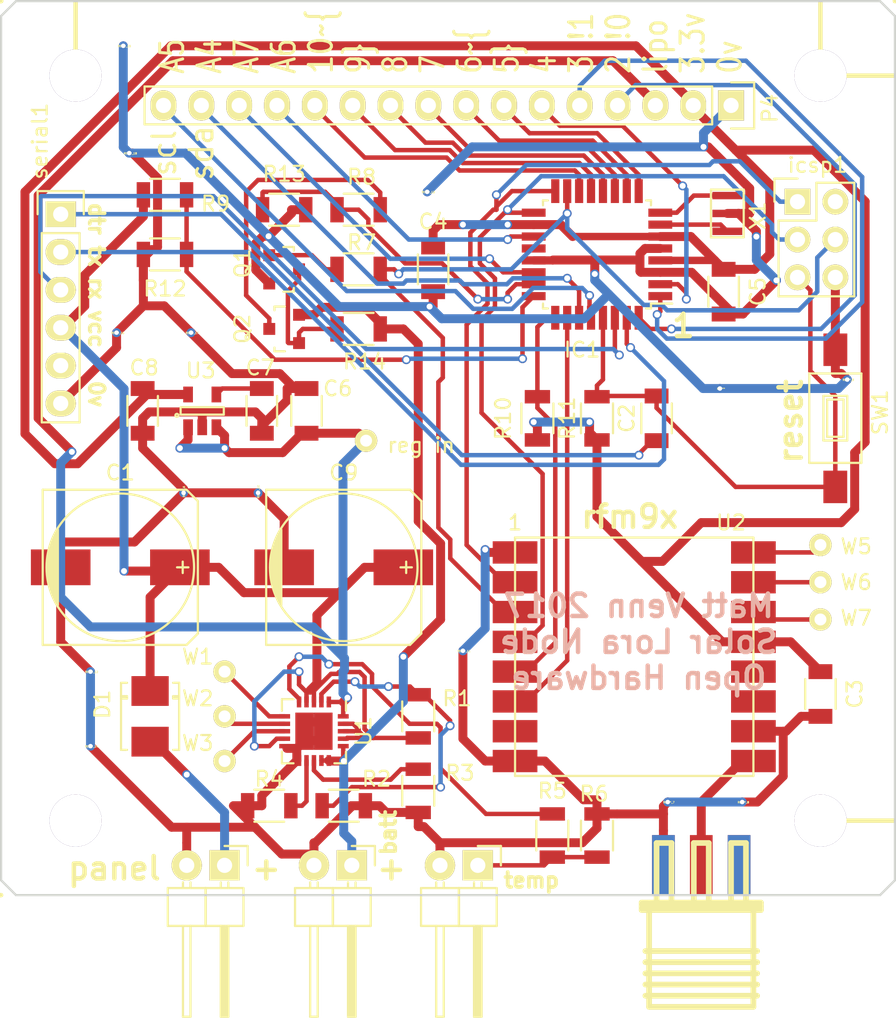
<source format=kicad_pcb>
(kicad_pcb (version 20171130) (host pcbnew "(5.1.12)-1")

  (general
    (thickness 1.6)
    (drawings 24)
    (tracks 706)
    (zones 0)
    (modules 64)
    (nets 49)
  )

  (page A4)
  (layers
    (0 F.Cu signal)
    (31 B.Cu signal)
    (32 B.Adhes user hide)
    (33 F.Adhes user hide)
    (34 B.Paste user hide)
    (35 F.Paste user hide)
    (36 B.SilkS user hide)
    (37 F.SilkS user hide)
    (38 B.Mask user hide)
    (39 F.Mask user hide)
    (40 Dwgs.User user hide)
    (41 Cmts.User user hide)
    (42 Eco1.User user hide)
    (43 Eco2.User user hide)
    (44 Edge.Cuts user)
    (45 Margin user hide)
    (46 B.CrtYd user hide)
    (47 F.CrtYd user hide)
    (48 B.Fab user hide)
    (49 F.Fab user hide)
  )

  (setup
    (last_trace_width 0.3)
    (trace_clearance 0.15)
    (zone_clearance 0.508)
    (zone_45_only no)
    (trace_min 0.2)
    (via_size 0.6)
    (via_drill 0.4)
    (via_min_size 0.4)
    (via_min_drill 0.3)
    (uvia_size 0.3)
    (uvia_drill 0.1)
    (uvias_allowed no)
    (uvia_min_size 0.2)
    (uvia_min_drill 0.1)
    (edge_width 0.15)
    (segment_width 0.2)
    (pcb_text_width 0.3)
    (pcb_text_size 1.5 1.5)
    (mod_edge_width 0.15)
    (mod_text_size 1 1)
    (mod_text_width 0.15)
    (pad_size 0.6 0.6)
    (pad_drill 0.3)
    (pad_to_mask_clearance 0.2)
    (aux_axis_origin 0 0)
    (visible_elements 7FFFFFFF)
    (pcbplotparams
      (layerselection 0x010f0_80000001)
      (usegerberextensions false)
      (usegerberattributes true)
      (usegerberadvancedattributes true)
      (creategerberjobfile true)
      (excludeedgelayer true)
      (linewidth 0.100000)
      (plotframeref false)
      (viasonmask false)
      (mode 1)
      (useauxorigin false)
      (hpglpennumber 1)
      (hpglpenspeed 20)
      (hpglpendiameter 15.000000)
      (psnegative false)
      (psa4output false)
      (plotreference true)
      (plotvalue true)
      (plotinvisibletext false)
      (padsonsilk false)
      (subtractmaskfromsilk false)
      (outputformat 1)
      (mirror false)
      (drillshape 0)
      (scaleselection 1)
      (outputdirectory "fab/"))
  )

  (net 0 "")
  (net 1 Earth)
  (net 2 VCC)
  (net 3 "Net-(C2-Pad1)")
  (net 4 reset)
  (net 5 +3V3)
  (net 6 reg_in)
  (net 7 "Net-(C7-Pad1)")
  (net 8 "Net-(D1-Pad2)")
  (net 9 gpio2)
  (net 10 gpio3)
  (net 11 "Net-(IC1-Pad7)")
  (net 12 "Net-(IC1-Pad8)")
  (net 13 gpio4)
  (net 14 gpio5)
  (net 15 gpio6)
  (net 16 gpio7)
  (net 17 gpio8)
  (net 18 gpio9)
  (net 19 divider)
  (net 20 miso)
  (net 21 sck)
  (net 22 gpio10)
  (net 23 batt-adc)
  (net 24 panel)
  (net 25 radio_cs)
  (net 26 gpio11)
  (net 27 gpio12)
  (net 28 gpio13)
  (net 29 rx)
  (net 30 tx)
  (net 31 gpio1)
  (net 32 batt)
  (net 33 "Net-(P3-Pad1)")
  (net 34 "Net-(P5-Pad1)")
  (net 35 "Net-(Q1-Pad3)")
  (net 36 "Net-(R1-Pad2)")
  (net 37 "Net-(R3-Pad2)")
  (net 38 "Net-(R4-Pad2)")
  (net 39 "Net-(R5-Pad2)")
  (net 40 "Net-(U1-Pad6)")
  (net 41 /stat2)
  (net 42 /stat1)
  (net 43 "Net-(U2-Pad14)")
  (net 44 "Net-(U2-Pad15)")
  (net 45 "Net-(U2-Pad16)")
  (net 46 "Net-(Q1-Pad1)")
  (net 47 "Net-(Q2-Pad3)")
  (net 48 rfm-reset)

  (net_class Default "This is the default net class."
    (clearance 0.15)
    (trace_width 0.3)
    (via_dia 0.6)
    (via_drill 0.4)
    (uvia_dia 0.3)
    (uvia_drill 0.1)
    (add_net /stat1)
    (add_net /stat2)
    (add_net "Net-(C2-Pad1)")
    (add_net "Net-(C7-Pad1)")
    (add_net "Net-(IC1-Pad7)")
    (add_net "Net-(IC1-Pad8)")
    (add_net "Net-(P3-Pad1)")
    (add_net "Net-(Q1-Pad1)")
    (add_net "Net-(Q1-Pad3)")
    (add_net "Net-(Q2-Pad3)")
    (add_net "Net-(R1-Pad2)")
    (add_net "Net-(R3-Pad2)")
    (add_net "Net-(R4-Pad2)")
    (add_net "Net-(R5-Pad2)")
    (add_net "Net-(U1-Pad6)")
    (add_net "Net-(U2-Pad14)")
    (add_net "Net-(U2-Pad15)")
    (add_net "Net-(U2-Pad16)")
    (add_net batt-adc)
    (add_net divider)
    (add_net gpio1)
    (add_net gpio10)
    (add_net gpio11)
    (add_net gpio12)
    (add_net gpio13)
    (add_net gpio2)
    (add_net gpio3)
    (add_net gpio4)
    (add_net gpio5)
    (add_net gpio6)
    (add_net gpio7)
    (add_net gpio8)
    (add_net gpio9)
    (add_net miso)
    (add_net panel)
    (add_net radio_cs)
    (add_net reset)
    (add_net rfm-reset)
    (add_net rx)
    (add_net sck)
    (add_net tx)
  )

  (net_class power ""
    (clearance 0.2)
    (trace_width 0.6)
    (via_dia 0.6)
    (via_drill 0.4)
    (uvia_dia 0.3)
    (uvia_drill 0.1)
    (add_net +3V3)
    (add_net Earth)
    (add_net "Net-(D1-Pad2)")
    (add_net "Net-(P5-Pad1)")
    (add_net VCC)
    (add_net batt)
    (add_net reg_in)
  )

  (module fp:via (layer F.Cu) (tedit 58824B5A) (tstamp 58840BE9)
    (at 141.6 87.2)
    (fp_text reference REF**_18 (at 0.075 0.025) (layer F.SilkS)
      (effects (font (size 0.127 0.127) (thickness 0.03175)))
    )
    (fp_text value via (at 0.075 -0.925) (layer F.Fab)
      (effects (font (size 1 1) (thickness 0.15)))
    )
    (pad 1 thru_hole circle (at 0 0) (size 0.6 0.6) (drill 0.3) (layers *.Cu)
      (net 1 Earth) (zone_connect 2))
  )

  (module fp:via (layer F.Cu) (tedit 58824B5A) (tstamp 58840BE5)
    (at 145.75 99.25)
    (fp_text reference REF**_17 (at 0.075 0.025) (layer F.SilkS)
      (effects (font (size 0.127 0.127) (thickness 0.03175)))
    )
    (fp_text value via (at 0.075 -0.925) (layer F.Fab)
      (effects (font (size 1 1) (thickness 0.15)))
    )
    (pad 1 thru_hole circle (at 0 0) (size 0.6 0.6) (drill 0.3) (layers *.Cu)
      (net 1 Earth) (zone_connect 2))
  )

  (module fp:via (layer F.Cu) (tedit 58824B5A) (tstamp 58840BE1)
    (at 140.75 99.25)
    (fp_text reference REF**_16 (at 0.075 0.025) (layer F.SilkS)
      (effects (font (size 0.127 0.127) (thickness 0.03175)))
    )
    (fp_text value via (at 0.075 -0.925) (layer F.Fab)
      (effects (font (size 1 1) (thickness 0.15)))
    )
    (pad 1 thru_hole circle (at 0 0) (size 0.6 0.6) (drill 0.3) (layers *.Cu)
      (net 1 Earth) (zone_connect 2))
  )

  (module fp:via (layer F.Cu) (tedit 58824B5A) (tstamp 58840BD5)
    (at 141.2 80)
    (fp_text reference REF**_15 (at 0.075 0.025) (layer F.SilkS)
      (effects (font (size 0.127 0.127) (thickness 0.03175)))
    )
    (fp_text value via (at 0.075 -0.925) (layer F.Fab)
      (effects (font (size 1 1) (thickness 0.15)))
    )
    (pad 1 thru_hole circle (at 0 0) (size 0.6 0.6) (drill 0.3) (layers *.Cu)
      (net 1 Earth) (zone_connect 2))
  )

  (module fp:via (layer F.Cu) (tedit 58824B5A) (tstamp 58840BD1)
    (at 139 127)
    (fp_text reference REF**_14 (at 0.075 0.025) (layer F.SilkS)
      (effects (font (size 0.127 0.127) (thickness 0.03175)))
    )
    (fp_text value via (at 0.075 -0.925) (layer F.Fab)
      (effects (font (size 1 1) (thickness 0.15)))
    )
    (pad 1 thru_hole circle (at 0 0) (size 0.6 0.6) (drill 0.3) (layers *.Cu)
      (net 1 Earth) (zone_connect 2))
  )

  (module fp:via (layer F.Cu) (tedit 58824B5A) (tstamp 58840BCD)
    (at 161.6 89.8)
    (fp_text reference REF**_13 (at 0.075 0.025) (layer F.SilkS)
      (effects (font (size 0.127 0.127) (thickness 0.03175)))
    )
    (fp_text value via (at 0.075 -0.925) (layer F.Fab)
      (effects (font (size 1 1) (thickness 0.15)))
    )
    (pad 1 thru_hole circle (at 0 0) (size 0.6 0.6) (drill 0.3) (layers *.Cu)
      (net 1 Earth) (zone_connect 2))
  )

  (module fp:via (layer F.Cu) (tedit 58824B5A) (tstamp 58840BBD)
    (at 139 122)
    (fp_text reference REF**_12 (at 0.075 0.025) (layer F.SilkS)
      (effects (font (size 0.127 0.127) (thickness 0.03175)))
    )
    (fp_text value via (at 0.075 -0.925) (layer F.Fab)
      (effects (font (size 1 1) (thickness 0.15)))
    )
    (pad 1 thru_hole circle (at 0 0) (size 0.6 0.6) (drill 0.3) (layers *.Cu)
      (net 1 Earth) (zone_connect 2))
  )

  (module fp:via (layer F.Cu) (tedit 58824B5A) (tstamp 58840BB9)
    (at 164 120.6)
    (fp_text reference REF**_11 (at 0.075 0.025) (layer F.SilkS)
      (effects (font (size 0.127 0.127) (thickness 0.03175)))
    )
    (fp_text value via (at 0.075 -0.925) (layer F.Fab)
      (effects (font (size 1 1) (thickness 0.15)))
    )
    (pad 1 thru_hole circle (at 0 0) (size 0.6 0.6) (drill 0.3) (layers *.Cu)
      (net 1 Earth) (zone_connect 2))
  )

  (module fp:via (layer F.Cu) (tedit 58824B5A) (tstamp 58840BA9)
    (at 150.25 110 90)
    (fp_text reference REF**_10 (at 0.075 0.025 90) (layer F.SilkS)
      (effects (font (size 0.127 0.127) (thickness 0.03175)))
    )
    (fp_text value via (at 0.075 -0.925 90) (layer F.Fab)
      (effects (font (size 1 1) (thickness 0.15)))
    )
    (pad 1 thru_hole circle (at 0 0 90) (size 0.6 0.6) (drill 0.3) (layers *.Cu)
      (net 1 Earth) (zone_connect 2))
  )

  (module fp:via (layer F.Cu) (tedit 58824B5A) (tstamp 58840BA5)
    (at 189.8 102.4)
    (fp_text reference REF**_9 (at 0.075 0.025) (layer F.SilkS)
      (effects (font (size 0.127 0.127) (thickness 0.03175)))
    )
    (fp_text value via (at 0.075 -0.925) (layer F.Fab)
      (effects (font (size 1 1) (thickness 0.15)))
    )
    (pad 1 thru_hole circle (at 0 0) (size 0.6 0.6) (drill 0.3) (layers *.Cu)
      (net 1 Earth) (zone_connect 2))
  )

  (module fp:via (layer F.Cu) (tedit 58824B5A) (tstamp 58840B9D)
    (at 182.75 130.75)
    (fp_text reference REF**_8 (at 0.075 0.025) (layer F.SilkS)
      (effects (font (size 0.127 0.127) (thickness 0.03175)))
    )
    (fp_text value via (at 0.075 -0.925) (layer F.Fab)
      (effects (font (size 1 1) (thickness 0.15)))
    )
    (pad 1 thru_hole circle (at 0 0) (size 0.6 0.6) (drill 0.3) (layers *.Cu)
      (net 1 Earth) (zone_connect 2))
  )

  (module fp:via (layer F.Cu) (tedit 58824B5A) (tstamp 58840B99)
    (at 177.75 130.75)
    (fp_text reference REF**_7 (at 0.075 0.025) (layer F.SilkS)
      (effects (font (size 0.127 0.127) (thickness 0.03175)))
    )
    (fp_text value via (at 0.075 -0.925) (layer F.Fab)
      (effects (font (size 1 1) (thickness 0.15)))
    )
    (pad 1 thru_hole circle (at 0 0) (size 0.6 0.6) (drill 0.3) (layers *.Cu)
      (net 1 Earth) (zone_connect 2))
  )

  (module fp:via (layer F.Cu) (tedit 58824B5A) (tstamp 58840B95)
    (at 145.25 110 90)
    (fp_text reference REF**_6 (at 0.075 0.025 90) (layer F.SilkS)
      (effects (font (size 0.127 0.127) (thickness 0.03175)))
    )
    (fp_text value via (at 0.075 -0.925 90) (layer F.Fab)
      (effects (font (size 1 1) (thickness 0.15)))
    )
    (pad 1 thru_hole circle (at 0 0 90) (size 0.6 0.6) (drill 0.3) (layers *.Cu)
      (net 1 Earth) (zone_connect 2))
  )

  (module Capacitors_SMD:C_1206 (layer F.Cu) (tedit 5415D7BD) (tstamp 5882078E)
    (at 177 105 90)
    (descr "Capacitor SMD 1206, reflow soldering, AVX (see smccp.pdf)")
    (tags "capacitor 1206")
    (path /588120C8)
    (attr smd)
    (fp_text reference C2 (at 0 -2 90) (layer F.SilkS)
      (effects (font (size 1 1) (thickness 0.15)))
    )
    (fp_text value 100n (at 0 2.3 90) (layer F.Fab)
      (effects (font (size 1 1) (thickness 0.15)))
    )
    (fp_line (start -1 1.025) (end 1 1.025) (layer F.SilkS) (width 0.15))
    (fp_line (start 1 -1.025) (end -1 -1.025) (layer F.SilkS) (width 0.15))
    (fp_line (start 2.3 -1.15) (end 2.3 1.15) (layer F.CrtYd) (width 0.05))
    (fp_line (start -2.3 -1.15) (end -2.3 1.15) (layer F.CrtYd) (width 0.05))
    (fp_line (start -2.3 1.15) (end 2.3 1.15) (layer F.CrtYd) (width 0.05))
    (fp_line (start -2.3 -1.15) (end 2.3 -1.15) (layer F.CrtYd) (width 0.05))
    (pad 1 smd rect (at -1.5 0 90) (size 1 1.6) (layers F.Cu F.Paste F.Mask)
      (net 3 "Net-(C2-Pad1)"))
    (pad 2 smd rect (at 1.5 0 90) (size 1 1.6) (layers F.Cu F.Paste F.Mask)
      (net 4 reset))
    (model Capacitors_SMD.3dshapes/C_1206.wrl
      (at (xyz 0 0 0))
      (scale (xyz 1 1 1))
      (rotate (xyz 0 0 0))
    )
  )

  (module Capacitors_SMD:C_1206 (layer F.Cu) (tedit 5415D7BD) (tstamp 58820794)
    (at 188 123.5 270)
    (descr "Capacitor SMD 1206, reflow soldering, AVX (see smccp.pdf)")
    (tags "capacitor 1206")
    (path /58823AE2)
    (attr smd)
    (fp_text reference C3 (at 0 -2.3 270) (layer F.SilkS)
      (effects (font (size 1 1) (thickness 0.15)))
    )
    (fp_text value 10u (at 0 2.3 270) (layer F.Fab)
      (effects (font (size 1 1) (thickness 0.15)))
    )
    (fp_line (start -1 1.025) (end 1 1.025) (layer F.SilkS) (width 0.15))
    (fp_line (start 1 -1.025) (end -1 -1.025) (layer F.SilkS) (width 0.15))
    (fp_line (start 2.3 -1.15) (end 2.3 1.15) (layer F.CrtYd) (width 0.05))
    (fp_line (start -2.3 -1.15) (end -2.3 1.15) (layer F.CrtYd) (width 0.05))
    (fp_line (start -2.3 1.15) (end 2.3 1.15) (layer F.CrtYd) (width 0.05))
    (fp_line (start -2.3 -1.15) (end 2.3 -1.15) (layer F.CrtYd) (width 0.05))
    (pad 1 smd rect (at -1.5 0 270) (size 1 1.6) (layers F.Cu F.Paste F.Mask)
      (net 5 +3V3))
    (pad 2 smd rect (at 1.5 0 270) (size 1 1.6) (layers F.Cu F.Paste F.Mask)
      (net 1 Earth))
    (model Capacitors_SMD.3dshapes/C_1206.wrl
      (at (xyz 0 0 0))
      (scale (xyz 1 1 1))
      (rotate (xyz 0 0 0))
    )
  )

  (module Capacitors_SMD:C_1206 (layer F.Cu) (tedit 5415D7BD) (tstamp 5882079A)
    (at 162 95 90)
    (descr "Capacitor SMD 1206, reflow soldering, AVX (see smccp.pdf)")
    (tags "capacitor 1206")
    (path /58812029)
    (attr smd)
    (fp_text reference C4 (at 3.2 0 180) (layer F.SilkS)
      (effects (font (size 1 1) (thickness 0.15)))
    )
    (fp_text value 2.2u (at 0 2.3 90) (layer F.Fab)
      (effects (font (size 1 1) (thickness 0.15)))
    )
    (fp_line (start -1 1.025) (end 1 1.025) (layer F.SilkS) (width 0.15))
    (fp_line (start 1 -1.025) (end -1 -1.025) (layer F.SilkS) (width 0.15))
    (fp_line (start 2.3 -1.15) (end 2.3 1.15) (layer F.CrtYd) (width 0.05))
    (fp_line (start -2.3 -1.15) (end -2.3 1.15) (layer F.CrtYd) (width 0.05))
    (fp_line (start -2.3 1.15) (end 2.3 1.15) (layer F.CrtYd) (width 0.05))
    (fp_line (start -2.3 -1.15) (end 2.3 -1.15) (layer F.CrtYd) (width 0.05))
    (pad 1 smd rect (at -1.5 0 90) (size 1 1.6) (layers F.Cu F.Paste F.Mask)
      (net 1 Earth))
    (pad 2 smd rect (at 1.5 0 90) (size 1 1.6) (layers F.Cu F.Paste F.Mask)
      (net 5 +3V3))
    (model Capacitors_SMD.3dshapes/C_1206.wrl
      (at (xyz 0 0 0))
      (scale (xyz 1 1 1))
      (rotate (xyz 0 0 0))
    )
  )

  (module Capacitors_SMD:C_1206 (layer F.Cu) (tedit 5415D7BD) (tstamp 588207A0)
    (at 181.5 96.5 270)
    (descr "Capacitor SMD 1206, reflow soldering, AVX (see smccp.pdf)")
    (tags "capacitor 1206")
    (path /5882075E)
    (attr smd)
    (fp_text reference C5 (at 0 -2.3 270) (layer F.SilkS)
      (effects (font (size 1 1) (thickness 0.15)))
    )
    (fp_text value 1u (at 0 2.3 270) (layer F.Fab)
      (effects (font (size 1 1) (thickness 0.15)))
    )
    (fp_line (start -1 1.025) (end 1 1.025) (layer F.SilkS) (width 0.15))
    (fp_line (start 1 -1.025) (end -1 -1.025) (layer F.SilkS) (width 0.15))
    (fp_line (start 2.3 -1.15) (end 2.3 1.15) (layer F.CrtYd) (width 0.05))
    (fp_line (start -2.3 -1.15) (end -2.3 1.15) (layer F.CrtYd) (width 0.05))
    (fp_line (start -2.3 1.15) (end 2.3 1.15) (layer F.CrtYd) (width 0.05))
    (fp_line (start -2.3 -1.15) (end 2.3 -1.15) (layer F.CrtYd) (width 0.05))
    (pad 1 smd rect (at -1.5 0 270) (size 1 1.6) (layers F.Cu F.Paste F.Mask)
      (net 5 +3V3))
    (pad 2 smd rect (at 1.5 0 270) (size 1 1.6) (layers F.Cu F.Paste F.Mask)
      (net 1 Earth))
    (model Capacitors_SMD.3dshapes/C_1206.wrl
      (at (xyz 0 0 0))
      (scale (xyz 1 1 1))
      (rotate (xyz 0 0 0))
    )
  )

  (module Capacitors_SMD:C_1206 (layer F.Cu) (tedit 5415D7BD) (tstamp 588207A6)
    (at 153.5 104.5 90)
    (descr "Capacitor SMD 1206, reflow soldering, AVX (see smccp.pdf)")
    (tags "capacitor 1206")
    (path /5881204B)
    (attr smd)
    (fp_text reference C6 (at 1.5 2.1 180) (layer F.SilkS)
      (effects (font (size 1 1) (thickness 0.15)))
    )
    (fp_text value 1u (at 0 2.3 90) (layer F.Fab)
      (effects (font (size 1 1) (thickness 0.15)))
    )
    (fp_line (start -1 1.025) (end 1 1.025) (layer F.SilkS) (width 0.15))
    (fp_line (start 1 -1.025) (end -1 -1.025) (layer F.SilkS) (width 0.15))
    (fp_line (start 2.3 -1.15) (end 2.3 1.15) (layer F.CrtYd) (width 0.05))
    (fp_line (start -2.3 -1.15) (end -2.3 1.15) (layer F.CrtYd) (width 0.05))
    (fp_line (start -2.3 1.15) (end 2.3 1.15) (layer F.CrtYd) (width 0.05))
    (fp_line (start -2.3 -1.15) (end 2.3 -1.15) (layer F.CrtYd) (width 0.05))
    (pad 1 smd rect (at -1.5 0 90) (size 1 1.6) (layers F.Cu F.Paste F.Mask)
      (net 6 reg_in))
    (pad 2 smd rect (at 1.5 0 90) (size 1 1.6) (layers F.Cu F.Paste F.Mask)
      (net 1 Earth))
    (model Capacitors_SMD.3dshapes/C_1206.wrl
      (at (xyz 0 0 0))
      (scale (xyz 1 1 1))
      (rotate (xyz 0 0 0))
    )
  )

  (module Capacitors_SMD:C_1206 (layer F.Cu) (tedit 5415D7BD) (tstamp 588207AC)
    (at 150.5 104.5 270)
    (descr "Capacitor SMD 1206, reflow soldering, AVX (see smccp.pdf)")
    (tags "capacitor 1206")
    (path /58812109)
    (attr smd)
    (fp_text reference C7 (at -2.9 0.1) (layer F.SilkS)
      (effects (font (size 1 1) (thickness 0.15)))
    )
    (fp_text value 0.01u (at 0 2.3 270) (layer F.Fab)
      (effects (font (size 1 1) (thickness 0.15)))
    )
    (fp_line (start -1 1.025) (end 1 1.025) (layer F.SilkS) (width 0.15))
    (fp_line (start 1 -1.025) (end -1 -1.025) (layer F.SilkS) (width 0.15))
    (fp_line (start 2.3 -1.15) (end 2.3 1.15) (layer F.CrtYd) (width 0.05))
    (fp_line (start -2.3 -1.15) (end -2.3 1.15) (layer F.CrtYd) (width 0.05))
    (fp_line (start -2.3 1.15) (end 2.3 1.15) (layer F.CrtYd) (width 0.05))
    (fp_line (start -2.3 -1.15) (end 2.3 -1.15) (layer F.CrtYd) (width 0.05))
    (pad 1 smd rect (at -1.5 0 270) (size 1 1.6) (layers F.Cu F.Paste F.Mask)
      (net 7 "Net-(C7-Pad1)"))
    (pad 2 smd rect (at 1.5 0 270) (size 1 1.6) (layers F.Cu F.Paste F.Mask)
      (net 1 Earth))
    (model Capacitors_SMD.3dshapes/C_1206.wrl
      (at (xyz 0 0 0))
      (scale (xyz 1 1 1))
      (rotate (xyz 0 0 0))
    )
  )

  (module Capacitors_SMD:C_1206 (layer F.Cu) (tedit 5415D7BD) (tstamp 588207B2)
    (at 142.5 104.5 270)
    (descr "Capacitor SMD 1206, reflow soldering, AVX (see smccp.pdf)")
    (tags "capacitor 1206")
    (path /58812052)
    (attr smd)
    (fp_text reference C8 (at -2.9 -0.1) (layer F.SilkS)
      (effects (font (size 1 1) (thickness 0.15)))
    )
    (fp_text value 2.2u (at 0 2.3 270) (layer F.Fab)
      (effects (font (size 1 1) (thickness 0.15)))
    )
    (fp_line (start -1 1.025) (end 1 1.025) (layer F.SilkS) (width 0.15))
    (fp_line (start 1 -1.025) (end -1 -1.025) (layer F.SilkS) (width 0.15))
    (fp_line (start 2.3 -1.15) (end 2.3 1.15) (layer F.CrtYd) (width 0.05))
    (fp_line (start -2.3 -1.15) (end -2.3 1.15) (layer F.CrtYd) (width 0.05))
    (fp_line (start -2.3 1.15) (end 2.3 1.15) (layer F.CrtYd) (width 0.05))
    (fp_line (start -2.3 -1.15) (end 2.3 -1.15) (layer F.CrtYd) (width 0.05))
    (pad 1 smd rect (at -1.5 0 270) (size 1 1.6) (layers F.Cu F.Paste F.Mask)
      (net 5 +3V3))
    (pad 2 smd rect (at 1.5 0 270) (size 1 1.6) (layers F.Cu F.Paste F.Mask)
      (net 1 Earth))
    (model Capacitors_SMD.3dshapes/C_1206.wrl
      (at (xyz 0 0 0))
      (scale (xyz 1 1 1))
      (rotate (xyz 0 0 0))
    )
  )

  (module Diodes_SMD:DO-214BA (layer F.Cu) (tedit 54DF7BCF) (tstamp 588207B8)
    (at 143 125 270)
    (descr "Microsemi LSM115J")
    (tags "DO-214BA diode")
    (path /5881DFF0)
    (attr smd)
    (fp_text reference D1 (at -0.8 3.2 270) (layer F.SilkS)
      (effects (font (size 1 1) (thickness 0.15)))
    )
    (fp_text value D_Schottky (at 0 3 270) (layer F.Fab)
      (effects (font (size 1 1) (thickness 0.15)))
    )
    (fp_line (start 2.25 1.95) (end -2.25 1.95) (layer F.SilkS) (width 0.15))
    (fp_line (start -2.25 -1.95) (end 2.25 -1.95) (layer F.SilkS) (width 0.15))
    (fp_line (start -1.2 -1.55) (end -1.2 -1.95) (layer F.SilkS) (width 0.15))
    (fp_line (start -1.35 -1.55) (end -1.2 -1.55) (layer F.SilkS) (width 0.15))
    (fp_line (start -1.35 -1.95) (end -1.35 -1.55) (layer F.SilkS) (width 0.15))
    (fp_line (start -1.2 1.55) (end -1.2 1.95) (layer F.SilkS) (width 0.15))
    (fp_line (start -1.35 1.55) (end -1.2 1.55) (layer F.SilkS) (width 0.15))
    (fp_line (start -1.35 1.95) (end -1.35 1.55) (layer F.SilkS) (width 0.15))
    (fp_line (start 2.25 -1.95) (end 2.25 -1.55) (layer F.SilkS) (width 0.15))
    (fp_line (start 2.25 1.95) (end 2.25 1.55) (layer F.SilkS) (width 0.15))
    (fp_line (start -2.25 1.95) (end -2.25 1.55) (layer F.SilkS) (width 0.15))
    (fp_line (start -2.25 -1.95) (end -2.25 -1.55) (layer F.SilkS) (width 0.15))
    (fp_line (start -3 2.25) (end -3 -2.25) (layer F.CrtYd) (width 0.05))
    (fp_line (start 3 2.25) (end -3 2.25) (layer F.CrtYd) (width 0.05))
    (fp_line (start 3 -2.25) (end 3 2.25) (layer F.CrtYd) (width 0.05))
    (fp_line (start -3 -2.25) (end 3 -2.25) (layer F.CrtYd) (width 0.05))
    (pad 2 smd rect (at 1.7 0 270) (size 2 2.5) (layers F.Cu F.Paste F.Mask)
      (net 8 "Net-(D1-Pad2)"))
    (pad 1 smd rect (at -1.7 0 270) (size 2 2.5) (layers F.Cu F.Paste F.Mask)
      (net 2 VCC))
  )

  (module Housings_QFP:TQFP-32_7x7mm_Pitch0.8mm (layer F.Cu) (tedit 54130A77) (tstamp 588207DC)
    (at 173 94 180)
    (descr "32-Lead Plastic Thin Quad Flatpack (PT) - 7x7x1.0 mm Body, 2.00 mm [TQFP] (see Microchip Packaging Specification 00000049BS.pdf)")
    (tags "QFP 0.8")
    (path /58811FF1)
    (attr smd)
    (fp_text reference IC1 (at 1 -6.4 180) (layer F.SilkS)
      (effects (font (size 1 1) (thickness 0.15)))
    )
    (fp_text value ATMEGA328P-A (at 0 6.05 180) (layer F.Fab)
      (effects (font (size 1 1) (thickness 0.15)))
    )
    (fp_line (start -3.625 -3.3) (end -5.05 -3.3) (layer F.SilkS) (width 0.15))
    (fp_line (start 3.625 -3.625) (end 3.3 -3.625) (layer F.SilkS) (width 0.15))
    (fp_line (start 3.625 3.625) (end 3.3 3.625) (layer F.SilkS) (width 0.15))
    (fp_line (start -3.625 3.625) (end -3.3 3.625) (layer F.SilkS) (width 0.15))
    (fp_line (start -3.625 -3.625) (end -3.3 -3.625) (layer F.SilkS) (width 0.15))
    (fp_line (start -3.625 3.625) (end -3.625 3.3) (layer F.SilkS) (width 0.15))
    (fp_line (start 3.625 3.625) (end 3.625 3.3) (layer F.SilkS) (width 0.15))
    (fp_line (start 3.625 -3.625) (end 3.625 -3.3) (layer F.SilkS) (width 0.15))
    (fp_line (start -3.625 -3.625) (end -3.625 -3.3) (layer F.SilkS) (width 0.15))
    (fp_line (start -5.3 5.3) (end 5.3 5.3) (layer F.CrtYd) (width 0.05))
    (fp_line (start -5.3 -5.3) (end 5.3 -5.3) (layer F.CrtYd) (width 0.05))
    (fp_line (start 5.3 -5.3) (end 5.3 5.3) (layer F.CrtYd) (width 0.05))
    (fp_line (start -5.3 -5.3) (end -5.3 5.3) (layer F.CrtYd) (width 0.05))
    (pad 1 smd rect (at -4.25 -2.8 180) (size 1.6 0.55) (layers F.Cu F.Paste F.Mask)
      (net 9 gpio2))
    (pad 2 smd rect (at -4.25 -2 180) (size 1.6 0.55) (layers F.Cu F.Paste F.Mask)
      (net 10 gpio3))
    (pad 3 smd rect (at -4.25 -1.2 180) (size 1.6 0.55) (layers F.Cu F.Paste F.Mask)
      (net 1 Earth))
    (pad 4 smd rect (at -4.25 -0.4 180) (size 1.6 0.55) (layers F.Cu F.Paste F.Mask)
      (net 5 +3V3))
    (pad 5 smd rect (at -4.25 0.4 180) (size 1.6 0.55) (layers F.Cu F.Paste F.Mask)
      (net 1 Earth))
    (pad 6 smd rect (at -4.25 1.2 180) (size 1.6 0.55) (layers F.Cu F.Paste F.Mask)
      (net 5 +3V3))
    (pad 7 smd rect (at -4.25 2 180) (size 1.6 0.55) (layers F.Cu F.Paste F.Mask)
      (net 11 "Net-(IC1-Pad7)"))
    (pad 8 smd rect (at -4.25 2.8 180) (size 1.6 0.55) (layers F.Cu F.Paste F.Mask)
      (net 12 "Net-(IC1-Pad8)"))
    (pad 9 smd rect (at -2.8 4.25 270) (size 1.6 0.55) (layers F.Cu F.Paste F.Mask)
      (net 13 gpio4))
    (pad 10 smd rect (at -2 4.25 270) (size 1.6 0.55) (layers F.Cu F.Paste F.Mask)
      (net 14 gpio5))
    (pad 11 smd rect (at -1.2 4.25 270) (size 1.6 0.55) (layers F.Cu F.Paste F.Mask)
      (net 15 gpio6))
    (pad 12 smd rect (at -0.4 4.25 270) (size 1.6 0.55) (layers F.Cu F.Paste F.Mask)
      (net 16 gpio7))
    (pad 13 smd rect (at 0.4 4.25 270) (size 1.6 0.55) (layers F.Cu F.Paste F.Mask)
      (net 17 gpio8))
    (pad 14 smd rect (at 1.2 4.25 270) (size 1.6 0.55) (layers F.Cu F.Paste F.Mask)
      (net 18 gpio9))
    (pad 15 smd rect (at 2 4.25 270) (size 1.6 0.55) (layers F.Cu F.Paste F.Mask)
      (net 19 divider))
    (pad 16 smd rect (at 2.8 4.25 270) (size 1.6 0.55) (layers F.Cu F.Paste F.Mask)
      (net 20 miso))
    (pad 17 smd rect (at 4.25 2.8 180) (size 1.6 0.55) (layers F.Cu F.Paste F.Mask)
      (net 21 sck))
    (pad 18 smd rect (at 4.25 2 180) (size 1.6 0.55) (layers F.Cu F.Paste F.Mask)
      (net 5 +3V3))
    (pad 19 smd rect (at 4.25 1.2 180) (size 1.6 0.55) (layers F.Cu F.Paste F.Mask)
      (net 22 gpio10))
    (pad 20 smd rect (at 4.25 0.4 180) (size 1.6 0.55) (layers F.Cu F.Paste F.Mask))
    (pad 21 smd rect (at 4.25 -0.4 180) (size 1.6 0.55) (layers F.Cu F.Paste F.Mask)
      (net 1 Earth))
    (pad 22 smd rect (at 4.25 -1.2 180) (size 1.6 0.55) (layers F.Cu F.Paste F.Mask)
      (net 26 gpio11))
    (pad 23 smd rect (at 4.25 -2 180) (size 1.6 0.55) (layers F.Cu F.Paste F.Mask)
      (net 23 batt-adc))
    (pad 24 smd rect (at 4.25 -2.8 180) (size 1.6 0.55) (layers F.Cu F.Paste F.Mask)
      (net 24 panel))
    (pad 25 smd rect (at 2.8 -4.25 270) (size 1.6 0.55) (layers F.Cu F.Paste F.Mask)
      (net 25 radio_cs))
    (pad 26 smd rect (at 2 -4.25 270) (size 1.6 0.55) (layers F.Cu F.Paste F.Mask)
      (net 48 rfm-reset))
    (pad 27 smd rect (at 1.2 -4.25 270) (size 1.6 0.55) (layers F.Cu F.Paste F.Mask)
      (net 27 gpio12))
    (pad 28 smd rect (at 0.4 -4.25 270) (size 1.6 0.55) (layers F.Cu F.Paste F.Mask)
      (net 28 gpio13))
    (pad 29 smd rect (at -0.4 -4.25 270) (size 1.6 0.55) (layers F.Cu F.Paste F.Mask)
      (net 4 reset))
    (pad 30 smd rect (at -1.2 -4.25 270) (size 1.6 0.55) (layers F.Cu F.Paste F.Mask)
      (net 29 rx))
    (pad 31 smd rect (at -2 -4.25 270) (size 1.6 0.55) (layers F.Cu F.Paste F.Mask)
      (net 30 tx))
    (pad 32 smd rect (at -2.8 -4.25 270) (size 1.6 0.55) (layers F.Cu F.Paste F.Mask)
      (net 31 gpio1))
    (model Housings_QFP.3dshapes/TQFP-32_7x7mm_Pitch0.8mm.wrl
      (at (xyz 0 0 0))
      (scale (xyz 1 1 1))
      (rotate (xyz 0 0 0))
    )
  )

  (module Pin_Headers:Pin_Header_Straight_2x03 (layer F.Cu) (tedit 54EA0A4B) (tstamp 7FFFFFFF)
    (at 186.46 90.46)
    (descr "Through hole pin header")
    (tags "pin header")
    (path /58811FF8)
    (fp_text reference icsp1 (at 1.34 -2.46) (layer F.SilkS)
      (effects (font (size 1 1) (thickness 0.15)))
    )
    (fp_text value icsp (at 0 -3.1) (layer F.Fab)
      (effects (font (size 1 1) (thickness 0.15)))
    )
    (fp_line (start 3.81 1.27) (end 3.81 -1.27) (layer F.SilkS) (width 0.15))
    (fp_line (start 3.81 -1.27) (end 1.27 -1.27) (layer F.SilkS) (width 0.15))
    (fp_line (start -1.55 -1.55) (end -1.55 0) (layer F.SilkS) (width 0.15))
    (fp_line (start 3.81 6.35) (end 3.81 1.27) (layer F.SilkS) (width 0.15))
    (fp_line (start -1.27 6.35) (end 3.81 6.35) (layer F.SilkS) (width 0.15))
    (fp_line (start 1.27 1.27) (end -1.27 1.27) (layer F.SilkS) (width 0.15))
    (fp_line (start 1.27 -1.27) (end 1.27 1.27) (layer F.SilkS) (width 0.15))
    (fp_line (start -1.75 6.85) (end 4.3 6.85) (layer F.CrtYd) (width 0.05))
    (fp_line (start -1.75 -1.75) (end 4.3 -1.75) (layer F.CrtYd) (width 0.05))
    (fp_line (start 4.3 -1.75) (end 4.3 6.85) (layer F.CrtYd) (width 0.05))
    (fp_line (start -1.75 -1.75) (end -1.75 6.85) (layer F.CrtYd) (width 0.05))
    (fp_line (start -1.55 -1.55) (end 0 -1.55) (layer F.SilkS) (width 0.15))
    (fp_line (start -1.27 1.27) (end -1.27 6.35) (layer F.SilkS) (width 0.15))
    (pad 1 thru_hole rect (at 0 0) (size 1.7272 1.7272) (drill 1.016) (layers *.Cu *.Mask F.SilkS)
      (net 20 miso))
    (pad 2 thru_hole oval (at 2.54 0) (size 1.7272 1.7272) (drill 1.016) (layers *.Cu *.Mask F.SilkS))
    (pad 3 thru_hole oval (at 0 2.54) (size 1.7272 1.7272) (drill 1.016) (layers *.Cu *.Mask F.SilkS)
      (net 21 sck))
    (pad 4 thru_hole oval (at 2.54 2.54) (size 1.7272 1.7272) (drill 1.016) (layers *.Cu *.Mask F.SilkS)
      (net 19 divider))
    (pad 5 thru_hole oval (at 0 5.08) (size 1.7272 1.7272) (drill 1.016) (layers *.Cu *.Mask F.SilkS)
      (net 4 reset))
    (pad 6 thru_hole oval (at 2.54 5.08) (size 1.7272 1.7272) (drill 1.016) (layers *.Cu *.Mask F.SilkS)
      (net 1 Earth))
    (model Pin_Headers.3dshapes/Pin_Header_Straight_2x03.wrl
      (offset (xyz 1.269999980926514 -2.539999961853027 0))
      (scale (xyz 1 1 1))
      (rotate (xyz 0 0 90))
    )
  )

  (module Pin_Headers:Pin_Header_Angled_1x02 (layer F.Cu) (tedit 5882520C) (tstamp 588207EC)
    (at 148 135 270)
    (descr "Through hole pin header")
    (tags "pin header")
    (path /5880EA23)
    (fp_text reference P1 (at 6.6 -22 270) (layer F.SilkS) hide
      (effects (font (size 1 1) (thickness 0.15)))
    )
    (fp_text value panel (at 0 -3.1 270) (layer F.Fab)
      (effects (font (size 1 1) (thickness 0.15)))
    )
    (fp_line (start 1.524 -1.27) (end 1.524 1.27) (layer F.SilkS) (width 0.15))
    (fp_line (start 1.524 1.27) (end 4.064 1.27) (layer F.SilkS) (width 0.15))
    (fp_line (start 4.064 -0.254) (end 10.16 -0.254) (layer F.SilkS) (width 0.15))
    (fp_line (start 10.16 -0.254) (end 10.16 0.254) (layer F.SilkS) (width 0.15))
    (fp_line (start 10.16 0.254) (end 4.064 0.254) (layer F.SilkS) (width 0.15))
    (fp_line (start 4.064 1.27) (end 4.064 -1.27) (layer F.SilkS) (width 0.15))
    (fp_line (start 4.064 3.81) (end 4.064 1.27) (layer F.SilkS) (width 0.15))
    (fp_line (start 10.16 2.794) (end 4.064 2.794) (layer F.SilkS) (width 0.15))
    (fp_line (start 10.16 2.286) (end 10.16 2.794) (layer F.SilkS) (width 0.15))
    (fp_line (start 4.064 2.286) (end 10.16 2.286) (layer F.SilkS) (width 0.15))
    (fp_line (start 1.524 3.81) (end 4.064 3.81) (layer F.SilkS) (width 0.15))
    (fp_line (start 1.524 1.27) (end 1.524 3.81) (layer F.SilkS) (width 0.15))
    (fp_line (start 1.524 1.27) (end 4.064 1.27) (layer F.SilkS) (width 0.15))
    (fp_line (start 1.524 -1.27) (end 4.064 -1.27) (layer F.SilkS) (width 0.15))
    (fp_line (start 1.524 2.794) (end 1.143 2.794) (layer F.SilkS) (width 0.15))
    (fp_line (start 1.524 2.286) (end 1.143 2.286) (layer F.SilkS) (width 0.15))
    (fp_line (start 1.524 0.254) (end 1.143 0.254) (layer F.SilkS) (width 0.15))
    (fp_line (start 1.524 -0.254) (end 1.143 -0.254) (layer F.SilkS) (width 0.15))
    (fp_line (start 4.191 0) (end 10.033 0) (layer F.SilkS) (width 0.15))
    (fp_line (start 4.191 0.127) (end 4.191 0) (layer F.SilkS) (width 0.15))
    (fp_line (start 10.033 0.127) (end 4.191 0.127) (layer F.SilkS) (width 0.15))
    (fp_line (start 10.033 -0.127) (end 10.033 0.127) (layer F.SilkS) (width 0.15))
    (fp_line (start 4.191 -0.127) (end 10.033 -0.127) (layer F.SilkS) (width 0.15))
    (fp_line (start 0 -1.55) (end -1.3 -1.55) (layer F.SilkS) (width 0.15))
    (fp_line (start -1.3 -1.55) (end -1.3 0) (layer F.SilkS) (width 0.15))
    (fp_line (start -1.5 4.3) (end 10.65 4.3) (layer F.CrtYd) (width 0.05))
    (fp_line (start -1.5 -1.75) (end 10.65 -1.75) (layer F.CrtYd) (width 0.05))
    (fp_line (start 10.65 -1.75) (end 10.65 4.3) (layer F.CrtYd) (width 0.05))
    (fp_line (start -1.5 -1.75) (end -1.5 4.3) (layer F.CrtYd) (width 0.05))
    (pad 1 thru_hole rect (at 0 0 270) (size 2.032 2.032) (drill 1.016) (layers *.Cu *.Mask F.SilkS)
      (net 8 "Net-(D1-Pad2)"))
    (pad 2 thru_hole oval (at 0 2.54 270) (size 2.032 2.032) (drill 1.016) (layers *.Cu *.Mask F.SilkS)
      (net 1 Earth))
    (model Pin_Headers.3dshapes/Pin_Header_Angled_1x02.wrl
      (offset (xyz 0 -1.269999980926514 0))
      (scale (xyz 1 1 1))
      (rotate (xyz 0 0 90))
    )
  )

  (module Pin_Headers:Pin_Header_Angled_1x02 (layer F.Cu) (tedit 58825213) (tstamp 588207F2)
    (at 156.54 135 270)
    (descr "Through hole pin header")
    (tags "pin header")
    (path /58810344)
    (fp_text reference P2 (at 5.4 -12.46) (layer F.SilkS) hide
      (effects (font (size 1 1) (thickness 0.15)))
    )
    (fp_text value lipo (at 0 -3.1 270) (layer F.Fab)
      (effects (font (size 1 1) (thickness 0.15)))
    )
    (fp_line (start 1.524 -1.27) (end 1.524 1.27) (layer F.SilkS) (width 0.15))
    (fp_line (start 1.524 1.27) (end 4.064 1.27) (layer F.SilkS) (width 0.15))
    (fp_line (start 4.064 -0.254) (end 10.16 -0.254) (layer F.SilkS) (width 0.15))
    (fp_line (start 10.16 -0.254) (end 10.16 0.254) (layer F.SilkS) (width 0.15))
    (fp_line (start 10.16 0.254) (end 4.064 0.254) (layer F.SilkS) (width 0.15))
    (fp_line (start 4.064 1.27) (end 4.064 -1.27) (layer F.SilkS) (width 0.15))
    (fp_line (start 4.064 3.81) (end 4.064 1.27) (layer F.SilkS) (width 0.15))
    (fp_line (start 10.16 2.794) (end 4.064 2.794) (layer F.SilkS) (width 0.15))
    (fp_line (start 10.16 2.286) (end 10.16 2.794) (layer F.SilkS) (width 0.15))
    (fp_line (start 4.064 2.286) (end 10.16 2.286) (layer F.SilkS) (width 0.15))
    (fp_line (start 1.524 3.81) (end 4.064 3.81) (layer F.SilkS) (width 0.15))
    (fp_line (start 1.524 1.27) (end 1.524 3.81) (layer F.SilkS) (width 0.15))
    (fp_line (start 1.524 1.27) (end 4.064 1.27) (layer F.SilkS) (width 0.15))
    (fp_line (start 1.524 -1.27) (end 4.064 -1.27) (layer F.SilkS) (width 0.15))
    (fp_line (start 1.524 2.794) (end 1.143 2.794) (layer F.SilkS) (width 0.15))
    (fp_line (start 1.524 2.286) (end 1.143 2.286) (layer F.SilkS) (width 0.15))
    (fp_line (start 1.524 0.254) (end 1.143 0.254) (layer F.SilkS) (width 0.15))
    (fp_line (start 1.524 -0.254) (end 1.143 -0.254) (layer F.SilkS) (width 0.15))
    (fp_line (start 4.191 0) (end 10.033 0) (layer F.SilkS) (width 0.15))
    (fp_line (start 4.191 0.127) (end 4.191 0) (layer F.SilkS) (width 0.15))
    (fp_line (start 10.033 0.127) (end 4.191 0.127) (layer F.SilkS) (width 0.15))
    (fp_line (start 10.033 -0.127) (end 10.033 0.127) (layer F.SilkS) (width 0.15))
    (fp_line (start 4.191 -0.127) (end 10.033 -0.127) (layer F.SilkS) (width 0.15))
    (fp_line (start 0 -1.55) (end -1.3 -1.55) (layer F.SilkS) (width 0.15))
    (fp_line (start -1.3 -1.55) (end -1.3 0) (layer F.SilkS) (width 0.15))
    (fp_line (start -1.5 4.3) (end 10.65 4.3) (layer F.CrtYd) (width 0.05))
    (fp_line (start -1.5 -1.75) (end 10.65 -1.75) (layer F.CrtYd) (width 0.05))
    (fp_line (start 10.65 -1.75) (end 10.65 4.3) (layer F.CrtYd) (width 0.05))
    (fp_line (start -1.5 -1.75) (end -1.5 4.3) (layer F.CrtYd) (width 0.05))
    (pad 1 thru_hole rect (at 0 0 270) (size 2.032 2.032) (drill 1.016) (layers *.Cu *.Mask F.SilkS)
      (net 32 batt))
    (pad 2 thru_hole oval (at 0 2.54 270) (size 2.032 2.032) (drill 1.016) (layers *.Cu *.Mask F.SilkS)
      (net 1 Earth))
    (model Pin_Headers.3dshapes/Pin_Header_Angled_1x02.wrl
      (offset (xyz 0 -1.269999980926514 0))
      (scale (xyz 1 1 1))
      (rotate (xyz 0 0 90))
    )
  )

  (module Pin_Headers:Pin_Header_Angled_1x02 (layer F.Cu) (tedit 58825210) (tstamp 588207F8)
    (at 165 135 270)
    (descr "Through hole pin header")
    (tags "pin header")
    (path /5881077E)
    (fp_text reference P3 (at 4.8 -4.2) (layer F.SilkS) hide
      (effects (font (size 1 1) (thickness 0.15)))
    )
    (fp_text value therm (at 0 -3.1 270) (layer F.Fab)
      (effects (font (size 1 1) (thickness 0.15)))
    )
    (fp_line (start 1.524 -1.27) (end 1.524 1.27) (layer F.SilkS) (width 0.15))
    (fp_line (start 1.524 1.27) (end 4.064 1.27) (layer F.SilkS) (width 0.15))
    (fp_line (start 4.064 -0.254) (end 10.16 -0.254) (layer F.SilkS) (width 0.15))
    (fp_line (start 10.16 -0.254) (end 10.16 0.254) (layer F.SilkS) (width 0.15))
    (fp_line (start 10.16 0.254) (end 4.064 0.254) (layer F.SilkS) (width 0.15))
    (fp_line (start 4.064 1.27) (end 4.064 -1.27) (layer F.SilkS) (width 0.15))
    (fp_line (start 4.064 3.81) (end 4.064 1.27) (layer F.SilkS) (width 0.15))
    (fp_line (start 10.16 2.794) (end 4.064 2.794) (layer F.SilkS) (width 0.15))
    (fp_line (start 10.16 2.286) (end 10.16 2.794) (layer F.SilkS) (width 0.15))
    (fp_line (start 4.064 2.286) (end 10.16 2.286) (layer F.SilkS) (width 0.15))
    (fp_line (start 1.524 3.81) (end 4.064 3.81) (layer F.SilkS) (width 0.15))
    (fp_line (start 1.524 1.27) (end 1.524 3.81) (layer F.SilkS) (width 0.15))
    (fp_line (start 1.524 1.27) (end 4.064 1.27) (layer F.SilkS) (width 0.15))
    (fp_line (start 1.524 -1.27) (end 4.064 -1.27) (layer F.SilkS) (width 0.15))
    (fp_line (start 1.524 2.794) (end 1.143 2.794) (layer F.SilkS) (width 0.15))
    (fp_line (start 1.524 2.286) (end 1.143 2.286) (layer F.SilkS) (width 0.15))
    (fp_line (start 1.524 0.254) (end 1.143 0.254) (layer F.SilkS) (width 0.15))
    (fp_line (start 1.524 -0.254) (end 1.143 -0.254) (layer F.SilkS) (width 0.15))
    (fp_line (start 4.191 0) (end 10.033 0) (layer F.SilkS) (width 0.15))
    (fp_line (start 4.191 0.127) (end 4.191 0) (layer F.SilkS) (width 0.15))
    (fp_line (start 10.033 0.127) (end 4.191 0.127) (layer F.SilkS) (width 0.15))
    (fp_line (start 10.033 -0.127) (end 10.033 0.127) (layer F.SilkS) (width 0.15))
    (fp_line (start 4.191 -0.127) (end 10.033 -0.127) (layer F.SilkS) (width 0.15))
    (fp_line (start 0 -1.55) (end -1.3 -1.55) (layer F.SilkS) (width 0.15))
    (fp_line (start -1.3 -1.55) (end -1.3 0) (layer F.SilkS) (width 0.15))
    (fp_line (start -1.5 4.3) (end 10.65 4.3) (layer F.CrtYd) (width 0.05))
    (fp_line (start -1.5 -1.75) (end 10.65 -1.75) (layer F.CrtYd) (width 0.05))
    (fp_line (start 10.65 -1.75) (end 10.65 4.3) (layer F.CrtYd) (width 0.05))
    (fp_line (start -1.5 -1.75) (end -1.5 4.3) (layer F.CrtYd) (width 0.05))
    (pad 1 thru_hole rect (at 0 0 270) (size 2.032 2.032) (drill 1.016) (layers *.Cu *.Mask F.SilkS)
      (net 33 "Net-(P3-Pad1)"))
    (pad 2 thru_hole oval (at 0 2.54 270) (size 2.032 2.032) (drill 1.016) (layers *.Cu *.Mask F.SilkS)
      (net 1 Earth))
    (model Pin_Headers.3dshapes/Pin_Header_Angled_1x02.wrl
      (offset (xyz 0 -1.269999980926514 0))
      (scale (xyz 1 1 1))
      (rotate (xyz 0 0 90))
    )
  )

  (module Pin_Headers:Pin_Header_Straight_1x16 (layer F.Cu) (tedit 0) (tstamp 5882080C)
    (at 182 84 270)
    (descr "Through hole pin header")
    (tags "pin header")
    (path /58821164)
    (fp_text reference P4 (at 0.2 -2.6 270) (layer F.SilkS)
      (effects (font (size 1 1) (thickness 0.15)))
    )
    (fp_text value CONN_01X16 (at 0 -3.1 270) (layer F.Fab)
      (effects (font (size 1 1) (thickness 0.15)))
    )
    (fp_line (start -1.55 -1.55) (end 1.55 -1.55) (layer F.SilkS) (width 0.15))
    (fp_line (start -1.55 0) (end -1.55 -1.55) (layer F.SilkS) (width 0.15))
    (fp_line (start 1.27 1.27) (end -1.27 1.27) (layer F.SilkS) (width 0.15))
    (fp_line (start 1.55 -1.55) (end 1.55 0) (layer F.SilkS) (width 0.15))
    (fp_line (start 1.27 39.37) (end 1.27 1.27) (layer F.SilkS) (width 0.15))
    (fp_line (start -1.27 39.37) (end 1.27 39.37) (layer F.SilkS) (width 0.15))
    (fp_line (start -1.27 1.27) (end -1.27 39.37) (layer F.SilkS) (width 0.15))
    (fp_line (start -1.75 39.85) (end 1.75 39.85) (layer F.CrtYd) (width 0.05))
    (fp_line (start -1.75 -1.75) (end 1.75 -1.75) (layer F.CrtYd) (width 0.05))
    (fp_line (start 1.75 -1.75) (end 1.75 39.85) (layer F.CrtYd) (width 0.05))
    (fp_line (start -1.75 -1.75) (end -1.75 39.85) (layer F.CrtYd) (width 0.05))
    (pad 1 thru_hole rect (at 0 0 270) (size 2.032 1.7272) (drill 1.016) (layers *.Cu *.Mask F.SilkS)
      (net 1 Earth))
    (pad 2 thru_hole oval (at 0 2.54 270) (size 2.032 1.7272) (drill 1.016) (layers *.Cu *.Mask F.SilkS)
      (net 5 +3V3))
    (pad 3 thru_hole oval (at 0 5.08 270) (size 2.032 1.7272) (drill 1.016) (layers *.Cu *.Mask F.SilkS)
      (net 6 reg_in))
    (pad 4 thru_hole oval (at 0 7.62 270) (size 2.032 1.7272) (drill 1.016) (layers *.Cu *.Mask F.SilkS)
      (net 31 gpio1))
    (pad 5 thru_hole oval (at 0 10.16 270) (size 2.032 1.7272) (drill 1.016) (layers *.Cu *.Mask F.SilkS)
      (net 9 gpio2))
    (pad 6 thru_hole oval (at 0 12.7 270) (size 2.032 1.7272) (drill 1.016) (layers *.Cu *.Mask F.SilkS)
      (net 10 gpio3))
    (pad 7 thru_hole oval (at 0 15.24 270) (size 2.032 1.7272) (drill 1.016) (layers *.Cu *.Mask F.SilkS)
      (net 13 gpio4))
    (pad 8 thru_hole oval (at 0 17.78 270) (size 2.032 1.7272) (drill 1.016) (layers *.Cu *.Mask F.SilkS)
      (net 14 gpio5))
    (pad 9 thru_hole oval (at 0 20.32 270) (size 2.032 1.7272) (drill 1.016) (layers *.Cu *.Mask F.SilkS)
      (net 15 gpio6))
    (pad 10 thru_hole oval (at 0 22.86 270) (size 2.032 1.7272) (drill 1.016) (layers *.Cu *.Mask F.SilkS)
      (net 16 gpio7))
    (pad 11 thru_hole oval (at 0 25.4 270) (size 2.032 1.7272) (drill 1.016) (layers *.Cu *.Mask F.SilkS)
      (net 17 gpio8))
    (pad 12 thru_hole oval (at 0 27.94 270) (size 2.032 1.7272) (drill 1.016) (layers *.Cu *.Mask F.SilkS)
      (net 18 gpio9))
    (pad 13 thru_hole oval (at 0 30.48 270) (size 2.032 1.7272) (drill 1.016) (layers *.Cu *.Mask F.SilkS)
      (net 22 gpio10))
    (pad 14 thru_hole oval (at 0 33.02 270) (size 2.032 1.7272) (drill 1.016) (layers *.Cu *.Mask F.SilkS)
      (net 26 gpio11))
    (pad 15 thru_hole oval (at 0 35.56 270) (size 2.032 1.7272) (drill 1.016) (layers *.Cu *.Mask F.SilkS)
      (net 27 gpio12))
    (pad 16 thru_hole oval (at 0 38.1 270) (size 2.032 1.7272) (drill 1.016) (layers *.Cu *.Mask F.SilkS)
      (net 28 gpio13))
    (model Pin_Headers.3dshapes/Pin_Header_Straight_1x16.wrl
      (offset (xyz 0 -19.04999971389771 0))
      (scale (xyz 1 1 1))
      (rotate (xyz 0 0 90))
    )
  )

  (module Resistors_SMD:R_1206 (layer F.Cu) (tedit 5415CFA7) (tstamp 58820830)
    (at 161 125 90)
    (descr "Resistor SMD 1206, reflow soldering, Vishay (see dcrcw.pdf)")
    (tags "resistor 1206")
    (path /5880FE8C)
    (attr smd)
    (fp_text reference R1 (at 1.2 2.6 180) (layer F.SilkS)
      (effects (font (size 1 1) (thickness 0.15)))
    )
    (fp_text value 270k (at 0 2.3 90) (layer F.Fab)
      (effects (font (size 1 1) (thickness 0.15)))
    )
    (fp_line (start -1 -1.075) (end 1 -1.075) (layer F.SilkS) (width 0.15))
    (fp_line (start 1 1.075) (end -1 1.075) (layer F.SilkS) (width 0.15))
    (fp_line (start 2.2 -1.2) (end 2.2 1.2) (layer F.CrtYd) (width 0.05))
    (fp_line (start -2.2 -1.2) (end -2.2 1.2) (layer F.CrtYd) (width 0.05))
    (fp_line (start -2.2 1.2) (end 2.2 1.2) (layer F.CrtYd) (width 0.05))
    (fp_line (start -2.2 -1.2) (end 2.2 -1.2) (layer F.CrtYd) (width 0.05))
    (pad 1 smd rect (at -1.45 0 90) (size 0.9 1.7) (layers F.Cu F.Paste F.Mask)
      (net 2 VCC))
    (pad 2 smd rect (at 1.45 0 90) (size 0.9 1.7) (layers F.Cu F.Paste F.Mask)
      (net 36 "Net-(R1-Pad2)"))
    (model Resistors_SMD.3dshapes/R_1206.wrl
      (at (xyz 0 0 0))
      (scale (xyz 1 1 1))
      (rotate (xyz 0 0 0))
    )
  )

  (module Resistors_SMD:R_1206 (layer F.Cu) (tedit 5415CFA7) (tstamp 5882083C)
    (at 156 131)
    (descr "Resistor SMD 1206, reflow soldering, Vishay (see dcrcw.pdf)")
    (tags "resistor 1206")
    (path /5880FED3)
    (attr smd)
    (fp_text reference R2 (at 2.2 -1.8 180) (layer F.SilkS)
      (effects (font (size 1 1) (thickness 0.15)))
    )
    (fp_text value 100k (at 0 2.3) (layer F.Fab)
      (effects (font (size 1 1) (thickness 0.15)))
    )
    (fp_line (start -1 -1.075) (end 1 -1.075) (layer F.SilkS) (width 0.15))
    (fp_line (start 1 1.075) (end -1 1.075) (layer F.SilkS) (width 0.15))
    (fp_line (start 2.2 -1.2) (end 2.2 1.2) (layer F.CrtYd) (width 0.05))
    (fp_line (start -2.2 -1.2) (end -2.2 1.2) (layer F.CrtYd) (width 0.05))
    (fp_line (start -2.2 1.2) (end 2.2 1.2) (layer F.CrtYd) (width 0.05))
    (fp_line (start -2.2 -1.2) (end 2.2 -1.2) (layer F.CrtYd) (width 0.05))
    (pad 1 smd rect (at -1.45 0) (size 0.9 1.7) (layers F.Cu F.Paste F.Mask)
      (net 36 "Net-(R1-Pad2)"))
    (pad 2 smd rect (at 1.45 0) (size 0.9 1.7) (layers F.Cu F.Paste F.Mask)
      (net 1 Earth))
    (model Resistors_SMD.3dshapes/R_1206.wrl
      (at (xyz 0 0 0))
      (scale (xyz 1 1 1))
      (rotate (xyz 0 0 0))
    )
  )

  (module Resistors_SMD:R_1206 (layer F.Cu) (tedit 5415CFA7) (tstamp 58820848)
    (at 161 130 90)
    (descr "Resistor SMD 1206, reflow soldering, Vishay (see dcrcw.pdf)")
    (tags "resistor 1206")
    (path /58810088)
    (attr smd)
    (fp_text reference R3 (at 1.2 2.8 180) (layer F.SilkS)
      (effects (font (size 1 1) (thickness 0.15)))
    )
    (fp_text value 2k (at 0 2.3 90) (layer F.Fab)
      (effects (font (size 1 1) (thickness 0.15)))
    )
    (fp_line (start -1 -1.075) (end 1 -1.075) (layer F.SilkS) (width 0.15))
    (fp_line (start 1 1.075) (end -1 1.075) (layer F.SilkS) (width 0.15))
    (fp_line (start 2.2 -1.2) (end 2.2 1.2) (layer F.CrtYd) (width 0.05))
    (fp_line (start -2.2 -1.2) (end -2.2 1.2) (layer F.CrtYd) (width 0.05))
    (fp_line (start -2.2 1.2) (end 2.2 1.2) (layer F.CrtYd) (width 0.05))
    (fp_line (start -2.2 -1.2) (end 2.2 -1.2) (layer F.CrtYd) (width 0.05))
    (pad 1 smd rect (at -1.45 0 90) (size 0.9 1.7) (layers F.Cu F.Paste F.Mask)
      (net 1 Earth))
    (pad 2 smd rect (at 1.45 0 90) (size 0.9 1.7) (layers F.Cu F.Paste F.Mask)
      (net 37 "Net-(R3-Pad2)"))
    (model Resistors_SMD.3dshapes/R_1206.wrl
      (at (xyz 0 0 0))
      (scale (xyz 1 1 1))
      (rotate (xyz 0 0 0))
    )
  )

  (module Resistors_SMD:R_1206 (layer F.Cu) (tedit 5415CFA7) (tstamp 5882084E)
    (at 151 131)
    (descr "Resistor SMD 1206, reflow soldering, Vishay (see dcrcw.pdf)")
    (tags "resistor 1206")
    (path /58810146)
    (attr smd)
    (fp_text reference R4 (at 0 -1.8) (layer F.SilkS)
      (effects (font (size 1 1) (thickness 0.15)))
    )
    (fp_text value 100k (at 0 2.3) (layer F.Fab)
      (effects (font (size 1 1) (thickness 0.15)))
    )
    (fp_line (start -1 -1.075) (end 1 -1.075) (layer F.SilkS) (width 0.15))
    (fp_line (start 1 1.075) (end -1 1.075) (layer F.SilkS) (width 0.15))
    (fp_line (start 2.2 -1.2) (end 2.2 1.2) (layer F.CrtYd) (width 0.05))
    (fp_line (start -2.2 -1.2) (end -2.2 1.2) (layer F.CrtYd) (width 0.05))
    (fp_line (start -2.2 1.2) (end 2.2 1.2) (layer F.CrtYd) (width 0.05))
    (fp_line (start -2.2 -1.2) (end 2.2 -1.2) (layer F.CrtYd) (width 0.05))
    (pad 1 smd rect (at -1.45 0) (size 0.9 1.7) (layers F.Cu F.Paste F.Mask)
      (net 1 Earth))
    (pad 2 smd rect (at 1.45 0) (size 0.9 1.7) (layers F.Cu F.Paste F.Mask)
      (net 38 "Net-(R4-Pad2)"))
    (model Resistors_SMD.3dshapes/R_1206.wrl
      (at (xyz 0 0 0))
      (scale (xyz 1 1 1))
      (rotate (xyz 0 0 0))
    )
  )

  (module Resistors_SMD:R_1206 (layer F.Cu) (tedit 5415CFA7) (tstamp 58820854)
    (at 170 133 90)
    (descr "Resistor SMD 1206, reflow soldering, Vishay (see dcrcw.pdf)")
    (tags "resistor 1206")
    (path /5881063A)
    (attr smd)
    (fp_text reference R5 (at 3 0 180) (layer F.SilkS)
      (effects (font (size 1 1) (thickness 0.15)))
    )
    (fp_text value 2k (at 0 2.3 90) (layer F.Fab)
      (effects (font (size 1 1) (thickness 0.15)))
    )
    (fp_line (start -1 -1.075) (end 1 -1.075) (layer F.SilkS) (width 0.15))
    (fp_line (start 1 1.075) (end -1 1.075) (layer F.SilkS) (width 0.15))
    (fp_line (start 2.2 -1.2) (end 2.2 1.2) (layer F.CrtYd) (width 0.05))
    (fp_line (start -2.2 -1.2) (end -2.2 1.2) (layer F.CrtYd) (width 0.05))
    (fp_line (start -2.2 1.2) (end 2.2 1.2) (layer F.CrtYd) (width 0.05))
    (fp_line (start -2.2 -1.2) (end 2.2 -1.2) (layer F.CrtYd) (width 0.05))
    (pad 1 smd rect (at -1.45 0 90) (size 0.9 1.7) (layers F.Cu F.Paste F.Mask)
      (net 33 "Net-(P3-Pad1)"))
    (pad 2 smd rect (at 1.45 0 90) (size 0.9 1.7) (layers F.Cu F.Paste F.Mask)
      (net 39 "Net-(R5-Pad2)"))
    (model Resistors_SMD.3dshapes/R_1206.wrl
      (at (xyz 0 0 0))
      (scale (xyz 1 1 1))
      (rotate (xyz 0 0 0))
    )
  )

  (module Resistors_SMD:R_1206 (layer F.Cu) (tedit 5415CFA7) (tstamp 5882085A)
    (at 173 133 270)
    (descr "Resistor SMD 1206, reflow soldering, Vishay (see dcrcw.pdf)")
    (tags "resistor 1206")
    (path /58810694)
    (attr smd)
    (fp_text reference R6 (at -2.8 0.2) (layer F.SilkS)
      (effects (font (size 1 1) (thickness 0.15)))
    )
    (fp_text value 2k (at 0 2.3 270) (layer F.Fab)
      (effects (font (size 1 1) (thickness 0.15)))
    )
    (fp_line (start -1 -1.075) (end 1 -1.075) (layer F.SilkS) (width 0.15))
    (fp_line (start 1 1.075) (end -1 1.075) (layer F.SilkS) (width 0.15))
    (fp_line (start 2.2 -1.2) (end 2.2 1.2) (layer F.CrtYd) (width 0.05))
    (fp_line (start -2.2 -1.2) (end -2.2 1.2) (layer F.CrtYd) (width 0.05))
    (fp_line (start -2.2 1.2) (end 2.2 1.2) (layer F.CrtYd) (width 0.05))
    (fp_line (start -2.2 -1.2) (end 2.2 -1.2) (layer F.CrtYd) (width 0.05))
    (pad 1 smd rect (at -1.45 0 270) (size 0.9 1.7) (layers F.Cu F.Paste F.Mask)
      (net 1 Earth))
    (pad 2 smd rect (at 1.45 0 270) (size 0.9 1.7) (layers F.Cu F.Paste F.Mask)
      (net 33 "Net-(P3-Pad1)"))
    (model Resistors_SMD.3dshapes/R_1206.wrl
      (at (xyz 0 0 0))
      (scale (xyz 1 1 1))
      (rotate (xyz 0 0 0))
    )
  )

  (module Resistors_SMD:R_1206 (layer F.Cu) (tedit 5415CFA7) (tstamp 58820860)
    (at 157 95)
    (descr "Resistor SMD 1206, reflow soldering, Vishay (see dcrcw.pdf)")
    (tags "resistor 1206")
    (path /588250D7)
    (attr smd)
    (fp_text reference R7 (at 0.2 -1.8 180) (layer F.SilkS)
      (effects (font (size 1 1) (thickness 0.15)))
    )
    (fp_text value 10k (at 0 2.3) (layer F.Fab)
      (effects (font (size 1 1) (thickness 0.15)))
    )
    (fp_line (start -1 -1.075) (end 1 -1.075) (layer F.SilkS) (width 0.15))
    (fp_line (start 1 1.075) (end -1 1.075) (layer F.SilkS) (width 0.15))
    (fp_line (start 2.2 -1.2) (end 2.2 1.2) (layer F.CrtYd) (width 0.05))
    (fp_line (start -2.2 -1.2) (end -2.2 1.2) (layer F.CrtYd) (width 0.05))
    (fp_line (start -2.2 1.2) (end 2.2 1.2) (layer F.CrtYd) (width 0.05))
    (fp_line (start -2.2 -1.2) (end 2.2 -1.2) (layer F.CrtYd) (width 0.05))
    (pad 1 smd rect (at -1.45 0) (size 0.9 1.7) (layers F.Cu F.Paste F.Mask)
      (net 46 "Net-(Q1-Pad1)"))
    (pad 2 smd rect (at 1.45 0) (size 0.9 1.7) (layers F.Cu F.Paste F.Mask)
      (net 19 divider))
    (model Resistors_SMD.3dshapes/R_1206.wrl
      (at (xyz 0 0 0))
      (scale (xyz 1 1 1))
      (rotate (xyz 0 0 0))
    )
  )

  (module Resistors_SMD:R_1206 (layer F.Cu) (tedit 5415CFA7) (tstamp 58820866)
    (at 157 91 180)
    (descr "Resistor SMD 1206, reflow soldering, Vishay (see dcrcw.pdf)")
    (tags "resistor 1206")
    (path /5881206D)
    (attr smd)
    (fp_text reference R8 (at -0.2 2.2 180) (layer F.SilkS)
      (effects (font (size 1 1) (thickness 0.15)))
    )
    (fp_text value 4.7k (at 0 2.3 180) (layer F.Fab)
      (effects (font (size 1 1) (thickness 0.15)))
    )
    (fp_line (start -1 -1.075) (end 1 -1.075) (layer F.SilkS) (width 0.15))
    (fp_line (start 1 1.075) (end -1 1.075) (layer F.SilkS) (width 0.15))
    (fp_line (start 2.2 -1.2) (end 2.2 1.2) (layer F.CrtYd) (width 0.05))
    (fp_line (start -2.2 -1.2) (end -2.2 1.2) (layer F.CrtYd) (width 0.05))
    (fp_line (start -2.2 1.2) (end 2.2 1.2) (layer F.CrtYd) (width 0.05))
    (fp_line (start -2.2 -1.2) (end 2.2 -1.2) (layer F.CrtYd) (width 0.05))
    (pad 1 smd rect (at -1.45 0 180) (size 0.9 1.7) (layers F.Cu F.Paste F.Mask)
      (net 47 "Net-(Q2-Pad3)"))
    (pad 2 smd rect (at 1.45 0 180) (size 0.9 1.7) (layers F.Cu F.Paste F.Mask)
      (net 23 batt-adc))
    (model Resistors_SMD.3dshapes/R_1206.wrl
      (at (xyz 0 0 0))
      (scale (xyz 1 1 1))
      (rotate (xyz 0 0 0))
    )
  )

  (module Resistors_SMD:R_1206 (layer F.Cu) (tedit 5415CFA7) (tstamp 5882086C)
    (at 144 90)
    (descr "Resistor SMD 1206, reflow soldering, Vishay (see dcrcw.pdf)")
    (tags "resistor 1206")
    (path /5881E73E)
    (attr smd)
    (fp_text reference R9 (at 3.4 0.6) (layer F.SilkS)
      (effects (font (size 1 1) (thickness 0.15)))
    )
    (fp_text value 4.7k (at 0 2.3) (layer F.Fab)
      (effects (font (size 1 1) (thickness 0.15)))
    )
    (fp_line (start -1 -1.075) (end 1 -1.075) (layer F.SilkS) (width 0.15))
    (fp_line (start 1 1.075) (end -1 1.075) (layer F.SilkS) (width 0.15))
    (fp_line (start 2.2 -1.2) (end 2.2 1.2) (layer F.CrtYd) (width 0.05))
    (fp_line (start -2.2 -1.2) (end -2.2 1.2) (layer F.CrtYd) (width 0.05))
    (fp_line (start -2.2 1.2) (end 2.2 1.2) (layer F.CrtYd) (width 0.05))
    (fp_line (start -2.2 -1.2) (end 2.2 -1.2) (layer F.CrtYd) (width 0.05))
    (pad 1 smd rect (at -1.45 0) (size 0.9 1.7) (layers F.Cu F.Paste F.Mask)
      (net 2 VCC))
    (pad 2 smd rect (at 1.45 0) (size 0.9 1.7) (layers F.Cu F.Paste F.Mask)
      (net 24 panel))
    (model Resistors_SMD.3dshapes/R_1206.wrl
      (at (xyz 0 0 0))
      (scale (xyz 1 1 1))
      (rotate (xyz 0 0 0))
    )
  )

  (module Resistors_SMD:R_1206 (layer F.Cu) (tedit 5) (tstamp 58820872)
    (at 169 105 90)
    (descr "Resistor SMD 1206, reflow soldering, Vishay (see dcrcw.pdf)")
    (tags "resistor 1206")
    (path /58824068)
    (attr smd)
    (fp_text reference R10 (at 0 -2.3 90) (layer F.SilkS)
      (effects (font (size 1 1) (thickness 0.15)))
    )
    (fp_text value 20k (at 0 -1 90) (layer F.Fab)
      (effects (font (size 1 1) (thickness 0.15)))
    )
    (fp_line (start -1 -1.075) (end 1 -1.075) (layer F.SilkS) (width 0.15))
    (fp_line (start 1 1.075) (end -1 1.075) (layer F.SilkS) (width 0.15))
    (fp_line (start 2.2 -1.2) (end 2.2 1.2) (layer F.CrtYd) (width 0.05))
    (fp_line (start -2.2 -1.2) (end -2.2 1.2) (layer F.CrtYd) (width 0.05))
    (fp_line (start -2.2 1.2) (end 2.2 1.2) (layer F.CrtYd) (width 0.05))
    (fp_line (start -2.2 -1.2) (end 2.2 -1.2) (layer F.CrtYd) (width 0.05))
    (pad 1 smd rect (at -1.45 0 90) (size 0.9 1.7) (layers F.Cu F.Paste F.Mask)
      (net 5 +3V3))
    (pad 2 smd rect (at 1.45 0 90) (size 0.9 1.7) (layers F.Cu F.Paste F.Mask)
      (net 25 radio_cs))
    (model Resistors_SMD.3dshapes/R_1206.wrl
      (at (xyz 0 0 0))
      (scale (xyz 1 1 1))
      (rotate (xyz 0 0 0))
    )
  )

  (module Resistors_SMD:R_1206 (layer F.Cu) (tedit 5415CFA7) (tstamp 58820878)
    (at 173 105 90)
    (descr "Resistor SMD 1206, reflow soldering, Vishay (see dcrcw.pdf)")
    (tags "resistor 1206")
    (path /58812021)
    (attr smd)
    (fp_text reference R11 (at 0 -2 90) (layer F.SilkS)
      (effects (font (size 1 1) (thickness 0.15)))
    )
    (fp_text value 20k (at 0 2.3 90) (layer F.Fab)
      (effects (font (size 1 1) (thickness 0.15)))
    )
    (fp_line (start -1 -1.075) (end 1 -1.075) (layer F.SilkS) (width 0.15))
    (fp_line (start 1 1.075) (end -1 1.075) (layer F.SilkS) (width 0.15))
    (fp_line (start 2.2 -1.2) (end 2.2 1.2) (layer F.CrtYd) (width 0.05))
    (fp_line (start -2.2 -1.2) (end -2.2 1.2) (layer F.CrtYd) (width 0.05))
    (fp_line (start -2.2 1.2) (end 2.2 1.2) (layer F.CrtYd) (width 0.05))
    (fp_line (start -2.2 -1.2) (end 2.2 -1.2) (layer F.CrtYd) (width 0.05))
    (pad 1 smd rect (at -1.45 0 90) (size 0.9 1.7) (layers F.Cu F.Paste F.Mask)
      (net 5 +3V3))
    (pad 2 smd rect (at 1.45 0 90) (size 0.9 1.7) (layers F.Cu F.Paste F.Mask)
      (net 4 reset))
    (model Resistors_SMD.3dshapes/R_1206.wrl
      (at (xyz 0 0 0))
      (scale (xyz 1 1 1))
      (rotate (xyz 0 0 0))
    )
  )

  (module Pin_Headers:Pin_Header_Straight_1x06 (layer F.Cu) (tedit 0) (tstamp 58820882)
    (at 137 91.3)
    (descr "Through hole pin header")
    (tags "pin header")
    (path /58812001)
    (fp_text reference serial1 (at -1.4 -4.9 270) (layer F.SilkS)
      (effects (font (size 1 1) (thickness 0.15)))
    )
    (fp_text value serial (at 0 -3.1) (layer F.Fab)
      (effects (font (size 1 1) (thickness 0.15)))
    )
    (fp_line (start -1.55 -1.55) (end 1.55 -1.55) (layer F.SilkS) (width 0.15))
    (fp_line (start -1.55 0) (end -1.55 -1.55) (layer F.SilkS) (width 0.15))
    (fp_line (start 1.27 1.27) (end -1.27 1.27) (layer F.SilkS) (width 0.15))
    (fp_line (start 1.55 -1.55) (end 1.55 0) (layer F.SilkS) (width 0.15))
    (fp_line (start -1.27 13.97) (end -1.27 1.27) (layer F.SilkS) (width 0.15))
    (fp_line (start 1.27 13.97) (end -1.27 13.97) (layer F.SilkS) (width 0.15))
    (fp_line (start 1.27 1.27) (end 1.27 13.97) (layer F.SilkS) (width 0.15))
    (fp_line (start -1.75 14.45) (end 1.75 14.45) (layer F.CrtYd) (width 0.05))
    (fp_line (start -1.75 -1.75) (end 1.75 -1.75) (layer F.CrtYd) (width 0.05))
    (fp_line (start 1.75 -1.75) (end 1.75 14.45) (layer F.CrtYd) (width 0.05))
    (fp_line (start -1.75 -1.75) (end -1.75 14.45) (layer F.CrtYd) (width 0.05))
    (pad 1 thru_hole rect (at 0 0) (size 2.032 1.7272) (drill 1.016) (layers *.Cu *.Mask F.SilkS)
      (net 3 "Net-(C2-Pad1)"))
    (pad 2 thru_hole oval (at 0 2.54) (size 2.032 1.7272) (drill 1.016) (layers *.Cu *.Mask F.SilkS)
      (net 30 tx))
    (pad 3 thru_hole oval (at 0 5.08) (size 2.032 1.7272) (drill 1.016) (layers *.Cu *.Mask F.SilkS)
      (net 29 rx))
    (pad 4 thru_hole oval (at 0 7.62) (size 2.032 1.7272) (drill 1.016) (layers *.Cu *.Mask F.SilkS)
      (net 2 VCC))
    (pad 5 thru_hole oval (at 0 10.16) (size 2.032 1.7272) (drill 1.016) (layers *.Cu *.Mask F.SilkS))
    (pad 6 thru_hole oval (at 0 12.7) (size 2.032 1.7272) (drill 1.016) (layers *.Cu *.Mask F.SilkS)
      (net 1 Earth))
    (model Pin_Headers.3dshapes/Pin_Header_Straight_1x06.wrl
      (offset (xyz 0 -6.349999904632568 0))
      (scale (xyz 1 1 1))
      (rotate (xyz 0 0 90))
    )
  )

  (module Buttons_Switches_SMD:SW_SPST_FSMSM (layer F.Cu) (tedit 555C8B1B) (tstamp 58820888)
    (at 189 105 90)
    (descr http://www.te.com/commerce/DocumentDelivery/DDEController?Action=srchrtrv&DocNm=1437566-3&DocType=Customer+Drawing&DocLang=English)
    (tags "SPST button tactile switch")
    (path /588120E8)
    (attr smd)
    (fp_text reference SW1 (at 0.4 3 90) (layer F.SilkS)
      (effects (font (size 1 1) (thickness 0.15)))
    )
    (fp_text value SW_PUSH (at 1 -2 90) (layer F.Fab)
      (effects (font (size 1 1) (thickness 0.15)))
    )
    (fp_line (start -5.85 -2) (end 5.9 -2) (layer F.CrtYd) (width 0.05))
    (fp_line (start -5.85 -2) (end -5.85 1.95) (layer F.CrtYd) (width 0.05))
    (fp_line (start 3.01011 -1.75022) (end 3.01011 1.74978) (layer F.SilkS) (width 0.15))
    (fp_line (start -2.98989 -1.75022) (end -2.98989 1.74978) (layer F.SilkS) (width 0.15))
    (fp_line (start -2.98989 -1.75022) (end 3.01011 -1.75022) (layer F.SilkS) (width 0.15))
    (fp_line (start -2.98989 1.74978) (end 3.01011 1.74978) (layer F.SilkS) (width 0.15))
    (fp_line (start 5.9 -2) (end 5.9 1.95) (layer F.CrtYd) (width 0.05))
    (fp_line (start -5.85 1.95) (end 5.9 1.95) (layer F.CrtYd) (width 0.05))
    (fp_line (start -1.48989 -0.80022) (end -1.48989 0.79978) (layer F.SilkS) (width 0.15))
    (fp_line (start 1.51011 -0.80022) (end 1.51011 0.79978) (layer F.SilkS) (width 0.15))
    (fp_line (start -1.48989 -0.80022) (end 1.51011 -0.80022) (layer F.SilkS) (width 0.15))
    (fp_line (start -1.48989 0.79978) (end 1.51011 0.79978) (layer F.SilkS) (width 0.15))
    (fp_line (start -1.23989 0.54978) (end -1.23989 -0.55022) (layer F.SilkS) (width 0.15))
    (fp_line (start 1.26011 0.54978) (end -1.23989 0.54978) (layer F.SilkS) (width 0.15))
    (fp_line (start 1.26011 -0.55022) (end 1.26011 0.54978) (layer F.SilkS) (width 0.15))
    (fp_line (start -1.23989 -0.55022) (end 1.26011 -0.55022) (layer F.SilkS) (width 0.15))
    (pad 1 smd rect (at -4.60243 -0.00232 90) (size 2.18 1.6) (layers F.Cu F.Paste F.Mask)
      (net 4 reset))
    (pad 2 smd rect (at 4.60243 0.00232 90) (size 2.18 1.6) (layers F.Cu F.Paste F.Mask)
      (net 1 Earth))
  )

  (module Housings_DFN_QFN:QFN-20-1EP_4x4mm_Pitch0.5mm (layer F.Cu) (tedit 54130A77) (tstamp 588208A4)
    (at 154 126 270)
    (descr "20-Lead Plastic Quad Flat, No Lead Package (ML) - 4x4x0.9 mm Body [QFN]; (see Microchip Packaging Specification 00000049BS.pdf)")
    (tags "QFN 0.5")
    (path /5880FD48)
    (attr smd)
    (fp_text reference U1 (at 0 -3.33 270) (layer F.SilkS)
      (effects (font (size 1 1) (thickness 0.15)))
    )
    (fp_text value mcp73871 (at 0 3.33 270) (layer F.Fab)
      (effects (font (size 1 1) (thickness 0.15)))
    )
    (fp_line (start 2.15 -2.15) (end 1.375 -2.15) (layer F.SilkS) (width 0.15))
    (fp_line (start 2.15 2.15) (end 1.375 2.15) (layer F.SilkS) (width 0.15))
    (fp_line (start -2.15 2.15) (end -1.375 2.15) (layer F.SilkS) (width 0.15))
    (fp_line (start -2.15 -2.15) (end -1.375 -2.15) (layer F.SilkS) (width 0.15))
    (fp_line (start 2.15 2.15) (end 2.15 1.375) (layer F.SilkS) (width 0.15))
    (fp_line (start -2.15 2.15) (end -2.15 1.375) (layer F.SilkS) (width 0.15))
    (fp_line (start 2.15 -2.15) (end 2.15 -1.375) (layer F.SilkS) (width 0.15))
    (fp_line (start -2.6 2.6) (end 2.6 2.6) (layer F.CrtYd) (width 0.05))
    (fp_line (start -2.6 -2.6) (end 2.6 -2.6) (layer F.CrtYd) (width 0.05))
    (fp_line (start 2.6 -2.6) (end 2.6 2.6) (layer F.CrtYd) (width 0.05))
    (fp_line (start -2.6 -2.6) (end -2.6 2.6) (layer F.CrtYd) (width 0.05))
    (pad 1 smd rect (at -1.965 -1 270) (size 0.73 0.3) (layers F.Cu F.Paste F.Mask)
      (net 6 reg_in))
    (pad 2 smd rect (at -1.965 -0.5 270) (size 0.73 0.3) (layers F.Cu F.Paste F.Mask)
      (net 36 "Net-(R1-Pad2)"))
    (pad 3 smd rect (at -1.965 0 270) (size 0.73 0.3) (layers F.Cu F.Paste F.Mask)
      (net 2 VCC))
    (pad 4 smd rect (at -1.965 0.5 270) (size 0.73 0.3) (layers F.Cu F.Paste F.Mask)
      (net 2 VCC))
    (pad 5 smd rect (at -1.965 1 270) (size 0.73 0.3) (layers F.Cu F.Paste F.Mask)
      (net 39 "Net-(R5-Pad2)"))
    (pad 6 smd rect (at -1 1.965) (size 0.73 0.3) (layers F.Cu F.Paste F.Mask)
      (net 40 "Net-(U1-Pad6)"))
    (pad 7 smd rect (at -0.5 1.965) (size 0.73 0.3) (layers F.Cu F.Paste F.Mask)
      (net 41 /stat2))
    (pad 8 smd rect (at 0 1.965) (size 0.73 0.3) (layers F.Cu F.Paste F.Mask)
      (net 42 /stat1))
    (pad 9 smd rect (at 0.5 1.965) (size 0.73 0.3) (layers F.Cu F.Paste F.Mask)
      (net 2 VCC))
    (pad 10 smd rect (at 1 1.965) (size 0.73 0.3) (layers F.Cu F.Paste F.Mask)
      (net 1 Earth))
    (pad 11 smd rect (at 1.965 1 270) (size 0.73 0.3) (layers F.Cu F.Paste F.Mask)
      (net 1 Earth))
    (pad 12 smd rect (at 1.965 0.5 270) (size 0.73 0.3) (layers F.Cu F.Paste F.Mask)
      (net 38 "Net-(R4-Pad2)"))
    (pad 13 smd rect (at 1.965 0 270) (size 0.73 0.3) (layers F.Cu F.Paste F.Mask)
      (net 37 "Net-(R3-Pad2)"))
    (pad 14 smd rect (at 1.965 -0.5 270) (size 0.73 0.3) (layers F.Cu F.Paste F.Mask)
      (net 32 batt))
    (pad 15 smd rect (at 1.965 -1 270) (size 0.73 0.3) (layers F.Cu F.Paste F.Mask)
      (net 32 batt))
    (pad 16 smd rect (at 1 -1.965) (size 0.73 0.3) (layers F.Cu F.Paste F.Mask)
      (net 32 batt))
    (pad 17 smd rect (at 0.5 -1.965) (size 0.73 0.3) (layers F.Cu F.Paste F.Mask)
      (net 2 VCC))
    (pad 18 smd rect (at 0 -1.965) (size 0.73 0.3) (layers F.Cu F.Paste F.Mask)
      (net 2 VCC))
    (pad 19 smd rect (at -0.5 -1.965) (size 0.73 0.3) (layers F.Cu F.Paste F.Mask)
      (net 2 VCC))
    (pad 20 smd rect (at -1 -1.965) (size 0.73 0.3) (layers F.Cu F.Paste F.Mask)
      (net 6 reg_in))
    (pad 21 smd rect (at 0.625 0.625 270) (size 1.25 1.25) (layers F.Cu F.Paste F.Mask)
      (net 1 Earth) (solder_paste_margin_ratio -0.2))
    (pad 21 smd rect (at 0.625 -0.625 270) (size 1.25 1.25) (layers F.Cu F.Paste F.Mask)
      (net 1 Earth) (solder_paste_margin_ratio -0.2))
    (pad 21 smd rect (at -0.625 0.625 270) (size 1.25 1.25) (layers F.Cu F.Paste F.Mask)
      (net 1 Earth) (solder_paste_margin_ratio -0.2))
    (pad 21 smd rect (at -0.625 -0.625 270) (size 1.25 1.25) (layers F.Cu F.Paste F.Mask)
      (net 1 Earth) (solder_paste_margin_ratio -0.2))
    (model Housings_DFN_QFN.3dshapes/QFN-20-1EP_4x4mm_Pitch0.5mm.wrl
      (at (xyz 0 0 0))
      (scale (xyz 1 1 1))
      (rotate (xyz 0 0 0))
    )
  )

  (module fp:rf9x (layer F.Cu) (tedit 5881FCBE) (tstamp 588208BD)
    (at 175.5 121)
    (path /5882315E)
    (fp_text reference U2 (at 6.5 -9) (layer F.SilkS)
      (effects (font (size 1 1) (thickness 0.15)))
    )
    (fp_text value rfm9x (at -0.06 -10) (layer F.Fab)
      (effects (font (size 1 1) (thickness 0.15)))
    )
    (fp_line (start -8 -8) (end 8 -8) (layer F.SilkS) (width 0.15))
    (fp_line (start 8 -8) (end 8 8) (layer F.SilkS) (width 0.15))
    (fp_line (start 8 8) (end -8 8) (layer F.SilkS) (width 0.15))
    (fp_line (start -8 8) (end -8 -8) (layer F.SilkS) (width 0.15))
    (fp_text user 1 (at -8 -9) (layer F.SilkS)
      (effects (font (size 1 1) (thickness 0.15)))
    )
    (pad 1 smd rect (at -8 -7) (size 3 1.5) (layers F.Cu F.Paste F.Mask)
      (net 1 Earth))
    (pad 2 smd rect (at -8 -5) (size 3 1.5) (layers F.Cu F.Paste F.Mask)
      (net 20 miso))
    (pad 3 smd rect (at -8 -3) (size 3 1.5) (layers F.Cu F.Paste F.Mask)
      (net 19 divider))
    (pad 4 smd rect (at -8 -1) (size 3 1.5) (layers F.Cu F.Paste F.Mask)
      (net 21 sck))
    (pad 5 smd rect (at -8 1) (size 3 1.5) (layers F.Cu F.Paste F.Mask)
      (net 25 radio_cs))
    (pad 6 smd rect (at -8 3) (size 3 1.5) (layers F.Cu F.Paste F.Mask)
      (net 48 rfm-reset))
    (pad 7 smd rect (at -8 5) (size 3 1.5) (layers F.Cu F.Paste F.Mask))
    (pad 8 smd rect (at -8 7) (size 3 1.5) (layers F.Cu F.Paste F.Mask)
      (net 1 Earth))
    (pad 9 smd rect (at 8 7) (size 3 1.5) (layers F.Cu F.Paste F.Mask)
      (net 34 "Net-(P5-Pad1)"))
    (pad 10 smd rect (at 8 5) (size 3 1.5) (layers F.Cu F.Paste F.Mask)
      (net 1 Earth))
    (pad 11 smd rect (at 8 3) (size 3 1.5) (layers F.Cu F.Paste F.Mask))
    (pad 12 smd rect (at 8 1) (size 3 1.5) (layers F.Cu F.Paste F.Mask))
    (pad 13 smd rect (at 8 -1) (size 3 1.5) (layers F.Cu F.Paste F.Mask)
      (net 5 +3V3))
    (pad 14 smd rect (at 8 -3) (size 3 1.5) (layers F.Cu F.Paste F.Mask)
      (net 43 "Net-(U2-Pad14)"))
    (pad 15 smd rect (at 8 -5) (size 3 1.5) (layers F.Cu F.Paste F.Mask)
      (net 44 "Net-(U2-Pad15)"))
    (pad 16 smd rect (at 8 -7) (size 3 1.5) (layers F.Cu F.Paste F.Mask)
      (net 45 "Net-(U2-Pad16)"))
  )

  (module TO_SOT_Packages_SMD:SOT-23-5 (layer F.Cu) (tedit 55360473) (tstamp 588208C6)
    (at 146.5 104.5 90)
    (descr "5-pin SOT23 package")
    (tags SOT-23-5)
    (path /58812102)
    (attr smd)
    (fp_text reference U3 (at 2.7 -0.1 180) (layer F.SilkS)
      (effects (font (size 1 1) (thickness 0.15)))
    )
    (fp_text value LP2985-33DBVR (at -0.05 2.35 90) (layer F.Fab)
      (effects (font (size 1 1) (thickness 0.15)))
    )
    (fp_circle (center -0.3 -1.7) (end -0.2 -1.7) (layer F.SilkS) (width 0.15))
    (fp_line (start -0.25 -1.45) (end -0.25 1.45) (layer F.SilkS) (width 0.15))
    (fp_line (start -0.25 1.45) (end 0.25 1.45) (layer F.SilkS) (width 0.15))
    (fp_line (start 0.25 1.45) (end 0.25 -1.45) (layer F.SilkS) (width 0.15))
    (fp_line (start 0.25 -1.45) (end -0.25 -1.45) (layer F.SilkS) (width 0.15))
    (fp_line (start -1.8 1.6) (end -1.8 -1.6) (layer F.CrtYd) (width 0.05))
    (fp_line (start 1.8 1.6) (end -1.8 1.6) (layer F.CrtYd) (width 0.05))
    (fp_line (start 1.8 -1.6) (end 1.8 1.6) (layer F.CrtYd) (width 0.05))
    (fp_line (start -1.8 -1.6) (end 1.8 -1.6) (layer F.CrtYd) (width 0.05))
    (pad 1 smd rect (at -1.1 -0.95 90) (size 1.06 0.65) (layers F.Cu F.Paste F.Mask)
      (net 6 reg_in))
    (pad 2 smd rect (at -1.1 0 90) (size 1.06 0.65) (layers F.Cu F.Paste F.Mask)
      (net 1 Earth))
    (pad 3 smd rect (at -1.1 0.95 90) (size 1.06 0.65) (layers F.Cu F.Paste F.Mask)
      (net 6 reg_in))
    (pad 4 smd rect (at 1.1 0.95 90) (size 1.06 0.65) (layers F.Cu F.Paste F.Mask)
      (net 7 "Net-(C7-Pad1)"))
    (pad 5 smd rect (at 1.1 -0.95 90) (size 1.06 0.65) (layers F.Cu F.Paste F.Mask)
      (net 5 +3V3))
    (model TO_SOT_Packages_SMD.3dshapes/SOT-23-5.wrl
      (at (xyz 0 0 0))
      (scale (xyz 1 1 1))
      (rotate (xyz 0 0 0))
    )
  )

  (module fp:cstce-v (layer F.Cu) (tedit 584FE2E4) (tstamp 588208F9)
    (at 181.75 91.25 90)
    (path /58827A0E)
    (fp_text reference X1 (at -0.15 2.05 90) (layer F.SilkS)
      (effects (font (size 1 1) (thickness 0.15)))
    )
    (fp_text value CRYSTAL_SMD (at 0.1 -2.3 90) (layer F.Fab)
      (effects (font (size 1 1) (thickness 0.15)))
    )
    (fp_line (start 1.6 -1.1) (end -1.6 -1.1) (layer F.SilkS) (width 0.15))
    (fp_line (start 1.6 1.1) (end 1.6 -1.1) (layer F.SilkS) (width 0.15))
    (fp_line (start -1.6 1.1) (end 1.6 1.1) (layer F.SilkS) (width 0.15))
    (fp_line (start -1.6 -1.1) (end -1.6 1.1) (layer F.SilkS) (width 0.15))
    (pad 1 smd rect (at -1.2 0 90) (size 0.5 2) (layers F.Cu F.Paste F.Mask)
      (net 11 "Net-(IC1-Pad7)"))
    (pad 2 smd rect (at 1.2 0 90) (size 0.5 2) (layers F.Cu F.Paste F.Mask)
      (net 12 "Net-(IC1-Pad8)"))
    (pad 3 smd rect (at 0 0 90) (size 0.5 2) (layers F.Cu F.Paste F.Mask)
      (net 1 Earth))
  )

  (module fp:CON-SMA-EDGE (layer F.Cu) (tedit 5882520A) (tstamp 58820823)
    (at 180 135)
    (path /58826B9C)
    (fp_text reference P5 (at -7.6 5.6) (layer F.SilkS) hide
      (effects (font (size 1.524 1.524) (thickness 0.3048)))
    )
    (fp_text value BNC (at -8.6 8.4) (layer F.SilkS) hide
      (effects (font (size 1.524 1.524) (thickness 0.3048)))
    )
    (fp_line (start 3.50012 2.49936) (end 3.50012 8.99922) (layer F.SilkS) (width 0.381))
    (fp_line (start -4.0005 2.49936) (end 4.0005 2.49936) (layer F.SilkS) (width 0.381))
    (fp_line (start -3.50012 9.4996) (end -3.50012 2.49936) (layer F.SilkS) (width 0.381))
    (fp_line (start -1.99898 -1.50114) (end -1.99898 2.49936) (layer F.SilkS) (width 0.381))
    (fp_line (start -2.99974 -1.50114) (end -1.99898 -1.50114) (layer F.SilkS) (width 0.381))
    (fp_line (start -2.99974 2.49936) (end -2.99974 -1.50114) (layer F.SilkS) (width 0.381))
    (fp_line (start 0.50038 -1.50114) (end 0.50038 2.49936) (layer F.SilkS) (width 0.381))
    (fp_line (start -0.50038 -1.50114) (end 0.50038 -1.50114) (layer F.SilkS) (width 0.381))
    (fp_line (start -0.50038 2.49936) (end -0.50038 -1.50114) (layer F.SilkS) (width 0.381))
    (fp_line (start 2.99974 -1.50114) (end 2.99974 2.49936) (layer F.SilkS) (width 0.381))
    (fp_line (start 1.99898 -1.50114) (end 2.99974 -1.50114) (layer F.SilkS) (width 0.381))
    (fp_line (start 1.99898 2.49936) (end 1.99898 -1.50114) (layer F.SilkS) (width 0.381))
    (fp_line (start -4.0005 2.99974) (end 4.0005 2.99974) (layer F.SilkS) (width 0.381))
    (fp_line (start 4.0005 2.75082) (end -4.0005 2.75082) (layer F.SilkS) (width 0.381))
    (fp_line (start 4.0005 2.99974) (end 4.0005 2.49936) (layer F.SilkS) (width 0.381))
    (fp_line (start -4.0005 2.99974) (end -4.0005 2.49936) (layer F.SilkS) (width 0.381))
    (fp_line (start 3.50012 9.4996) (end 3.50012 8.99922) (layer F.SilkS) (width 0.381))
    (fp_line (start -3.50012 9.4996) (end 3.50012 9.4996) (layer F.SilkS) (width 0.381))
    (fp_line (start 3.74904 6.49986) (end -3.74904 6.49986) (layer F.SilkS) (width 0.381))
    (fp_line (start -3.74904 5.75056) (end 3.74904 5.75056) (layer F.SilkS) (width 0.381))
    (fp_line (start 3.74904 7.24916) (end -3.74904 7.24916) (layer F.SilkS) (width 0.381))
    (fp_line (start -3.74904 8.001) (end 3.74904 8.001) (layer F.SilkS) (width 0.381))
    (fp_line (start 3.74904 8.7503) (end -3.74904 8.7503) (layer F.SilkS) (width 0.381))
    (pad 1 smd rect (at 0 0) (size 1.524 4.064) (layers F.Cu F.Paste F.Mask)
      (net 34 "Net-(P5-Pad1)"))
    (pad 2 smd rect (at -2.54 0) (size 1.524 4.064) (layers F.Cu F.Paste F.Mask)
      (net 1 Earth))
    (pad 4 smd rect (at 2.54 0) (size 1.524 4.064) (layers F.Cu F.Paste F.Mask))
    (pad 3 smd rect (at -2.54 0) (size 1.524 4.064) (layers B.Cu B.Paste B.Mask))
    (pad 5 smd rect (at 2.54 0) (size 1.524 4.064) (layers B.Cu B.Paste B.Mask))
  )

  (module Measurement_Points:Measurement_Point_Round-TH_Small (layer F.Cu) (tedit 58820BEF) (tstamp 5882157B)
    (at 148 122)
    (descr "Mesurement Point, Square, Trough Hole,  DM 1.5mm, Drill 0.8mm,")
    (tags "Mesurement Point, Square, Trough Hole, DM 1.5mm, Drill 0.8mm,")
    (path /5880FD87)
    (fp_text reference W1 (at -1.8 -1) (layer F.SilkS)
      (effects (font (size 1 1) (thickness 0.15)))
    )
    (fp_text value TEST_1P (at 0 -2) (layer F.Fab)
      (effects (font (size 1 1) (thickness 0.15)))
    )
    (pad 1 thru_hole circle (at 0 0) (size 1.50114 1.50114) (drill 0.8001) (layers *.Cu *.Mask F.SilkS)
      (net 40 "Net-(U1-Pad6)"))
  )

  (module Measurement_Points:Measurement_Point_Round-TH_Small (layer F.Cu) (tedit 58820ECA) (tstamp 5882157F)
    (at 148 125 180)
    (descr "Mesurement Point, Square, Trough Hole,  DM 1.5mm, Drill 0.8mm,")
    (tags "Mesurement Point, Square, Trough Hole, DM 1.5mm, Drill 0.8mm,")
    (path /5880FE46)
    (fp_text reference W2 (at 1.8 1.2 180) (layer F.SilkS)
      (effects (font (size 1 1) (thickness 0.15)))
    )
    (fp_text value TEST_1P (at 11 -2 180) (layer F.Fab)
      (effects (font (size 1 1) (thickness 0.15)))
    )
    (pad 1 thru_hole circle (at 0 0 180) (size 1.50114 1.50114) (drill 0.8001) (layers *.Cu *.Mask F.SilkS)
      (net 41 /stat2))
  )

  (module Measurement_Points:Measurement_Point_Round-TH_Small (layer F.Cu) (tedit 0) (tstamp 58821583)
    (at 148 128)
    (descr "Mesurement Point, Square, Trough Hole,  DM 1.5mm, Drill 0.8mm,")
    (tags "Mesurement Point, Square, Trough Hole, DM 1.5mm, Drill 0.8mm,")
    (path /5880FE69)
    (fp_text reference W3 (at -1.8 -1.2) (layer F.SilkS)
      (effects (font (size 1 1) (thickness 0.15)))
    )
    (fp_text value TEST_1P (at 0 2.54) (layer F.Fab)
      (effects (font (size 1 1) (thickness 0.15)))
    )
    (pad 1 thru_hole circle (at 0 0) (size 1.50114 1.50114) (drill 0.8001) (layers *.Cu *.Mask F.SilkS)
      (net 42 /stat1))
  )

  (module Measurement_Points:Measurement_Point_Round-TH_Small (layer F.Cu) (tedit 58825046) (tstamp 58821587)
    (at 157.5 106.5 90)
    (descr "Mesurement Point, Square, Trough Hole,  DM 1.5mm, Drill 0.8mm,")
    (tags "Mesurement Point, Square, Trough Hole, DM 1.5mm, Drill 0.8mm,")
    (path /5881E352)
    (fp_text reference "reg in" (at -0.3 3.7 180) (layer F.SilkS)
      (effects (font (size 1 1) (thickness 0.15)))
    )
    (fp_text value TEST_1P (at 0 2.54 90) (layer F.Fab)
      (effects (font (size 1 1) (thickness 0.15)))
    )
    (pad 1 thru_hole circle (at 0 0 90) (size 1.50114 1.50114) (drill 0.8001) (layers *.Cu *.Mask F.SilkS)
      (net 6 reg_in))
  )

  (module Measurement_Points:Measurement_Point_Round-TH_Small (layer F.Cu) (tedit 0) (tstamp 5882158B)
    (at 188 113.5)
    (descr "Mesurement Point, Square, Trough Hole,  DM 1.5mm, Drill 0.8mm,")
    (tags "Mesurement Point, Square, Trough Hole, DM 1.5mm, Drill 0.8mm,")
    (path /588244F6)
    (fp_text reference W5 (at 2.4 0.1) (layer F.SilkS)
      (effects (font (size 1 1) (thickness 0.15)))
    )
    (fp_text value TEST_1P (at 0 2.54) (layer F.Fab)
      (effects (font (size 1 1) (thickness 0.15)))
    )
    (pad 1 thru_hole circle (at 0 0) (size 1.50114 1.50114) (drill 0.8001) (layers *.Cu *.Mask F.SilkS)
      (net 45 "Net-(U2-Pad16)"))
  )

  (module Measurement_Points:Measurement_Point_Round-TH_Small (layer F.Cu) (tedit 0) (tstamp 5882158F)
    (at 188 116)
    (descr "Mesurement Point, Square, Trough Hole,  DM 1.5mm, Drill 0.8mm,")
    (tags "Mesurement Point, Square, Trough Hole, DM 1.5mm, Drill 0.8mm,")
    (path /58824656)
    (fp_text reference W6 (at 2.4 0) (layer F.SilkS)
      (effects (font (size 1 1) (thickness 0.15)))
    )
    (fp_text value TEST_1P (at 0 2.54) (layer F.Fab)
      (effects (font (size 1 1) (thickness 0.15)))
    )
    (pad 1 thru_hole circle (at 0 0) (size 1.50114 1.50114) (drill 0.8001) (layers *.Cu *.Mask F.SilkS)
      (net 44 "Net-(U2-Pad15)"))
  )

  (module Measurement_Points:Measurement_Point_Round-TH_Small (layer F.Cu) (tedit 0) (tstamp 58821593)
    (at 188 118.5)
    (descr "Mesurement Point, Square, Trough Hole,  DM 1.5mm, Drill 0.8mm,")
    (tags "Mesurement Point, Square, Trough Hole, DM 1.5mm, Drill 0.8mm,")
    (path /588246E4)
    (fp_text reference W7 (at 2.4 -0.1) (layer F.SilkS)
      (effects (font (size 1 1) (thickness 0.15)))
    )
    (fp_text value TEST_1P (at 0 2.54) (layer F.Fab)
      (effects (font (size 1 1) (thickness 0.15)))
    )
    (pad 1 thru_hole circle (at 0 0) (size 1.50114 1.50114) (drill 0.8001) (layers *.Cu *.Mask F.SilkS)
      (net 43 "Net-(U2-Pad14)"))
  )

  (module Capacitors_SMD:c_elec_10x10 (layer F.Cu) (tedit 55729832) (tstamp 588217B3)
    (at 141 115)
    (descr "SMT capacitor, aluminium electrolytic, 10x10")
    (path /58821F27)
    (attr smd)
    (fp_text reference C1 (at 0 -6.35) (layer F.SilkS)
      (effects (font (size 1 1) (thickness 0.15)))
    )
    (fp_text value 2000u (at 0 6.35) (layer F.Fab)
      (effects (font (size 1 1) (thickness 0.15)))
    )
    (fp_circle (center 0 0) (end 4.953 0) (layer F.SilkS) (width 0.15))
    (fp_line (start 4.191 -0.381) (end 4.191 0.381) (layer F.SilkS) (width 0.15))
    (fp_line (start 4.572 0) (end 3.81 0) (layer F.SilkS) (width 0.15))
    (fp_line (start 4.445 -5.207) (end -5.207 -5.207) (layer F.SilkS) (width 0.15))
    (fp_line (start 5.207 -4.445) (end 4.445 -5.207) (layer F.SilkS) (width 0.15))
    (fp_line (start 5.207 4.445) (end 5.207 -4.445) (layer F.SilkS) (width 0.15))
    (fp_line (start 4.445 5.207) (end 5.207 4.445) (layer F.SilkS) (width 0.15))
    (fp_line (start -5.207 5.207) (end 4.445 5.207) (layer F.SilkS) (width 0.15))
    (fp_line (start -5.207 -5.207) (end -5.207 5.207) (layer F.SilkS) (width 0.15))
    (fp_line (start -4.191 -2.54) (end -4.191 2.54) (layer F.SilkS) (width 0.15))
    (fp_line (start -4.318 2.413) (end -4.318 -2.413) (layer F.SilkS) (width 0.15))
    (fp_line (start -4.445 -2.159) (end -4.445 2.159) (layer F.SilkS) (width 0.15))
    (fp_line (start -4.572 1.778) (end -4.572 -1.778) (layer F.SilkS) (width 0.15))
    (fp_line (start -4.699 -1.397) (end -4.699 1.524) (layer F.SilkS) (width 0.15))
    (fp_line (start -4.826 1.016) (end -4.826 -1.016) (layer F.SilkS) (width 0.15))
    (fp_line (start -6.35 5.6) (end -6.35 -5.6) (layer F.CrtYd) (width 0.05))
    (fp_line (start 6.35 5.6) (end -6.35 5.6) (layer F.CrtYd) (width 0.05))
    (fp_line (start 6.35 -5.6) (end 6.35 5.6) (layer F.CrtYd) (width 0.05))
    (fp_line (start -6.35 -5.6) (end 6.35 -5.6) (layer F.CrtYd) (width 0.05))
    (pad 1 smd rect (at 4.0005 0) (size 4.0005 2.4003) (layers F.Cu F.Paste F.Mask)
      (net 2 VCC))
    (pad 2 smd rect (at -4.0005 0) (size 4.0005 2.4003) (layers F.Cu F.Paste F.Mask)
      (net 1 Earth))
    (model Capacitors_SMD.3dshapes/c_elec_10x10.wrl
      (at (xyz 0 0 0))
      (scale (xyz 1 1 1))
      (rotate (xyz 0 0 0))
    )
  )

  (module Capacitors_SMD:c_elec_10x10 (layer F.Cu) (tedit 55729832) (tstamp 588217BD)
    (at 156 115)
    (descr "SMT capacitor, aluminium electrolytic, 10x10")
    (path /58822251)
    (attr smd)
    (fp_text reference C9 (at 0 -6.35) (layer F.SilkS)
      (effects (font (size 1 1) (thickness 0.15)))
    )
    (fp_text value 2000u (at 0 6.35) (layer F.Fab)
      (effects (font (size 1 1) (thickness 0.15)))
    )
    (fp_circle (center 0 0) (end 4.953 0) (layer F.SilkS) (width 0.15))
    (fp_line (start 4.191 -0.381) (end 4.191 0.381) (layer F.SilkS) (width 0.15))
    (fp_line (start 4.572 0) (end 3.81 0) (layer F.SilkS) (width 0.15))
    (fp_line (start 4.445 -5.207) (end -5.207 -5.207) (layer F.SilkS) (width 0.15))
    (fp_line (start 5.207 -4.445) (end 4.445 -5.207) (layer F.SilkS) (width 0.15))
    (fp_line (start 5.207 4.445) (end 5.207 -4.445) (layer F.SilkS) (width 0.15))
    (fp_line (start 4.445 5.207) (end 5.207 4.445) (layer F.SilkS) (width 0.15))
    (fp_line (start -5.207 5.207) (end 4.445 5.207) (layer F.SilkS) (width 0.15))
    (fp_line (start -5.207 -5.207) (end -5.207 5.207) (layer F.SilkS) (width 0.15))
    (fp_line (start -4.191 -2.54) (end -4.191 2.54) (layer F.SilkS) (width 0.15))
    (fp_line (start -4.318 2.413) (end -4.318 -2.413) (layer F.SilkS) (width 0.15))
    (fp_line (start -4.445 -2.159) (end -4.445 2.159) (layer F.SilkS) (width 0.15))
    (fp_line (start -4.572 1.778) (end -4.572 -1.778) (layer F.SilkS) (width 0.15))
    (fp_line (start -4.699 -1.397) (end -4.699 1.524) (layer F.SilkS) (width 0.15))
    (fp_line (start -4.826 1.016) (end -4.826 -1.016) (layer F.SilkS) (width 0.15))
    (fp_line (start -6.35 5.6) (end -6.35 -5.6) (layer F.CrtYd) (width 0.05))
    (fp_line (start 6.35 5.6) (end -6.35 5.6) (layer F.CrtYd) (width 0.05))
    (fp_line (start 6.35 -5.6) (end 6.35 5.6) (layer F.CrtYd) (width 0.05))
    (fp_line (start -6.35 -5.6) (end 6.35 -5.6) (layer F.CrtYd) (width 0.05))
    (pad 1 smd rect (at 4.0005 0) (size 4.0005 2.4003) (layers F.Cu F.Paste F.Mask)
      (net 2 VCC))
    (pad 2 smd rect (at -4.0005 0) (size 4.0005 2.4003) (layers F.Cu F.Paste F.Mask)
      (net 1 Earth))
    (model Capacitors_SMD.3dshapes/c_elec_10x10.wrl
      (at (xyz 0 0 0))
      (scale (xyz 1 1 1))
      (rotate (xyz 0 0 0))
    )
  )

  (module Resistors_SMD:R_1206 (layer F.Cu) (tedit 5415CFA7) (tstamp 58822181)
    (at 144 94 180)
    (descr "Resistor SMD 1206, reflow soldering, Vishay (see dcrcw.pdf)")
    (tags "resistor 1206")
    (path /5881E738)
    (attr smd)
    (fp_text reference R12 (at 0 -2.3 180) (layer F.SilkS)
      (effects (font (size 1 1) (thickness 0.15)))
    )
    (fp_text value 10k (at 0 2.3 180) (layer F.Fab)
      (effects (font (size 1 1) (thickness 0.15)))
    )
    (fp_line (start -1 -1.075) (end 1 -1.075) (layer F.SilkS) (width 0.15))
    (fp_line (start 1 1.075) (end -1 1.075) (layer F.SilkS) (width 0.15))
    (fp_line (start 2.2 -1.2) (end 2.2 1.2) (layer F.CrtYd) (width 0.05))
    (fp_line (start -2.2 -1.2) (end -2.2 1.2) (layer F.CrtYd) (width 0.05))
    (fp_line (start -2.2 1.2) (end 2.2 1.2) (layer F.CrtYd) (width 0.05))
    (fp_line (start -2.2 -1.2) (end 2.2 -1.2) (layer F.CrtYd) (width 0.05))
    (pad 1 smd rect (at -1.45 0 180) (size 0.9 1.7) (layers F.Cu F.Paste F.Mask)
      (net 24 panel))
    (pad 2 smd rect (at 1.45 0 180) (size 0.9 1.7) (layers F.Cu F.Paste F.Mask)
      (net 1 Earth))
    (model Resistors_SMD.3dshapes/R_1206.wrl
      (at (xyz 0 0 0))
      (scale (xyz 1 1 1))
      (rotate (xyz 0 0 0))
    )
  )

  (module Resistors_SMD:R_1206 (layer F.Cu) (tedit 5415CFA7) (tstamp 58822274)
    (at 152 91)
    (descr "Resistor SMD 1206, reflow soldering, Vishay (see dcrcw.pdf)")
    (tags "resistor 1206")
    (path /58812066)
    (attr smd)
    (fp_text reference R13 (at 0 -2.4) (layer F.SilkS)
      (effects (font (size 1 1) (thickness 0.15)))
    )
    (fp_text value 10k (at 0 2.3) (layer F.Fab)
      (effects (font (size 1 1) (thickness 0.15)))
    )
    (fp_line (start -1 -1.075) (end 1 -1.075) (layer F.SilkS) (width 0.15))
    (fp_line (start 1 1.075) (end -1 1.075) (layer F.SilkS) (width 0.15))
    (fp_line (start 2.2 -1.2) (end 2.2 1.2) (layer F.CrtYd) (width 0.05))
    (fp_line (start -2.2 -1.2) (end -2.2 1.2) (layer F.CrtYd) (width 0.05))
    (fp_line (start -2.2 1.2) (end 2.2 1.2) (layer F.CrtYd) (width 0.05))
    (fp_line (start -2.2 -1.2) (end 2.2 -1.2) (layer F.CrtYd) (width 0.05))
    (pad 1 smd rect (at -1.45 0) (size 0.9 1.7) (layers F.Cu F.Paste F.Mask)
      (net 23 batt-adc))
    (pad 2 smd rect (at 1.45 0) (size 0.9 1.7) (layers F.Cu F.Paste F.Mask)
      (net 1 Earth))
    (model Resistors_SMD.3dshapes/R_1206.wrl
      (at (xyz 0 0 0))
      (scale (xyz 1 1 1))
      (rotate (xyz 0 0 0))
    )
  )

  (module Mounting_Holes:MountingHole_3-5mm (layer F.Cu) (tedit 588251FB) (tstamp 58822345)
    (at 188 82)
    (descr "Mounting hole, Befestigungsbohrung, 3,5mm, No Annular, Kein Restring,")
    (tags "Mounting hole, Befestigungsbohrung, 3,5mm, No Annular, Kein Restring,")
    (fp_text reference REF**_5 (at 1.4 -11.4) (layer F.SilkS) hide
      (effects (font (size 1 1) (thickness 0.15)))
    )
    (fp_text value MountingHole_3-5mm (at 0 5.00126) (layer F.Fab)
      (effects (font (size 1 1) (thickness 0.15)))
    )
    (fp_circle (center 0 0) (end 3.5 0) (layer Cmts.User) (width 0.381))
    (pad 1 thru_hole circle (at 0 0) (size 3.5 3.5) (drill 3.5) (layers *.Cu *.Mask))
  )

  (module Mounting_Holes:MountingHole_3-5mm (layer F.Cu) (tedit 588251F8) (tstamp 58822346)
    (at 138 82)
    (descr "Mounting hole, Befestigungsbohrung, 3,5mm, No Annular, Kein Restring,")
    (tags "Mounting hole, Befestigungsbohrung, 3,5mm, No Annular, Kein Restring,")
    (fp_text reference REF**_4 (at -4.4 -10.8) (layer F.SilkS) hide
      (effects (font (size 1 1) (thickness 0.15)))
    )
    (fp_text value MountingHole_3-5mm (at 0 5.00126) (layer F.Fab)
      (effects (font (size 1 1) (thickness 0.15)))
    )
    (fp_circle (center 0 0) (end 3.5 0) (layer Cmts.User) (width 0.381))
    (pad 1 thru_hole circle (at 0 0) (size 3.5 3.5) (drill 3.5) (layers *.Cu *.Mask))
  )

  (module Mounting_Holes:MountingHole_3-5mm (layer F.Cu) (tedit 58825201) (tstamp 58822347)
    (at 138 132)
    (descr "Mounting hole, Befestigungsbohrung, 3,5mm, No Annular, Kein Restring,")
    (tags "Mounting hole, Befestigungsbohrung, 3,5mm, No Annular, Kein Restring,")
    (fp_text reference REF**_3 (at -8 -4.50088) (layer F.SilkS) hide
      (effects (font (size 1 1) (thickness 0.15)))
    )
    (fp_text value MountingHole_3-5mm (at 0 5.00126) (layer F.Fab)
      (effects (font (size 1 1) (thickness 0.15)))
    )
    (fp_circle (center 0 0) (end 3.5 0) (layer Cmts.User) (width 0.381))
    (pad 1 thru_hole circle (at 0 0) (size 3.5 3.5) (drill 3.5) (layers *.Cu *.Mask))
  )

  (module Mounting_Holes:MountingHole_3-5mm (layer F.Cu) (tedit 588251FE) (tstamp 58822348)
    (at 188 132)
    (descr "Mounting hole, Befestigungsbohrung, 3,5mm, No Annular, Kein Restring,")
    (tags "Mounting hole, Befestigungsbohrung, 3,5mm, No Annular, Kein Restring,")
    (fp_text reference REF**_2 (at 16.2 -2.4) (layer F.SilkS) hide
      (effects (font (size 1 1) (thickness 0.15)))
    )
    (fp_text value MountingHole_3-5mm (at 0 5.00126) (layer F.Fab)
      (effects (font (size 1 1) (thickness 0.15)))
    )
    (fp_circle (center 0 0) (end 3.5 0) (layer Cmts.User) (width 0.381))
    (pad 1 thru_hole circle (at 0 0) (size 3.5 3.5) (drill 3.5) (layers *.Cu *.Mask))
  )

  (module Housings_SOT-23_SOT-143_TSOT-6:SOT-23 (layer F.Cu) (tedit 553634F8) (tstamp 58823F76)
    (at 152 95 270)
    (descr "SOT-23, Standard")
    (tags SOT-23)
    (path /58824819)
    (attr smd)
    (fp_text reference Q1 (at -0.4 2.8 270) (layer F.SilkS)
      (effects (font (size 1 1) (thickness 0.15)))
    )
    (fp_text value BC849 (at 0 2.3 270) (layer F.Fab)
      (effects (font (size 1 1) (thickness 0.15)))
    )
    (fp_line (start 1.49982 -0.65024) (end 1.49982 0.0508) (layer F.SilkS) (width 0.15))
    (fp_line (start 1.29916 -0.65024) (end 1.49982 -0.65024) (layer F.SilkS) (width 0.15))
    (fp_line (start -1.49982 -0.65024) (end -1.2509 -0.65024) (layer F.SilkS) (width 0.15))
    (fp_line (start -1.49982 0.0508) (end -1.49982 -0.65024) (layer F.SilkS) (width 0.15))
    (fp_line (start 1.29916 -0.65024) (end 1.2509 -0.65024) (layer F.SilkS) (width 0.15))
    (fp_line (start -1.65 1.6) (end -1.65 -1.6) (layer F.CrtYd) (width 0.05))
    (fp_line (start 1.65 1.6) (end -1.65 1.6) (layer F.CrtYd) (width 0.05))
    (fp_line (start 1.65 -1.6) (end 1.65 1.6) (layer F.CrtYd) (width 0.05))
    (fp_line (start -1.65 -1.6) (end 1.65 -1.6) (layer F.CrtYd) (width 0.05))
    (pad 1 smd rect (at -0.95 1.00076 270) (size 0.8001 0.8001) (layers F.Cu F.Paste F.Mask)
      (net 46 "Net-(Q1-Pad1)"))
    (pad 2 smd rect (at 0.95 1.00076 270) (size 0.8001 0.8001) (layers F.Cu F.Paste F.Mask)
      (net 1 Earth))
    (pad 3 smd rect (at 0 -0.99822 270) (size 0.8001 0.8001) (layers F.Cu F.Paste F.Mask)
      (net 35 "Net-(Q1-Pad3)"))
    (model Housings_SOT-23_SOT-143_TSOT-6.3dshapes/SOT-23.wrl
      (at (xyz 0 0 0))
      (scale (xyz 1 1 1))
      (rotate (xyz 0 0 0))
    )
  )

  (module Housings_SOT-23_SOT-143_TSOT-6:SOT-23 (layer F.Cu) (tedit 553634F8) (tstamp 58823F82)
    (at 152 99 90)
    (descr "SOT-23, Standard")
    (tags SOT-23)
    (path /58824928)
    (attr smd)
    (fp_text reference Q2 (at 0 -2.8 90) (layer F.SilkS)
      (effects (font (size 1 1) (thickness 0.15)))
    )
    (fp_text value Q_PMOS_GSD (at 0 2.3 90) (layer F.Fab)
      (effects (font (size 1 1) (thickness 0.15)))
    )
    (fp_line (start 1.49982 -0.65024) (end 1.49982 0.0508) (layer F.SilkS) (width 0.15))
    (fp_line (start 1.29916 -0.65024) (end 1.49982 -0.65024) (layer F.SilkS) (width 0.15))
    (fp_line (start -1.49982 -0.65024) (end -1.2509 -0.65024) (layer F.SilkS) (width 0.15))
    (fp_line (start -1.49982 0.0508) (end -1.49982 -0.65024) (layer F.SilkS) (width 0.15))
    (fp_line (start 1.29916 -0.65024) (end 1.2509 -0.65024) (layer F.SilkS) (width 0.15))
    (fp_line (start -1.65 1.6) (end -1.65 -1.6) (layer F.CrtYd) (width 0.05))
    (fp_line (start 1.65 1.6) (end -1.65 1.6) (layer F.CrtYd) (width 0.05))
    (fp_line (start 1.65 -1.6) (end 1.65 1.6) (layer F.CrtYd) (width 0.05))
    (fp_line (start -1.65 -1.6) (end 1.65 -1.6) (layer F.CrtYd) (width 0.05))
    (pad 1 smd rect (at -0.95 1.00076 90) (size 0.8001 0.8001) (layers F.Cu F.Paste F.Mask)
      (net 35 "Net-(Q1-Pad3)"))
    (pad 2 smd rect (at 0.95 1.00076 90) (size 0.8001 0.8001) (layers F.Cu F.Paste F.Mask)
      (net 32 batt))
    (pad 3 smd rect (at 0 -0.99822 90) (size 0.8001 0.8001) (layers F.Cu F.Paste F.Mask)
      (net 47 "Net-(Q2-Pad3)"))
    (model Housings_SOT-23_SOT-143_TSOT-6.3dshapes/SOT-23.wrl
      (at (xyz 0 0 0))
      (scale (xyz 1 1 1))
      (rotate (xyz 0 0 0))
    )
  )

  (module Resistors_SMD:R_1206 (layer F.Cu) (tedit 5415CFA7) (tstamp 58823F88)
    (at 157 99)
    (descr "Resistor SMD 1206, reflow soldering, Vishay (see dcrcw.pdf)")
    (tags "resistor 1206")
    (path /58825996)
    (attr smd)
    (fp_text reference R14 (at 0.4 2.2) (layer F.SilkS)
      (effects (font (size 1 1) (thickness 0.15)))
    )
    (fp_text value 10k (at 0 2.3) (layer F.Fab)
      (effects (font (size 1 1) (thickness 0.15)))
    )
    (fp_line (start -1 -1.075) (end 1 -1.075) (layer F.SilkS) (width 0.15))
    (fp_line (start 1 1.075) (end -1 1.075) (layer F.SilkS) (width 0.15))
    (fp_line (start 2.2 -1.2) (end 2.2 1.2) (layer F.CrtYd) (width 0.05))
    (fp_line (start -2.2 -1.2) (end -2.2 1.2) (layer F.CrtYd) (width 0.05))
    (fp_line (start -2.2 1.2) (end 2.2 1.2) (layer F.CrtYd) (width 0.05))
    (fp_line (start -2.2 -1.2) (end 2.2 -1.2) (layer F.CrtYd) (width 0.05))
    (pad 1 smd rect (at -1.45 0) (size 0.9 1.7) (layers F.Cu F.Paste F.Mask)
      (net 35 "Net-(Q1-Pad3)"))
    (pad 2 smd rect (at 1.45 0) (size 0.9 1.7) (layers F.Cu F.Paste F.Mask)
      (net 32 batt))
    (model Resistors_SMD.3dshapes/R_1206.wrl
      (at (xyz 0 0 0))
      (scale (xyz 1 1 1))
      (rotate (xyz 0 0 0))
    )
  )

  (module fp:via (layer F.Cu) (tedit 58824B5A) (tstamp 58840B8D)
    (at 181.25 103)
    (fp_text reference REF** (at 0.075 0.025) (layer F.SilkS)
      (effects (font (size 0.127 0.127) (thickness 0.03175)))
    )
    (fp_text value via (at 0.075 -0.925) (layer F.Fab)
      (effects (font (size 1 1) (thickness 0.15)))
    )
    (pad 1 thru_hole circle (at 0 0) (size 0.6 0.6) (drill 0.3) (layers *.Cu)
      (net 1 Earth) (zone_connect 2))
  )

  (dimension 60 (width 0.3) (layer F.SilkS)
    (gr_text "60.000 mm" (at 123.65 107 270) (layer F.SilkS)
      (effects (font (size 1.5 1.5) (thickness 0.3)))
    )
    (feature1 (pts (xy 133 137) (xy 122.3 137)))
    (feature2 (pts (xy 133 77) (xy 122.3 77)))
    (crossbar (pts (xy 125 77) (xy 125 137)))
    (arrow1a (pts (xy 125 137) (xy 124.413579 135.873496)))
    (arrow1b (pts (xy 125 137) (xy 125.586421 135.873496)))
    (arrow2a (pts (xy 125 77) (xy 124.413579 78.126504)))
    (arrow2b (pts (xy 125 77) (xy 125.586421 78.126504)))
  )
  (dimension 60 (width 0.3) (layer F.SilkS)
    (gr_text "60.000 mm" (at 163 63.65) (layer F.SilkS)
      (effects (font (size 1.5 1.5) (thickness 0.3)))
    )
    (feature1 (pts (xy 193 77) (xy 193 62.3)))
    (feature2 (pts (xy 133 77) (xy 133 62.3)))
    (crossbar (pts (xy 133 65) (xy 193 65)))
    (arrow1a (pts (xy 193 65) (xy 191.873496 65.586421)))
    (arrow1b (pts (xy 193 65) (xy 191.873496 64.413579)))
    (arrow2a (pts (xy 133 65) (xy 134.126504 65.586421)))
    (arrow2b (pts (xy 133 65) (xy 134.126504 64.413579)))
  )
  (dimension 50 (width 0.3) (layer F.SilkS)
    (gr_text "50.000 mm" (at 201.35 107 270) (layer F.SilkS)
      (effects (font (size 1.5 1.5) (thickness 0.3)))
    )
    (feature1 (pts (xy 188 132) (xy 202.7 132)))
    (feature2 (pts (xy 188 82) (xy 202.7 82)))
    (crossbar (pts (xy 200 82) (xy 200 132)))
    (arrow1a (pts (xy 200 132) (xy 199.413579 130.873496)))
    (arrow1b (pts (xy 200 132) (xy 200.586421 130.873496)))
    (arrow2a (pts (xy 200 82) (xy 199.413579 83.126504)))
    (arrow2b (pts (xy 200 82) (xy 200.586421 83.126504)))
  )
  (dimension 50 (width 0.3) (layer F.SilkS)
    (gr_text "50.000 mm" (at 163 69.65) (layer F.SilkS)
      (effects (font (size 1.5 1.5) (thickness 0.3)))
    )
    (feature1 (pts (xy 188 82) (xy 188 68.3)))
    (feature2 (pts (xy 138 82) (xy 138 68.3)))
    (crossbar (pts (xy 138 71) (xy 188 71)))
    (arrow1a (pts (xy 188 71) (xy 186.873496 71.586421)))
    (arrow1b (pts (xy 188 71) (xy 186.873496 70.413579)))
    (arrow2a (pts (xy 138 71) (xy 139.126504 71.586421)))
    (arrow2b (pts (xy 138 71) (xy 139.126504 70.413579)))
  )
  (gr_text "scl\nsda" (at 145.2 87.2 90) (layer F.SilkS)
    (effects (font (size 1.55 1.4) (thickness 0.2)))
  )
  (gr_text "A5\nA4\nA7\nA6\n10~\n9~\n8\n7\n6~\n5~\n4\n3 !1\n2 !0\nlipo\n3.3v\n0v" (at 163.2 82 90) (layer F.SilkS)
    (effects (font (size 1.55 1.3) (thickness 0.2)) (justify left))
  )
  (gr_text reset (at 186 105.2 90) (layer F.SilkS)
    (effects (font (size 1.5 1.5) (thickness 0.3)))
  )
  (gr_text rfm9x (at 175.2 111.6) (layer F.SilkS)
    (effects (font (size 1.5 1.5) (thickness 0.3)))
  )
  (gr_text "Matt Venn 2017\nSolar Lora Node\nOpen Hardware" (at 175.8 120) (layer B.SilkS)
    (effects (font (size 1.5 1.5) (thickness 0.3)) (justify mirror))
  )
  (gr_text batt (at 159 132.8 90) (layer F.SilkS)
    (effects (font (size 1 1) (thickness 0.25)))
  )
  (gr_text "dtr tx rx vcc   0v" (at 139.4 97.4 270) (layer F.SilkS)
    (effects (font (size 1 1) (thickness 0.25)))
  )
  (gr_text 1 (at 178.8 98.8) (layer F.SilkS)
    (effects (font (size 1.5 1.5) (thickness 0.3)))
  )
  (gr_text temp (at 168.6 136) (layer F.SilkS)
    (effects (font (size 1 1) (thickness 0.25)))
  )
  (gr_text + (at 159.2 135.2) (layer F.SilkS)
    (effects (font (size 1.5 1.5) (thickness 0.3)))
  )
  (gr_text + (at 150.8 135.2) (layer F.SilkS)
    (effects (font (size 1.5 1.5) (thickness 0.3)))
  )
  (gr_text panel (at 140.6 135.2) (layer F.SilkS)
    (effects (font (size 1.5 1.5) (thickness 0.3)))
  )
  (gr_line (start 192 137) (end 193 136) (layer Edge.Cuts) (width 0.15))
  (gr_line (start 133 136) (end 134 137) (layer Edge.Cuts) (width 0.15))
  (gr_line (start 134 77) (end 133 78) (layer Edge.Cuts) (width 0.15))
  (gr_line (start 192 77) (end 193 78) (layer Edge.Cuts) (width 0.15))
  (gr_line (start 133 136) (end 133 78) (layer Edge.Cuts) (width 0.15))
  (gr_line (start 192 137) (end 134 137) (layer Edge.Cuts) (width 0.15))
  (gr_line (start 193 78) (end 193 136) (layer Edge.Cuts) (width 0.15))
  (gr_line (start 134 77) (end 192 77) (layer Edge.Cuts) (width 0.15))

  (segment (start 142.55 95.725) (end 142.55 94.2299) (width 0.6) (layer F.Cu) (net 1))
  (segment (start 142.55 94.2299) (end 143.1 93.6799) (width 0.6) (layer F.Cu) (net 1))
  (segment (start 143.1 93.6799) (end 143.3246 93.6799) (width 0.6) (layer F.Cu) (net 1))
  (segment (start 143.3246 93.6799) (end 143.5002 93.5043) (width 0.6) (layer F.Cu) (net 1))
  (segment (start 143.5002 93.5043) (end 143.5002 88.8749) (width 0.6) (layer F.Cu) (net 1))
  (segment (start 143.5002 88.8749) (end 141.8253 87.2) (width 0.6) (layer F.Cu) (net 1))
  (segment (start 141.8253 87.2) (end 141.6 87.2) (width 0.6) (layer F.Cu) (net 1))
  (segment (start 142.55 95.725) (end 142.55 97.45) (width 0.6) (layer F.Cu) (net 1))
  (segment (start 142.55 94) (end 142.55 95.725) (width 0.6) (layer F.Cu) (net 1))
  (segment (start 142.55 97.45) (end 140.75 99.25) (width 0.6) (layer F.Cu) (net 1))
  (segment (start 142.55 97.45) (end 143.95 97.45) (width 0.6) (layer F.Cu) (net 1))
  (segment (start 143.95 97.45) (end 145.75 99.25) (width 0.6) (layer F.Cu) (net 1))
  (segment (start 141.2 80) (end 141.2 86.8) (width 0.6) (layer B.Cu) (net 1))
  (segment (start 141.2 86.8) (end 141.6 87.2) (width 0.6) (layer B.Cu) (net 1))
  (segment (start 139 122) (end 136.9995 119.9995) (width 0.6) (layer F.Cu) (net 1))
  (segment (start 136.9995 119.9995) (end 136.9995 115) (width 0.6) (layer F.Cu) (net 1))
  (segment (start 161.6 89.8) (end 164.617 86.783) (width 0.6) (layer B.Cu) (net 1))
  (segment (start 164.617 86.783) (end 180.1497 86.783) (width 0.6) (layer B.Cu) (net 1))
  (segment (start 139 122) (end 139 127) (width 0.6) (layer B.Cu) (net 1))
  (segment (start 167.5 128) (end 165.4999 128) (width 0.6) (layer F.Cu) (net 1))
  (segment (start 164 120.6) (end 164 126.5001) (width 0.6) (layer F.Cu) (net 1))
  (segment (start 164 126.5001) (end 165.4999 128) (width 0.6) (layer F.Cu) (net 1))
  (segment (start 152.7098 103) (end 151.7096 101.9998) (width 0.6) (layer F.Cu) (net 1))
  (segment (start 151.7096 101.9998) (end 148.4998 101.9998) (width 0.6) (layer F.Cu) (net 1))
  (segment (start 148.4998 101.9998) (end 145.75 99.25) (width 0.6) (layer F.Cu) (net 1))
  (segment (start 153.5 103) (end 152.85 103) (width 0.6) (layer F.Cu) (net 1))
  (segment (start 152.7098 103) (end 152.1999 103) (width 0.6) (layer F.Cu) (net 1))
  (segment (start 152.85 103) (end 152.7098 103) (width 0.6) (layer F.Cu) (net 1))
  (segment (start 173.7839 96.6655) (end 180.1184 103) (width 0.6) (layer B.Cu) (net 1))
  (segment (start 180.1184 103) (end 181.25 103) (width 0.6) (layer B.Cu) (net 1))
  (segment (start 172.851 95.3132) (end 172.851 95.7326) (width 0.6) (layer B.Cu) (net 1))
  (segment (start 172.851 95.7326) (end 173.7839 96.6655) (width 0.6) (layer B.Cu) (net 1))
  (segment (start 173.7839 96.6655) (end 172.1336 98.3158) (width 0.6) (layer B.Cu) (net 1))
  (segment (start 172.1336 98.3158) (end 162.578 98.3158) (width 0.6) (layer B.Cu) (net 1))
  (segment (start 162.578 98.3158) (end 161.7623 97.5001) (width 0.6) (layer B.Cu) (net 1))
  (segment (start 145.46 132.442) (end 144.442 132.442) (width 0.6) (layer F.Cu) (net 1))
  (segment (start 144.442 132.442) (end 139 127) (width 0.6) (layer F.Cu) (net 1))
  (segment (start 150.0419 132.442) (end 145.46 132.442) (width 0.6) (layer F.Cu) (net 1))
  (segment (start 145.46 132.442) (end 145.46 133.4839) (width 0.6) (layer F.Cu) (net 1))
  (segment (start 150.0419 132.442) (end 148.5999 131) (width 0.6) (layer F.Cu) (net 1))
  (segment (start 154 134.2419) (end 151.8418 134.2419) (width 0.6) (layer F.Cu) (net 1))
  (segment (start 151.8418 134.2419) (end 150.0419 132.442) (width 0.6) (layer F.Cu) (net 1))
  (segment (start 177.75 130.75) (end 182.75 130.75) (width 0.6) (layer B.Cu) (net 1))
  (segment (start 145.25 110) (end 150.25 110) (width 0.6) (layer F.Cu) (net 1))
  (segment (start 142.5 107.0001) (end 145.25 109.7501) (width 0.6) (layer F.Cu) (net 1))
  (segment (start 145.25 109.7501) (end 145.25 110) (width 0.6) (layer F.Cu) (net 1))
  (segment (start 181.25 103) (end 189.2 103) (width 0.6) (layer B.Cu) (net 1))
  (segment (start 189.2 103) (end 189.8 102.4) (width 0.6) (layer B.Cu) (net 1))
  (segment (start 185.5002 126) (end 185.5002 129.0158) (width 0.6) (layer F.Cu) (net 1))
  (segment (start 185.5002 129.0158) (end 183.766 130.75) (width 0.6) (layer F.Cu) (net 1))
  (segment (start 183.766 130.75) (end 182.75 130.75) (width 0.6) (layer F.Cu) (net 1))
  (segment (start 185.5002 126) (end 185.6999 126) (width 0.6) (layer F.Cu) (net 1))
  (segment (start 185.6999 126) (end 186.6999 125) (width 0.6) (layer F.Cu) (net 1))
  (segment (start 183.5 126) (end 185.5002 126) (width 0.6) (layer F.Cu) (net 1))
  (segment (start 162 97.5001) (end 161.7623 97.5001) (width 0.6) (layer F.Cu) (net 1))
  (segment (start 150.9543 92.7789) (end 155.6755 97.5001) (width 0.6) (layer B.Cu) (net 1))
  (segment (start 155.6755 97.5001) (end 161.7623 97.5001) (width 0.6) (layer B.Cu) (net 1))
  (segment (start 162 96.5) (end 162 97.5001) (width 0.6) (layer F.Cu) (net 1))
  (segment (start 182.1501 98) (end 179.3501 95.2) (width 0.6) (layer F.Cu) (net 1))
  (segment (start 179.3501 95.2) (end 177.25 95.2) (width 0.6) (layer F.Cu) (net 1))
  (segment (start 182.1501 98) (end 182.8001 98) (width 0.6) (layer F.Cu) (net 1))
  (segment (start 181.5 98) (end 182.1501 98) (width 0.6) (layer F.Cu) (net 1))
  (segment (start 142.5 106) (end 142.5 107.0001) (width 0.6) (layer F.Cu) (net 1))
  (segment (start 142.5 105.4999) (end 142.5 106) (width 0.6) (layer F.Cu) (net 1))
  (segment (start 142.5 105.4999) (end 142.5 104.9999) (width 0.6) (layer F.Cu) (net 1))
  (segment (start 150.5 105.4999) (end 152.1999 103.8) (width 0.6) (layer F.Cu) (net 1))
  (segment (start 152.1999 103.8) (end 152.1999 103) (width 0.6) (layer F.Cu) (net 1))
  (segment (start 150.5 105.4999) (end 150.5 104.9999) (width 0.6) (layer F.Cu) (net 1))
  (segment (start 150.5 106) (end 150.5 105.4999) (width 0.6) (layer F.Cu) (net 1))
  (segment (start 142.5 104.9999) (end 142.93 104.5699) (width 0.6) (layer F.Cu) (net 1))
  (segment (start 142.93 104.5699) (end 146.5 104.5699) (width 0.6) (layer F.Cu) (net 1))
  (segment (start 172.851 94.375) (end 175.8851 94.375) (width 0.6) (layer F.Cu) (net 1))
  (segment (start 170.0503 94.375) (end 172.851 94.375) (width 0.6) (layer F.Cu) (net 1))
  (segment (start 172.851 94.375) (end 172.851 95.3132) (width 0.6) (layer F.Cu) (net 1))
  (segment (start 177.25 95.2) (end 175.9499 95.2) (width 0.6) (layer F.Cu) (net 1))
  (segment (start 175.8851 94.375) (end 175.8851 95.1352) (width 0.6) (layer F.Cu) (net 1))
  (segment (start 175.8851 95.1352) (end 175.9499 95.2) (width 0.6) (layer F.Cu) (net 1))
  (segment (start 177.25 93.6002) (end 176.2263 93.6002) (width 0.6) (layer F.Cu) (net 1))
  (segment (start 176.2263 93.6002) (end 175.8851 93.9414) (width 0.6) (layer F.Cu) (net 1))
  (segment (start 175.8851 93.9414) (end 175.8851 94.375) (width 0.6) (layer F.Cu) (net 1))
  (segment (start 177.25 93.6002) (end 177.25 93.6) (width 0.5498) (layer F.Cu) (net 1))
  (segment (start 168.75 94.4) (end 170.025 94.4) (width 0.5498) (layer F.Cu) (net 1))
  (segment (start 170.0503 94.375) (end 170.05 94.375) (width 0.5498) (layer F.Cu) (net 1))
  (segment (start 170.05 94.375) (end 170.025 94.4) (width 0.5498) (layer F.Cu) (net 1))
  (segment (start 189 95.54) (end 189 96.9037) (width 0.6) (layer F.Cu) (net 1))
  (segment (start 189 96.9037) (end 189.0023 96.906) (width 0.6) (layer F.Cu) (net 1))
  (segment (start 189.0023 96.906) (end 189.0023 100.3976) (width 0.6) (layer F.Cu) (net 1))
  (segment (start 161 131.45) (end 161 132.4001) (width 0.6) (layer F.Cu) (net 1))
  (segment (start 162.46 133.4838) (end 172.0163 133.4838) (width 0.6) (layer F.Cu) (net 1))
  (segment (start 172.0163 133.4838) (end 173 132.5001) (width 0.6) (layer F.Cu) (net 1))
  (segment (start 162.46 133.6839) (end 162.46 133.4838) (width 0.6) (layer F.Cu) (net 1))
  (segment (start 161 132.4001) (end 161.3763 132.4001) (width 0.6) (layer F.Cu) (net 1))
  (segment (start 161.3763 132.4001) (end 162.46 133.4838) (width 0.6) (layer F.Cu) (net 1))
  (segment (start 161 131.45) (end 158.8501 131.45) (width 0.6) (layer F.Cu) (net 1))
  (segment (start 158.8501 131.45) (end 158.4001 131) (width 0.6) (layer F.Cu) (net 1))
  (segment (start 173 131.55) (end 173 132.5001) (width 0.6) (layer F.Cu) (net 1))
  (segment (start 162.46 135) (end 162.46 133.6839) (width 0.6) (layer F.Cu) (net 1))
  (segment (start 154 134.2419) (end 154 133.4839) (width 0.6) (layer F.Cu) (net 1))
  (segment (start 154 135) (end 154 134.2419) (width 0.6) (layer F.Cu) (net 1))
  (segment (start 157.45 131) (end 156.4999 131) (width 0.6) (layer F.Cu) (net 1))
  (segment (start 156.4999 131) (end 156.4999 131.0765) (width 0.6) (layer F.Cu) (net 1))
  (segment (start 156.4999 131.0765) (end 154.0925 133.4839) (width 0.6) (layer F.Cu) (net 1))
  (segment (start 154.0925 133.4839) (end 154 133.4839) (width 0.6) (layer F.Cu) (net 1))
  (segment (start 157.9251 131) (end 157.45 131) (width 0.6) (layer F.Cu) (net 1))
  (segment (start 157.9251 131) (end 158.4001 131) (width 0.6) (layer F.Cu) (net 1))
  (segment (start 185.0485 95.7369) (end 182.8001 97.9853) (width 0.6) (layer F.Cu) (net 1))
  (segment (start 182.8001 97.9853) (end 182.8001 98) (width 0.6) (layer F.Cu) (net 1))
  (segment (start 183.6997 92.8035) (end 183.6997 94.3881) (width 0.6) (layer B.Cu) (net 1))
  (segment (start 183.6997 94.3881) (end 185.0485 95.7369) (width 0.6) (layer B.Cu) (net 1))
  (segment (start 182.5001 91.25) (end 182.5072 91.25) (width 0.6) (layer F.Cu) (net 1))
  (segment (start 182.5072 91.25) (end 183.6996 92.4424) (width 0.6) (layer F.Cu) (net 1))
  (segment (start 183.6996 92.4424) (end 183.6996 92.8035) (width 0.6) (layer F.Cu) (net 1))
  (segment (start 183.6996 92.8035) (end 183.6997 92.8035) (width 0.6) (layer F.Cu) (net 1))
  (segment (start 182.5001 91.25) (end 183.2501 91.25) (width 0.6) (layer F.Cu) (net 1))
  (segment (start 181.75 91.25) (end 182.5001 91.25) (width 0.6) (layer F.Cu) (net 1))
  (segment (start 145.46 135) (end 145.46 133.4839) (width 0.6) (layer F.Cu) (net 1))
  (segment (start 152.8498 127.965) (end 150.5001 130.3147) (width 0.6) (layer F.Cu) (net 1))
  (segment (start 150.5001 130.3147) (end 150.5001 131) (width 0.6) (layer F.Cu) (net 1))
  (segment (start 152.8498 127.1502) (end 152.8498 127.965) (width 0.6) (layer F.Cu) (net 1))
  (segment (start 149.55 131) (end 148.5999 131) (width 0.6) (layer F.Cu) (net 1))
  (segment (start 150.0251 131) (end 149.55 131) (width 0.6) (layer F.Cu) (net 1))
  (segment (start 150.0251 131) (end 150.5001 131) (width 0.6) (layer F.Cu) (net 1))
  (segment (start 177.46 131.55) (end 177.46 131.04) (width 0.6) (layer F.Cu) (net 1))
  (segment (start 177.46 131.04) (end 177.75 130.75) (width 0.6) (layer F.Cu) (net 1))
  (segment (start 177.46 132.6679) (end 177.46 131.55) (width 0.6) (layer F.Cu) (net 1))
  (segment (start 177.46 131.55) (end 174.3501 131.55) (width 0.6) (layer F.Cu) (net 1))
  (segment (start 177.46 135) (end 177.46 132.6679) (width 0.6) (layer F.Cu) (net 1))
  (segment (start 153.45 91) (end 152.4999 91) (width 0.6) (layer F.Cu) (net 1))
  (segment (start 150.9543 92.7789) (end 145.3754 87.2) (width 0.6) (layer B.Cu) (net 1))
  (segment (start 145.3754 87.2) (end 141.6 87.2) (width 0.6) (layer B.Cu) (net 1))
  (segment (start 152.4999 91) (end 152.4999 91.2333) (width 0.6) (layer F.Cu) (net 1))
  (segment (start 152.4999 91.2333) (end 150.9543 92.7789) (width 0.6) (layer F.Cu) (net 1))
  (segment (start 137 104) (end 140.75 100.25) (width 0.6) (layer F.Cu) (net 1))
  (segment (start 140.75 100.25) (end 140.75 99.25) (width 0.6) (layer F.Cu) (net 1))
  (segment (start 189.0023 100.3976) (end 189.0023 101.9877) (width 0.6) (layer F.Cu) (net 1))
  (segment (start 189.0023 101.9877) (end 189.3877 101.9877) (width 0.6) (layer F.Cu) (net 1))
  (segment (start 189.3877 101.9877) (end 189.8 102.4) (width 0.6) (layer F.Cu) (net 1))
  (segment (start 152.8498 127.1502) (end 152.1852 127.1502) (width 0.6) (layer F.Cu) (net 1))
  (segment (start 153.375 126.625) (end 152.8498 127.1502) (width 0.6) (layer F.Cu) (net 1))
  (segment (start 152.8498 127.965) (end 153 127.965) (width 0.2998) (layer F.Cu) (net 1))
  (segment (start 152.1852 127.1502) (end 152.035 127) (width 0.2998) (layer F.Cu) (net 1))
  (segment (start 153.9376 126.625) (end 154.5001 126.625) (width 0.6) (layer F.Cu) (net 1))
  (segment (start 153.9376 126.625) (end 153.375 126.625) (width 0.6) (layer F.Cu) (net 1))
  (segment (start 154.625 125.375) (end 154.625 125.4999) (width 0.6) (layer F.Cu) (net 1))
  (segment (start 154.625 125.375) (end 153.375 125.375) (width 0.6) (layer F.Cu) (net 1))
  (segment (start 154.625 126.0624) (end 154.5001 126.1873) (width 0.6) (layer F.Cu) (net 1))
  (segment (start 154.5001 126.1873) (end 154.5001 126.625) (width 0.6) (layer F.Cu) (net 1))
  (segment (start 154.625 126.0624) (end 154.625 125.4999) (width 0.6) (layer F.Cu) (net 1))
  (segment (start 154.625 126.625) (end 154.625 126.0624) (width 0.6) (layer F.Cu) (net 1))
  (segment (start 167.5 114) (end 165.6825 114) (width 0.6) (layer F.Cu) (net 1))
  (segment (start 165.6825 114) (end 165.4931 113.8106) (width 0.6) (layer F.Cu) (net 1))
  (segment (start 164 120.6) (end 165.4931 119.1069) (width 0.6) (layer B.Cu) (net 1))
  (segment (start 165.4931 119.1069) (end 165.4931 113.8106) (width 0.6) (layer B.Cu) (net 1))
  (segment (start 173 131.55) (end 173 130.5999) (width 0.6) (layer F.Cu) (net 1))
  (segment (start 167.5 128) (end 169.5001 128) (width 0.6) (layer F.Cu) (net 1))
  (segment (start 169.5001 128) (end 172.1 130.5999) (width 0.6) (layer F.Cu) (net 1))
  (segment (start 172.1 130.5999) (end 173 130.5999) (width 0.6) (layer F.Cu) (net 1))
  (segment (start 188 125) (end 186.6999 125) (width 0.6) (layer F.Cu) (net 1))
  (segment (start 146.5 105.6) (end 146.5 104.5699) (width 0.6) (layer F.Cu) (net 1))
  (segment (start 146.5 104.5699) (end 150.07 104.5699) (width 0.6) (layer F.Cu) (net 1))
  (segment (start 150.07 104.5699) (end 150.5 104.9999) (width 0.6) (layer F.Cu) (net 1))
  (segment (start 180.1497 86.783) (end 180.1497 85.8503) (width 0.6) (layer B.Cu) (net 1))
  (segment (start 180.1497 85.8503) (end 182 84) (width 0.6) (layer B.Cu) (net 1))
  (segment (start 183.2501 91.25) (end 183.2501 89.5638) (width 0.6) (layer F.Cu) (net 1))
  (segment (start 183.2501 89.5638) (end 180.4693 86.783) (width 0.6) (layer F.Cu) (net 1))
  (segment (start 180.4693 86.783) (end 180.1497 86.783) (width 0.6) (layer F.Cu) (net 1))
  (segment (start 173 131.55) (end 174.3501 131.55) (width 0.6) (layer F.Cu) (net 1))
  (segment (start 136.9995 115) (end 136.9995 113.2997) (width 0.6) (layer F.Cu) (net 1))
  (segment (start 136.9995 113.2997) (end 141.9503 113.2997) (width 0.6) (layer F.Cu) (net 1))
  (segment (start 141.9503 113.2997) (end 145.25 110) (width 0.6) (layer F.Cu) (net 1))
  (segment (start 151.9995 115) (end 151.9995 111.7495) (width 0.6) (layer F.Cu) (net 1))
  (segment (start 151.9995 111.7495) (end 150.25 110) (width 0.6) (layer F.Cu) (net 1))
  (via (at 161.7623 97.5001) (size 0.6) (layers F.Cu B.Cu) (net 1))
  (via (at 172.851 95.3132) (size 0.6) (layers F.Cu B.Cu) (net 1))
  (via (at 185.0485 95.7369) (size 0.6) (layers F.Cu B.Cu) (net 1))
  (via (at 183.6997 92.8035) (size 0.6) (layers F.Cu B.Cu) (net 1))
  (via (at 150.9543 92.7789) (size 0.6) (layers F.Cu B.Cu) (net 1))
  (via (at 165.4931 113.8106) (size 0.6) (layers F.Cu B.Cu) (net 1))
  (via (at 180.1497 86.783) (size 0.6) (layers F.Cu B.Cu) (net 1))
  (segment (start 150.570238 92.7789) (end 150.9543 92.7789) (width 0.6) (layer F.Cu) (net 1))
  (segment (start 150.099189 93.249949) (end 150.570238 92.7789) (width 0.6) (layer F.Cu) (net 1))
  (segment (start 150.099189 95.049949) (end 150.099189 93.249949) (width 0.6) (layer F.Cu) (net 1))
  (segment (start 150.99924 95.95) (end 150.099189 95.049949) (width 0.6) (layer F.Cu) (net 1))
  (segment (start 160 115) (end 160.0005 115) (width 0.6) (layer F.Cu) (net 2))
  (segment (start 155.7 116.7) (end 157.4 115) (width 0.6) (layer F.Cu) (net 2))
  (segment (start 157.4 115) (end 160 115) (width 0.6) (layer F.Cu) (net 2))
  (segment (start 145.0005 115) (end 147.601 115) (width 0.6) (layer F.Cu) (net 2))
  (segment (start 147.601 115) (end 149.301 116.7) (width 0.6) (layer F.Cu) (net 2))
  (segment (start 149.301 116.7) (end 155.7 116.7) (width 0.6) (layer F.Cu) (net 2))
  (segment (start 145 115) (end 145.0005 115) (width 0.6) (layer F.Cu) (net 2))
  (segment (start 143 123.3) (end 143 117) (width 0.6) (layer F.Cu) (net 2))
  (segment (start 143 117) (end 145 115) (width 0.6) (layer F.Cu) (net 2))
  (segment (start 158 126.45) (end 161 126.45) (width 0.3) (layer F.Cu) (net 2))
  (segment (start 157.45 126.45) (end 158 126.45) (width 0.3) (layer F.Cu) (net 2))
  (segment (start 155.965 126) (end 157 126) (width 0.3) (layer F.Cu) (net 2))
  (segment (start 157 126) (end 157.45 126.45) (width 0.3) (layer F.Cu) (net 2))
  (segment (start 155.965 126.5) (end 156.18 126.5) (width 0.3) (layer F.Cu) (net 2))
  (segment (start 156.18 126.5) (end 156.23 126.45) (width 0.3) (layer F.Cu) (net 2))
  (segment (start 156.23 126.45) (end 157.45 126.45) (width 0.3) (layer F.Cu) (net 2))
  (segment (start 155.965 125.5) (end 156.63 125.5) (width 0.3) (layer F.Cu) (net 2))
  (segment (start 156.63 125.5) (end 157 125.87) (width 0.3) (layer F.Cu) (net 2))
  (segment (start 157 125.87) (end 157 126) (width 0.3) (layer F.Cu) (net 2))
  (segment (start 137 98.92) (end 137.152 98.92) (width 0.6) (layer B.Cu) (net 2))
  (segment (start 137.152 98.92) (end 141.25 103.018) (width 0.6) (layer B.Cu) (net 2))
  (segment (start 141.25 103.018) (end 141.25 115.25) (width 0.6) (layer B.Cu) (net 2))
  (segment (start 141.25 115.25) (end 144.75 115.25) (width 0.6) (layer F.Cu) (net 2))
  (segment (start 144.75 115.25) (end 145 115) (width 0.6) (layer F.Cu) (net 2))
  (segment (start 142.55 90) (end 142.55 91.45) (width 0.6) (layer F.Cu) (net 2))
  (segment (start 142.55 91.45) (end 138.616 95.384) (width 0.6) (layer F.Cu) (net 2))
  (segment (start 138.616 95.384) (end 138.616 97.4564) (width 0.6) (layer F.Cu) (net 2))
  (segment (start 138.616 97.4564) (end 137.152 98.92) (width 0.6) (layer F.Cu) (net 2))
  (segment (start 137.152 98.92) (end 137 98.92) (width 0.6) (layer F.Cu) (net 2))
  (segment (start 153.5 124.035) (end 153.5 123.37) (width 0.3) (layer F.Cu) (net 2))
  (segment (start 153.5 123.37) (end 153 122.87) (width 0.3) (layer F.Cu) (net 2))
  (segment (start 153 122.87) (end 153 122) (width 0.3) (layer F.Cu) (net 2))
  (segment (start 153 122) (end 152 122) (width 0.3) (layer B.Cu) (net 2))
  (segment (start 152 122) (end 150 124) (width 0.3) (layer B.Cu) (net 2))
  (segment (start 150 124) (end 150 127) (width 0.3) (layer B.Cu) (net 2))
  (segment (start 152.035 126.5) (end 151.5 126.5) (width 0.3) (layer F.Cu) (net 2))
  (segment (start 151.5 126.5) (end 151 127) (width 0.3) (layer F.Cu) (net 2))
  (segment (start 151 127) (end 150 127) (width 0.3) (layer F.Cu) (net 2))
  (segment (start 154 124.035) (end 154 123.293) (width 0.3) (layer F.Cu) (net 2))
  (segment (start 154 123.293) (end 155.143 122.15) (width 0.3) (layer F.Cu) (net 2))
  (segment (start 155.143 122.15) (end 155.562 122.15) (width 0.3) (layer F.Cu) (net 2))
  (segment (start 155.562 122.15) (end 155.688 122.024) (width 0.3) (layer F.Cu) (net 2))
  (segment (start 155.688 122.024) (end 157.062 122.024) (width 0.3) (layer F.Cu) (net 2))
  (segment (start 157.062 122.024) (end 157.4 122.362) (width 0.3) (layer F.Cu) (net 2))
  (segment (start 157.4 122.362) (end 157.4 125.85) (width 0.3) (layer F.Cu) (net 2))
  (segment (start 157.4 125.85) (end 158 126.45) (width 0.3) (layer F.Cu) (net 2))
  (segment (start 155.7 116.7) (end 154.2 118.2) (width 0.6) (layer F.Cu) (net 2))
  (segment (start 154.2 118.2) (end 154.2 122.8) (width 0.6) (layer F.Cu) (net 2))
  (segment (start 154.2 122.8) (end 153.75 123.25) (width 0.6) (layer F.Cu) (net 2))
  (via (at 141.25 115.25) (size 0.6) (layers F.Cu B.Cu) (net 2))
  (via (at 153 122) (size 0.6) (layers F.Cu B.Cu) (net 2))
  (via (at 150 127) (size 0.6) (layers F.Cu B.Cu) (net 2))
  (segment (start 177 106.5) (end 176.7 106.5) (width 0.3) (layer F.Cu) (net 3))
  (segment (start 176.7 106.5) (end 175.816 107.384) (width 0.3) (layer F.Cu) (net 3))
  (segment (start 175.816 107.384) (end 175.816 107.471) (width 0.3) (layer F.Cu) (net 3))
  (segment (start 137 91.3) (end 147.757 91.3) (width 0.3) (layer B.Cu) (net 3))
  (segment (start 147.757 91.3) (end 163.928 107.471) (width 0.3) (layer B.Cu) (net 3))
  (segment (start 163.928 107.471) (end 175.816 107.471) (width 0.3) (layer B.Cu) (net 3))
  (via (at 175.816 107.471) (size 0.6) (layers F.Cu B.Cu) (net 3))
  (segment (start 188.9973 109.602) (end 188.9977 109.6024) (width 0.3) (layer F.Cu) (net 4))
  (segment (start 188.9973 109.602) (end 182.302 109.602) (width 0.3) (layer F.Cu) (net 4))
  (segment (start 182.302 109.602) (end 177 104.3) (width 0.3) (layer F.Cu) (net 4))
  (segment (start 177 104.3) (end 177 103.5) (width 0.3) (layer F.Cu) (net 4))
  (segment (start 186.46 95.54) (end 187.324 96.4036) (width 0.3) (layer F.Cu) (net 4))
  (segment (start 187.324 96.4036) (end 187.324 101.824) (width 0.3) (layer F.Cu) (net 4))
  (segment (start 187.324 101.824) (end 188.998 103.498) (width 0.3) (layer F.Cu) (net 4))
  (segment (start 188.998 103.498) (end 188.998 109.602) (width 0.3) (layer F.Cu) (net 4))
  (segment (start 188.998 109.602) (end 188.9973 109.602) (width 0.3) (layer F.Cu) (net 4))
  (segment (start 173 103.55) (end 173 102.8) (width 0.3) (layer F.Cu) (net 4))
  (segment (start 173 102.8) (end 173.4 102.4) (width 0.3) (layer F.Cu) (net 4))
  (segment (start 173.4 102.4) (end 173.4 98.25) (width 0.3) (layer F.Cu) (net 4))
  (segment (start 177 103.5) (end 173.05 103.5) (width 0.3) (layer F.Cu) (net 4))
  (segment (start 173.05 103.5) (end 173 103.55) (width 0.3) (layer F.Cu) (net 4))
  (segment (start 181.5 95) (end 180.9 94.4) (width 0.6) (layer F.Cu) (net 5))
  (segment (start 181.5 95) (end 183.584 95) (width 0.6) (layer F.Cu) (net 5))
  (segment (start 183.584 95) (end 184.6 93.984) (width 0.6) (layer F.Cu) (net 5))
  (segment (start 184.6 93.984) (end 184.6 89.2924) (width 0.6) (layer F.Cu) (net 5))
  (segment (start 184.6 89.2924) (end 182.308 87) (width 0.6) (layer F.Cu) (net 5))
  (segment (start 182.308 87) (end 179.46 84.1524) (width 0.6) (layer F.Cu) (net 5))
  (segment (start 179.46 84.1524) (end 179.46 84) (width 0.6) (layer F.Cu) (net 5))
  (segment (start 188 122) (end 186 120) (width 0.6) (layer F.Cu) (net 5))
  (segment (start 186 120) (end 183.5 120) (width 0.6) (layer F.Cu) (net 5))
  (segment (start 180.9 94.4) (end 179.3 92.8) (width 0.6) (layer F.Cu) (net 5))
  (segment (start 179.3 92.8) (end 177.25 92.8) (width 0.6) (layer F.Cu) (net 5))
  (segment (start 177.25 94.4) (end 180.9 94.4) (width 0.5) (layer F.Cu) (net 5))
  (segment (start 171.366 92.8) (end 177.25 92.8) (width 0.5) (layer F.Cu) (net 5))
  (segment (start 168.75 92) (end 170.566 92) (width 0.6) (layer F.Cu) (net 5))
  (segment (start 170.566 92) (end 171.366 92.8) (width 0.6) (layer F.Cu) (net 5))
  (segment (start 176 114.6) (end 173 111.6) (width 0.6) (layer F.Cu) (net 5))
  (segment (start 173 111.6) (end 173 106.45) (width 0.6) (layer F.Cu) (net 5))
  (segment (start 183.5 120) (end 181.4 120) (width 0.6) (layer F.Cu) (net 5))
  (segment (start 181.4 120) (end 176 114.6) (width 0.6) (layer F.Cu) (net 5))
  (segment (start 169 106.45) (end 169 105.5) (width 0.6) (layer F.Cu) (net 5))
  (segment (start 169 105.5) (end 168.75 105.25) (width 0.6) (layer F.Cu) (net 5))
  (segment (start 168.75 105.25) (end 172.5 105.25) (width 0.6) (layer B.Cu) (net 5))
  (segment (start 172.5 105.25) (end 172.5 105.95) (width 0.6) (layer F.Cu) (net 5))
  (segment (start 172.5 105.95) (end 173 106.45) (width 0.6) (layer F.Cu) (net 5))
  (segment (start 145.55 103.4) (end 142.9 103.4) (width 0.6) (layer F.Cu) (net 5))
  (segment (start 142.9 103.4) (end 142.5 103) (width 0.6) (layer F.Cu) (net 5))
  (segment (start 162 93.5) (end 162 92.4) (width 0.6) (layer F.Cu) (net 5))
  (segment (start 162 92.4) (end 162.4 92) (width 0.6) (layer F.Cu) (net 5))
  (segment (start 162.4 92) (end 164 92) (width 0.6) (layer F.Cu) (net 5))
  (segment (start 164 92) (end 167 92) (width 0.6) (layer B.Cu) (net 5))
  (segment (start 168.75 92) (end 167 92) (width 0.6) (layer F.Cu) (net 5))
  (segment (start 176 114.6) (end 177.4 114.6) (width 0.6) (layer F.Cu) (net 5))
  (segment (start 177.4 114.6) (end 180 112) (width 0.6) (layer F.Cu) (net 5))
  (segment (start 180 112) (end 189.39 112) (width 0.6) (layer F.Cu) (net 5))
  (segment (start 189.39 112) (end 190.298 111.092) (width 0.6) (layer F.Cu) (net 5))
  (segment (start 190.298 111.092) (end 190.298 107.298) (width 0.6) (layer F.Cu) (net 5))
  (segment (start 190.298 107.298) (end 191 106.595) (width 0.6) (layer F.Cu) (net 5))
  (segment (start 191 106.595) (end 191 90.4419) (width 0.6) (layer F.Cu) (net 5))
  (segment (start 191 90.4419) (end 187.558 87) (width 0.6) (layer F.Cu) (net 5))
  (segment (start 187.558 87) (end 182.308 87) (width 0.6) (layer F.Cu) (net 5))
  (segment (start 145.55 103.4) (end 142.784 103.4) (width 0.6) (layer F.Cu) (net 5))
  (segment (start 142.784 103.4) (end 138.134 108.05) (width 0.6) (layer F.Cu) (net 5))
  (segment (start 138.134 108.05) (end 136.616 108.05) (width 0.6) (layer F.Cu) (net 5))
  (segment (start 136.616 108.05) (end 134.6 106.034) (width 0.6) (layer F.Cu) (net 5))
  (segment (start 134.6 106.034) (end 134.6 89.8) (width 0.6) (layer F.Cu) (net 5))
  (segment (start 134.6 89.8) (end 144.4 80) (width 0.6) (layer F.Cu) (net 5))
  (segment (start 144.4 80) (end 175.612 80) (width 0.6) (layer F.Cu) (net 5))
  (segment (start 175.612 80) (end 179.46 83.8476) (width 0.6) (layer F.Cu) (net 5))
  (segment (start 179.46 83.8476) (end 179.46 84) (width 0.6) (layer F.Cu) (net 5))
  (via (at 168.75 105.25) (size 0.6) (layers F.Cu B.Cu) (net 5))
  (via (at 172.5 105.25) (size 0.6) (layers F.Cu B.Cu) (net 5))
  (via (at 164 92) (size 0.6) (layers F.Cu B.Cu) (net 5))
  (via (at 167 92) (size 0.6) (layers F.Cu B.Cu) (net 5))
  (segment (start 155.95 121) (end 155.95 108.05) (width 0.6) (layer B.Cu) (net 6))
  (segment (start 155.95 108.05) (end 157.5 106.5) (width 0.6) (layer B.Cu) (net 6))
  (segment (start 156.25 123.75) (end 155.95 123.45) (width 0.6) (layer B.Cu) (net 6))
  (segment (start 155.95 123.45) (end 155.95 121.984) (width 0.6) (layer B.Cu) (net 6))
  (segment (start 155.95 121.984) (end 156.05 121.884) (width 0.6) (layer B.Cu) (net 6))
  (segment (start 156.05 121.884) (end 156.05 121.1) (width 0.6) (layer B.Cu) (net 6))
  (segment (start 156.05 121.1) (end 155.95 121) (width 0.6) (layer B.Cu) (net 6))
  (segment (start 155.07 124.035) (end 155.965 124.035) (width 0.3) (layer F.Cu) (net 6))
  (segment (start 155 124.035) (end 155.07 124.035) (width 0.3) (layer F.Cu) (net 6))
  (segment (start 155.965 124.93) (end 155.965 125) (width 0.3) (layer F.Cu) (net 6))
  (segment (start 155.965 124.035) (end 155.965 124.93) (width 0.3) (layer F.Cu) (net 6))
  (segment (start 155.965 124.93) (end 155.965 125) (width 0.3) (layer F.Cu) (net 6))
  (segment (start 155 124.035) (end 155.07 124.035) (width 0.3) (layer F.Cu) (net 6))
  (segment (start 155.965 124.035) (end 156.25 123.75) (width 0.6) (layer F.Cu) (net 6))
  (segment (start 153.5 106) (end 157 106) (width 0.6) (layer F.Cu) (net 6))
  (segment (start 157 106) (end 157.5 106.5) (width 0.6) (layer F.Cu) (net 6))
  (segment (start 145.55 105.6) (end 145.55 106.45) (width 0.6) (layer F.Cu) (net 6))
  (segment (start 145.55 106.45) (end 145 107) (width 0.6) (layer F.Cu) (net 6))
  (segment (start 145 107) (end 148 107) (width 0.6) (layer B.Cu) (net 6))
  (segment (start 148 107) (end 148 106.15) (width 0.6) (layer F.Cu) (net 6))
  (segment (start 148 106.15) (end 147.45 105.6) (width 0.6) (layer F.Cu) (net 6))
  (segment (start 155.95 121) (end 153.95 119) (width 0.6) (layer B.Cu) (net 6))
  (segment (start 153.95 119) (end 139 119) (width 0.6) (layer B.Cu) (net 6))
  (segment (start 139 119) (end 137 117) (width 0.6) (layer B.Cu) (net 6))
  (segment (start 137 117) (end 137 108) (width 0.6) (layer B.Cu) (net 6))
  (segment (start 137 108) (end 137.75 107.25) (width 0.6) (layer B.Cu) (net 6))
  (segment (start 153.5 106) (end 153.2 106) (width 0.6) (layer F.Cu) (net 6))
  (segment (start 153.2 106) (end 151.9 107.3) (width 0.6) (layer F.Cu) (net 6))
  (segment (start 151.9 107.3) (end 148.3 107.3) (width 0.6) (layer F.Cu) (net 6))
  (segment (start 148.3 107.3) (end 148 107) (width 0.6) (layer F.Cu) (net 6))
  (segment (start 176.92 84) (end 176.92 83.8476) (width 0.6) (layer F.Cu) (net 6))
  (segment (start 176.92 83.8476) (end 174.072 81) (width 0.6) (layer F.Cu) (net 6))
  (segment (start 174.072 81) (end 144.531 81) (width 0.6) (layer F.Cu) (net 6))
  (segment (start 144.531 81) (end 135.484 90.0474) (width 0.6) (layer F.Cu) (net 6))
  (segment (start 135.484 90.0474) (end 135.484 104.984) (width 0.6) (layer F.Cu) (net 6))
  (segment (start 135.484 104.984) (end 137.75 107.25) (width 0.6) (layer F.Cu) (net 6))
  (via (at 156.25 123.75) (size 0.6) (layers F.Cu B.Cu) (net 6))
  (via (at 145 107) (size 0.6) (layers F.Cu B.Cu) (net 6))
  (via (at 148 107) (size 0.6) (layers F.Cu B.Cu) (net 6))
  (via (at 137.75 107.25) (size 0.6) (layers F.Cu B.Cu) (net 6))
  (segment (start 150.5 103) (end 147.85 103) (width 0.3) (layer F.Cu) (net 7))
  (segment (start 147.85 103) (end 147.45 103.4) (width 0.3) (layer F.Cu) (net 7))
  (segment (start 145.46 128.91) (end 143.25 126.7) (width 0.6) (layer F.Cu) (net 8))
  (segment (start 143.25 126.7) (end 143 126.7) (width 0.6) (layer F.Cu) (net 8))
  (segment (start 148 135) (end 148 131.45) (width 0.6) (layer B.Cu) (net 8))
  (segment (start 148 131.45) (end 145.46 128.91) (width 0.6) (layer B.Cu) (net 8))
  (via (at 145.46 128.91) (size 0.6) (layers F.Cu B.Cu) (net 8))
  (segment (start 177.25 96.8) (end 177.25 97.826) (width 0.3) (layer F.Cu) (net 9))
  (segment (start 177.25 97.826) (end 177.038 98.038) (width 0.3) (layer F.Cu) (net 9))
  (segment (start 171.84 84) (end 171.84 82.684) (width 0.3) (layer B.Cu) (net 9))
  (segment (start 171.84 82.684) (end 173.524 81) (width 0.3) (layer B.Cu) (net 9))
  (segment (start 173.524 81) (end 183 81) (width 0.3) (layer B.Cu) (net 9))
  (segment (start 183 81) (end 190.8 88.8) (width 0.3) (layer B.Cu) (net 9))
  (segment (start 190.8 88.8) (end 190.8 97.2) (width 0.3) (layer B.Cu) (net 9))
  (segment (start 190.8 97.2) (end 188.35 99.65) (width 0.3) (layer B.Cu) (net 9))
  (segment (start 188.35 99.65) (end 177.688 99.65) (width 0.3) (layer B.Cu) (net 9))
  (segment (start 177.688 99.65) (end 177.038 99) (width 0.3) (layer B.Cu) (net 9))
  (segment (start 177.038 99) (end 177.038 98.038) (width 0.3) (layer B.Cu) (net 9))
  (via (at 177.038 98.038) (size 0.6) (layers F.Cu B.Cu) (net 9))
  (segment (start 179 97) (end 179 96.5757) (width 0.3) (layer F.Cu) (net 10))
  (segment (start 179 96.5757) (end 178.424 96) (width 0.3) (layer F.Cu) (net 10))
  (segment (start 178.424 96) (end 177.25 96) (width 0.3) (layer F.Cu) (net 10))
  (segment (start 169.3 84) (end 169.3 84.1524) (width 0.3) (layer F.Cu) (net 10))
  (segment (start 169.3 84.1524) (end 170.514 85.366) (width 0.3) (layer F.Cu) (net 10))
  (segment (start 170.514 85.366) (end 174.716 85.366) (width 0.3) (layer F.Cu) (net 10))
  (segment (start 174.716 85.366) (end 178.75 89.4) (width 0.3) (layer F.Cu) (net 10))
  (segment (start 179 97) (end 179 89.65) (width 0.3) (layer B.Cu) (net 10))
  (segment (start 179 89.65) (end 178.75 89.4) (width 0.3) (layer B.Cu) (net 10))
  (via (at 179 97) (size 0.6) (layers F.Cu B.Cu) (net 10))
  (via (at 178.75 89.4) (size 0.6) (layers F.Cu B.Cu) (net 10))
  (segment (start 177.25 92) (end 181.3 92) (width 0.3) (layer F.Cu) (net 11))
  (segment (start 181.3 92) (end 181.75 92.45) (width 0.3) (layer F.Cu) (net 11))
  (segment (start 177.775 91.2) (end 178.35 91.2) (width 0.3) (layer F.Cu) (net 12))
  (segment (start 178.35 91.2) (end 179.5 90.05) (width 0.3) (layer F.Cu) (net 12))
  (segment (start 179.5 90.05) (end 181.75 90.05) (width 0.3) (layer F.Cu) (net 12))
  (segment (start 177.25 91.2) (end 177.775 91.2) (width 0.3) (layer F.Cu) (net 12))
  (segment (start 177.775 91.2) (end 177.25 91.2) (width 0.3) (layer F.Cu) (net 12))
  (segment (start 166.76 84) (end 166.76 84.1524) (width 0.3) (layer F.Cu) (net 13))
  (segment (start 166.76 84.1524) (end 168.474 85.866) (width 0.3) (layer F.Cu) (net 13))
  (segment (start 168.474 85.866) (end 173.016 85.866) (width 0.3) (layer F.Cu) (net 13))
  (segment (start 173.016 85.866) (end 175.8 88.65) (width 0.3) (layer F.Cu) (net 13))
  (segment (start 175.8 88.65) (end 175.8 89.75) (width 0.3) (layer F.Cu) (net 13))
  (segment (start 164.22 84) (end 164.22 84.1524) (width 0.3) (layer F.Cu) (net 14))
  (segment (start 164.22 84.1524) (end 166.434 86.366) (width 0.3) (layer F.Cu) (net 14))
  (segment (start 166.434 86.366) (end 172.716 86.366) (width 0.3) (layer F.Cu) (net 14))
  (segment (start 172.716 86.366) (end 175 88.65) (width 0.3) (layer F.Cu) (net 14))
  (segment (start 175 88.65) (end 175 89.75) (width 0.3) (layer F.Cu) (net 14))
  (segment (start 161.68 84) (end 161.68 84.1524) (width 0.3) (layer F.Cu) (net 15))
  (segment (start 161.68 84.1524) (end 164.394 86.866) (width 0.3) (layer F.Cu) (net 15))
  (segment (start 164.394 86.866) (end 172.416 86.866) (width 0.3) (layer F.Cu) (net 15))
  (segment (start 172.416 86.866) (end 174.2 88.65) (width 0.3) (layer F.Cu) (net 15))
  (segment (start 174.2 88.65) (end 174.2 89.75) (width 0.3) (layer F.Cu) (net 15))
  (segment (start 159.14 84) (end 159.14 84.1524) (width 0.3) (layer F.Cu) (net 16))
  (segment (start 159.14 84.1524) (end 161.488 86.5) (width 0.3) (layer F.Cu) (net 16))
  (segment (start 161.488 86.5) (end 163.32 86.5) (width 0.3) (layer F.Cu) (net 16))
  (segment (start 163.32 86.5) (end 164.187 87.3661) (width 0.3) (layer F.Cu) (net 16))
  (segment (start 164.187 87.3661) (end 172.116 87.3661) (width 0.3) (layer F.Cu) (net 16))
  (segment (start 172.116 87.3661) (end 173.4 88.65) (width 0.3) (layer F.Cu) (net 16))
  (segment (start 173.4 88.65) (end 173.4 89.75) (width 0.3) (layer F.Cu) (net 16))
  (segment (start 156.6 84) (end 156.6 84.1524) (width 0.3) (layer F.Cu) (net 17))
  (segment (start 156.6 84.1524) (end 159.448 87) (width 0.3) (layer F.Cu) (net 17))
  (segment (start 159.448 87) (end 163.113 87) (width 0.3) (layer F.Cu) (net 17))
  (segment (start 163.113 87) (end 163.979 87.8661) (width 0.3) (layer F.Cu) (net 17))
  (segment (start 163.979 87.8661) (end 171.816 87.8661) (width 0.3) (layer F.Cu) (net 17))
  (segment (start 171.816 87.8661) (end 172.6 88.65) (width 0.3) (layer F.Cu) (net 17))
  (segment (start 172.6 88.65) (end 172.6 89.75) (width 0.3) (layer F.Cu) (net 17))
  (segment (start 154.06 84) (end 154.06 84.1524) (width 0.3) (layer F.Cu) (net 18))
  (segment (start 154.06 84.1524) (end 157.408 87.5) (width 0.3) (layer F.Cu) (net 18))
  (segment (start 157.408 87.5) (end 162.906 87.5) (width 0.3) (layer F.Cu) (net 18))
  (segment (start 162.906 87.5) (end 163.772 88.3661) (width 0.3) (layer F.Cu) (net 18))
  (segment (start 163.772 88.3661) (end 171.516 88.3661) (width 0.3) (layer F.Cu) (net 18))
  (segment (start 171.516 88.3661) (end 171.8 88.65) (width 0.3) (layer F.Cu) (net 18))
  (segment (start 171.8 88.65) (end 171.8 89.75) (width 0.3) (layer F.Cu) (net 18))
  (segment (start 171 91.25) (end 171 89.75) (width 0.3) (layer F.Cu) (net 19))
  (segment (start 167.5 118) (end 166.75 118) (width 0.3) (layer F.Cu) (net 19))
  (segment (start 166.75 118) (end 163.151 114.401) (width 0.3) (layer F.Cu) (net 19))
  (segment (start 163.151 114.401) (end 163.151 113.131) (width 0.3) (layer F.Cu) (net 19))
  (segment (start 163.151 113.131) (end 162.351 112.331) (width 0.3) (layer F.Cu) (net 19))
  (segment (start 162.351 112.331) (end 162.351 102.569) (width 0.3) (layer F.Cu) (net 19))
  (segment (start 162.351 102.569) (end 162.65 102.269) (width 0.3) (layer F.Cu) (net 19))
  (segment (start 162.65 102.269) (end 162.65 99.6) (width 0.3) (layer F.Cu) (net 19))
  (segment (start 162.65 99.6) (end 158.45 95.4) (width 0.3) (layer F.Cu) (net 19))
  (segment (start 158.45 95.4) (end 158.45 95) (width 0.3) (layer F.Cu) (net 19))
  (segment (start 171 91.25) (end 167.25 95) (width 0.3) (layer B.Cu) (net 19))
  (segment (start 167.25 95) (end 160 95) (width 0.3) (layer B.Cu) (net 19))
  (segment (start 160 95) (end 159.99 95.0096) (width 0.3) (layer B.Cu) (net 19))
  (segment (start 159.99 95.0096) (end 159.69 95.3096) (width 0.3) (layer B.Cu) (net 19))
  (segment (start 158.45 95) (end 159.381 95) (width 0.3) (layer F.Cu) (net 19))
  (segment (start 159.381 95) (end 159.39 95.0096) (width 0.3) (layer F.Cu) (net 19))
  (segment (start 159.39 95.0096) (end 159.69 95.3096) (width 0.3) (layer F.Cu) (net 19))
  (segment (start 189 93) (end 187.786 94.2136) (width 0.3) (layer B.Cu) (net 19))
  (segment (start 187.786 94.2136) (end 187.786 96.5016) (width 0.3) (layer B.Cu) (net 19))
  (segment (start 187.786 96.5016) (end 186.538 97.75) (width 0.3) (layer B.Cu) (net 19))
  (segment (start 186.538 97.75) (end 177.712 97.75) (width 0.3) (layer B.Cu) (net 19))
  (segment (start 177.712 97.75) (end 177.35 97.388) (width 0.3) (layer B.Cu) (net 19))
  (segment (start 177.35 97.388) (end 176.138 97.388) (width 0.3) (layer B.Cu) (net 19))
  (segment (start 176.138 97.388) (end 171 92.25) (width 0.3) (layer B.Cu) (net 19))
  (segment (start 171 92.25) (end 171 91.25) (width 0.3) (layer B.Cu) (net 19))
  (via (at 171 91.25) (size 0.6) (layers F.Cu B.Cu) (net 19))
  (via (at 159.69 95.3096) (size 0.6) (layers F.Cu B.Cu) (net 19))
  (segment (start 166.25 90.788) (end 166.25 91) (width 0.3) (layer F.Cu) (net 20))
  (segment (start 166.25 90) (end 166.25 90.788) (width 0.3) (layer F.Cu) (net 20))
  (segment (start 186.46 90.46) (end 185.296 90.46) (width 0.3) (layer B.Cu) (net 20))
  (segment (start 185.296 90.46) (end 182.586 87.75) (width 0.3) (layer B.Cu) (net 20))
  (segment (start 182.586 87.75) (end 180.793 87.75) (width 0.3) (layer B.Cu) (net 20))
  (segment (start 180.793 87.75) (end 180.543 88) (width 0.3) (layer B.Cu) (net 20))
  (segment (start 180.543 88) (end 168.25 88) (width 0.3) (layer B.Cu) (net 20))
  (segment (start 168.25 88) (end 166.25 90) (width 0.3) (layer B.Cu) (net 20))
  (segment (start 166.25 91) (end 166.25 90.788) (width 0.3) (layer F.Cu) (net 20))
  (segment (start 166.25 90.788) (end 167.288 89.75) (width 0.3) (layer F.Cu) (net 20))
  (segment (start 167.288 89.75) (end 170.2 89.75) (width 0.3) (layer F.Cu) (net 20))
  (segment (start 167.5 116) (end 166.75 116) (width 0.3) (layer F.Cu) (net 20))
  (segment (start 166.75 116) (end 164.25 113.5) (width 0.3) (layer F.Cu) (net 20))
  (segment (start 164.25 113.5) (end 164.25 98.712) (width 0.3) (layer F.Cu) (net 20))
  (segment (start 164.25 98.712) (end 165.65 97.312) (width 0.3) (layer F.Cu) (net 20))
  (segment (start 165.65 97.312) (end 165.65 95.9429) (width 0.3) (layer F.Cu) (net 20))
  (segment (start 165.65 95.9429) (end 164.5 94.7929) (width 0.3) (layer F.Cu) (net 20))
  (segment (start 164.5 94.7929) (end 164.5 92.538) (width 0.3) (layer F.Cu) (net 20))
  (segment (start 164.5 92.538) (end 166.038 91) (width 0.3) (layer F.Cu) (net 20))
  (segment (start 166.038 91) (end 166.25 91) (width 0.3) (layer F.Cu) (net 20))
  (via (at 166.25 90) (size 0.6) (layers F.Cu B.Cu) (net 20))
  (segment (start 166.8 91.2) (end 166 92) (width 0.3) (layer F.Cu) (net 21))
  (segment (start 167 91) (end 166.8 91.2) (width 0.3) (layer F.Cu) (net 21))
  (segment (start 166.8 91.2) (end 168.75 91.2) (width 0.3) (layer F.Cu) (net 21))
  (segment (start 166 92) (end 166.8 91.2) (width 0.3) (layer F.Cu) (net 21))
  (segment (start 186.46 93) (end 185.239 93) (width 0.3) (layer B.Cu) (net 21))
  (segment (start 185.239 93) (end 184.75 92.5113) (width 0.3) (layer B.Cu) (net 21))
  (segment (start 184.75 92.5113) (end 184.75 92) (width 0.3) (layer B.Cu) (net 21))
  (segment (start 184.75 92) (end 181.5 88.75) (width 0.3) (layer B.Cu) (net 21))
  (segment (start 181.5 88.75) (end 169.25 88.75) (width 0.3) (layer B.Cu) (net 21))
  (segment (start 169.25 88.75) (end 167 91) (width 0.3) (layer B.Cu) (net 21))
  (segment (start 167.5 120) (end 168.25 120) (width 0.3) (layer F.Cu) (net 21))
  (segment (start 168.25 120) (end 169.35 118.9) (width 0.3) (layer F.Cu) (net 21))
  (segment (start 169.35 118.9) (end 169.35 108.73) (width 0.3) (layer F.Cu) (net 21))
  (segment (start 169.35 108.73) (end 165.25 104.63) (width 0.3) (layer F.Cu) (net 21))
  (segment (start 165.25 104.63) (end 165.25 98.4191) (width 0.3) (layer F.Cu) (net 21))
  (segment (start 165.25 98.4191) (end 166.15 97.5191) (width 0.3) (layer F.Cu) (net 21))
  (segment (start 166.15 97.5191) (end 166.15 95.612) (width 0.3) (layer F.Cu) (net 21))
  (segment (start 166.15 95.612) (end 165.14 94.6024) (width 0.3) (layer F.Cu) (net 21))
  (segment (start 165.14 94.6024) (end 165.14 92.8596) (width 0.3) (layer F.Cu) (net 21))
  (segment (start 165.14 92.8596) (end 166 92) (width 0.3) (layer F.Cu) (net 21))
  (via (at 167 91) (size 0.6) (layers F.Cu B.Cu) (net 21))
  (segment (start 151.52 84) (end 151.52 84.1524) (width 0.3) (layer B.Cu) (net 22))
  (segment (start 151.52 84.1524) (end 160.368 93) (width 0.3) (layer B.Cu) (net 22))
  (segment (start 160.368 93) (end 167 93) (width 0.3) (layer B.Cu) (net 22))
  (segment (start 167 93) (end 167.2 92.8) (width 0.3) (layer F.Cu) (net 22))
  (segment (start 167.2 92.8) (end 168.75 92.8) (width 0.3) (layer F.Cu) (net 22))
  (via (at 167 93) (size 0.6) (layers F.Cu B.Cu) (net 22))
  (segment (start 150.55 91) (end 150.55 89.85) (width 0.3) (layer F.Cu) (net 23))
  (segment (start 150.55 89.85) (end 150.6 89.8) (width 0.3) (layer F.Cu) (net 23))
  (segment (start 150.6 89.8) (end 154.75 89.8) (width 0.3) (layer F.Cu) (net 23))
  (segment (start 154.75 89.8) (end 155.55 90.6) (width 0.3) (layer F.Cu) (net 23))
  (segment (start 155.55 90.6) (end 155.55 91) (width 0.3) (layer F.Cu) (net 23))
  (segment (start 165 97) (end 167 97) (width 0.3) (layer B.Cu) (net 23))
  (segment (start 167 97) (end 167 96.5757) (width 0.3) (layer F.Cu) (net 23))
  (segment (start 167 96.5757) (end 167.576 96) (width 0.3) (layer F.Cu) (net 23))
  (segment (start 167.576 96) (end 168.75 96) (width 0.3) (layer F.Cu) (net 23))
  (segment (start 155.55 91) (end 157 91) (width 0.3) (layer F.Cu) (net 23))
  (segment (start 157 91) (end 157.65 91.65) (width 0.3) (layer F.Cu) (net 23))
  (segment (start 157.65 91.65) (end 157.65 92.13) (width 0.3) (layer F.Cu) (net 23))
  (segment (start 157.65 92.13) (end 160.12 94.6) (width 0.3) (layer F.Cu) (net 23))
  (segment (start 160.12 94.6) (end 162.6 94.6) (width 0.3) (layer F.Cu) (net 23))
  (segment (start 162.6 94.6) (end 165 97) (width 0.3) (layer F.Cu) (net 23))
  (via (at 165 97) (size 0.6) (layers F.Cu B.Cu) (net 23))
  (via (at 167 97) (size 0.6) (layers F.Cu B.Cu) (net 23))
  (segment (start 145.45 90) (end 145.45 94) (width 0.3) (layer F.Cu) (net 24))
  (segment (start 168 101) (end 168 97.55) (width 0.3) (layer F.Cu) (net 24))
  (segment (start 168 97.55) (end 168.75 96.8) (width 0.3) (layer F.Cu) (net 24))
  (segment (start 145.45 94) (end 145.45 95.15) (width 0.3) (layer F.Cu) (net 24))
  (segment (start 145.45 95.15) (end 151.366 101.066) (width 0.3) (layer F.Cu) (net 24))
  (segment (start 151.366 101.066) (end 160.2 101.066) (width 0.3) (layer F.Cu) (net 24))
  (segment (start 168 101) (end 160.266 101) (width 0.3) (layer B.Cu) (net 24))
  (segment (start 160.266 101) (end 160.2 101.066) (width 0.3) (layer B.Cu) (net 24))
  (via (at 168 101) (size 0.6) (layers F.Cu B.Cu) (net 24))
  (via (at 160.2 101.066) (size 0.6) (layers F.Cu B.Cu) (net 24))
  (segment (start 167.5 122) (end 168.25 122) (width 0.3) (layer F.Cu) (net 25))
  (segment (start 168.25 122) (end 170.2 120.05) (width 0.3) (layer F.Cu) (net 25))
  (segment (start 170.2 120.05) (end 170.2 105.5) (width 0.3) (layer F.Cu) (net 25))
  (segment (start 170.2 105.5) (end 169 104.3) (width 0.3) (layer F.Cu) (net 25))
  (segment (start 169 104.3) (end 169 103.55) (width 0.3) (layer F.Cu) (net 25))
  (segment (start 169 103.55) (end 169 98.875) (width 0.3) (layer F.Cu) (net 25))
  (segment (start 169 98.875) (end 169.625 98.25) (width 0.3) (layer F.Cu) (net 25))
  (segment (start 169.625 98.25) (end 170.2 98.25) (width 0.3) (layer F.Cu) (net 25))
  (segment (start 168.75 95.2) (end 166.7 95.2) (width 0.3) (layer F.Cu) (net 26))
  (segment (start 166.7 95.2) (end 166.09 94.5904) (width 0.3) (layer F.Cu) (net 26))
  (segment (start 166.09 94.5904) (end 165.79 94.2904) (width 0.3) (layer F.Cu) (net 26))
  (segment (start 148.98 84) (end 148.98 84.1524) (width 0.3) (layer B.Cu) (net 26))
  (segment (start 148.98 84.1524) (end 159.118 94.2904) (width 0.3) (layer B.Cu) (net 26))
  (segment (start 159.118 94.2904) (end 165.79 94.2904) (width 0.3) (layer B.Cu) (net 26))
  (via (at 165.79 94.2904) (size 0.6) (layers F.Cu B.Cu) (net 26))
  (segment (start 171.8 98.25) (end 171.8 96.4) (width 0.3) (layer F.Cu) (net 27))
  (segment (start 171.8 96.4) (end 171 95.6) (width 0.3) (layer F.Cu) (net 27))
  (segment (start 146.44 84) (end 146.44 84.1524) (width 0.3) (layer B.Cu) (net 27))
  (segment (start 146.44 84.1524) (end 158.247 95.9596) (width 0.3) (layer B.Cu) (net 27))
  (segment (start 158.247 95.9596) (end 160.002 95.9596) (width 0.3) (layer B.Cu) (net 27))
  (segment (start 160.002 95.9596) (end 160.212 95.75) (width 0.3) (layer B.Cu) (net 27))
  (segment (start 160.212 95.75) (end 163.793 95.75) (width 0.3) (layer B.Cu) (net 27))
  (segment (start 163.793 95.75) (end 164.043 96) (width 0.3) (layer B.Cu) (net 27))
  (segment (start 164.043 96) (end 166.957 96) (width 0.3) (layer B.Cu) (net 27))
  (segment (start 166.957 96) (end 167.357 95.6) (width 0.3) (layer B.Cu) (net 27))
  (segment (start 167.357 95.6) (end 171 95.6) (width 0.3) (layer B.Cu) (net 27))
  (via (at 171 95.6) (size 0.6) (layers F.Cu B.Cu) (net 27))
  (segment (start 172.5 96.75) (end 172.5 98.15) (width 0.3) (layer F.Cu) (net 28))
  (segment (start 172.5 98.15) (end 172.6 98.25) (width 0.3) (layer F.Cu) (net 28))
  (segment (start 143.9 84) (end 143.9 84.1524) (width 0.3) (layer B.Cu) (net 28))
  (segment (start 143.9 84.1524) (end 156.207 96.4596) (width 0.3) (layer B.Cu) (net 28))
  (segment (start 156.207 96.4596) (end 163.498 96.4596) (width 0.3) (layer B.Cu) (net 28))
  (segment (start 163.498 96.4596) (end 164.688 97.65) (width 0.3) (layer B.Cu) (net 28))
  (segment (start 164.688 97.65) (end 167.312 97.65) (width 0.3) (layer B.Cu) (net 28))
  (segment (start 167.312 97.65) (end 168.712 96.25) (width 0.3) (layer B.Cu) (net 28))
  (segment (start 168.712 96.25) (end 172 96.25) (width 0.3) (layer B.Cu) (net 28))
  (segment (start 172 96.25) (end 172.5 96.75) (width 0.3) (layer B.Cu) (net 28))
  (via (at 172.5 96.75) (size 0.6) (layers F.Cu B.Cu) (net 28))
  (segment (start 174.2 98.25) (end 174.2 100.45) (width 0.3) (layer F.Cu) (net 29))
  (segment (start 174.2 100.45) (end 174.5 100.75) (width 0.3) (layer F.Cu) (net 29))
  (segment (start 174.5 100.75) (end 174.1 100.35) (width 0.3) (layer B.Cu) (net 29))
  (segment (start 174.1 100.35) (end 157.514 100.35) (width 0.3) (layer B.Cu) (net 29))
  (segment (start 157.514 100.35) (end 147.251 90.0864) (width 0.3) (layer B.Cu) (net 29))
  (segment (start 147.251 90.0864) (end 135.704 90.0864) (width 0.3) (layer B.Cu) (net 29))
  (segment (start 135.704 90.0864) (end 135.634 90.1564) (width 0.3) (layer B.Cu) (net 29))
  (segment (start 135.634 90.1564) (end 135.634 95.1664) (width 0.3) (layer B.Cu) (net 29))
  (segment (start 135.634 95.1664) (end 136.848 96.38) (width 0.3) (layer B.Cu) (net 29))
  (segment (start 136.848 96.38) (end 137 96.38) (width 0.3) (layer B.Cu) (net 29))
  (via (at 174.5 100.75) (size 0.6) (layers F.Cu B.Cu) (net 29))
  (segment (start 175.25 100.25) (end 175 100) (width 0.3) (layer F.Cu) (net 30))
  (segment (start 175 100) (end 175 98.25) (width 0.3) (layer F.Cu) (net 30))
  (segment (start 137 93.84) (end 149.59 93.84) (width 0.3) (layer B.Cu) (net 30))
  (segment (start 149.59 93.84) (end 163.871 108.121) (width 0.3) (layer B.Cu) (net 30))
  (segment (start 163.871 108.121) (end 177.129 108.121) (width 0.3) (layer B.Cu) (net 30))
  (segment (start 177.129 108.121) (end 177.5 107.75) (width 0.3) (layer B.Cu) (net 30))
  (segment (start 177.5 107.75) (end 177.5 102.5) (width 0.3) (layer B.Cu) (net 30))
  (segment (start 177.5 102.5) (end 175.25 100.25) (width 0.3) (layer B.Cu) (net 30))
  (via (at 175.25 100.25) (size 0.6) (layers F.Cu B.Cu) (net 30))
  (segment (start 178 99) (end 176.55 99) (width 0.3) (layer F.Cu) (net 31))
  (segment (start 176.55 99) (end 175.8 98.25) (width 0.3) (layer F.Cu) (net 31))
  (segment (start 174.38 84) (end 174.38 83.8476) (width 0.3) (layer B.Cu) (net 31))
  (segment (start 174.38 83.8476) (end 175.594 82.634) (width 0.3) (layer B.Cu) (net 31))
  (segment (start 175.594 82.634) (end 183.634 82.634) (width 0.3) (layer B.Cu) (net 31))
  (segment (start 183.634 82.634) (end 190.3 89.3) (width 0.3) (layer B.Cu) (net 31))
  (segment (start 190.3 89.3) (end 190.3 96.7433) (width 0.3) (layer B.Cu) (net 31))
  (segment (start 190.3 96.7433) (end 188.043 99) (width 0.3) (layer B.Cu) (net 31))
  (segment (start 188.043 99) (end 178 99) (width 0.3) (layer B.Cu) (net 31))
  (via (at 178 99) (size 0.6) (layers F.Cu B.Cu) (net 31))
  (segment (start 153.001 98.05) (end 153.0008 98.05) (width 0.6) (layer F.Cu) (net 32))
  (segment (start 158.45 99) (end 158.45 98.6) (width 0.6) (layer F.Cu) (net 32))
  (segment (start 158.45 98.6) (end 157.4 97.55) (width 0.6) (layer F.Cu) (net 32))
  (segment (start 157.4 97.55) (end 154.501 97.55) (width 0.6) (layer F.Cu) (net 32))
  (segment (start 154.501 97.55) (end 154.001 98.05) (width 0.6) (layer F.Cu) (net 32))
  (segment (start 154.001 98.05) (end 153.001 98.05) (width 0.6) (layer F.Cu) (net 32))
  (segment (start 156.54 135) (end 156.54 133.384) (width 0.6) (layer B.Cu) (net 32))
  (segment (start 156.54 133.384) (end 156 132.844) (width 0.6) (layer B.Cu) (net 32))
  (segment (start 156 132.844) (end 156 128) (width 0.6) (layer B.Cu) (net 32))
  (segment (start 156 128) (end 155.035 128) (width 0.6) (layer F.Cu) (net 32))
  (segment (start 155.035 128) (end 155 127.965) (width 0.6) (layer F.Cu) (net 32))
  (segment (start 154.5 127.965) (end 155 127.965) (width 0.3) (layer F.Cu) (net 32))
  (segment (start 155.965 127) (end 155.965 127.965) (width 0.3) (layer F.Cu) (net 32))
  (segment (start 155.965 127.965) (end 156 128) (width 0.3) (layer F.Cu) (net 32))
  (segment (start 158.45 99) (end 160 99) (width 0.6) (layer F.Cu) (net 32))
  (segment (start 160 99) (end 161 100) (width 0.6) (layer F.Cu) (net 32))
  (segment (start 161 100) (end 161 111.899) (width 0.6) (layer F.Cu) (net 32))
  (segment (start 161 111.899) (end 162.501 113.4) (width 0.6) (layer F.Cu) (net 32))
  (segment (start 162.501 113.4) (end 162.501 118.499) (width 0.6) (layer F.Cu) (net 32))
  (segment (start 162.501 118.499) (end 160 121) (width 0.6) (layer F.Cu) (net 32))
  (segment (start 160 121) (end 160 124) (width 0.6) (layer B.Cu) (net 32))
  (segment (start 160 124) (end 156 128) (width 0.6) (layer B.Cu) (net 32))
  (via (at 156 128) (size 0.6) (layers F.Cu B.Cu) (net 32))
  (via (at 160 121) (size 0.6) (layers F.Cu B.Cu) (net 32))
  (segment (start 165 135) (end 169.45 135) (width 0.3) (layer F.Cu) (net 33))
  (segment (start 169.45 135) (end 170 134.45) (width 0.3) (layer F.Cu) (net 33))
  (segment (start 173 134.45) (end 170 134.45) (width 0.3) (layer F.Cu) (net 33))
  (segment (start 183.5 128) (end 182.75 128) (width 0.6) (layer F.Cu) (net 34))
  (segment (start 182.75 128) (end 180 130.75) (width 0.6) (layer F.Cu) (net 34))
  (segment (start 180 130.75) (end 180 135) (width 0.6) (layer F.Cu) (net 34))
  (segment (start 152.998 95.35) (end 152.9982 95.3498) (width 0.3) (layer F.Cu) (net 35))
  (segment (start 152.9982 95.3498) (end 152.9982 95) (width 0.3) (layer F.Cu) (net 35))
  (segment (start 152.998 95.35) (end 152.998 95) (width 0.3) (layer F.Cu) (net 35))
  (segment (start 153.0008 99.95) (end 152.301 99.95) (width 0.3) (layer F.Cu) (net 35))
  (segment (start 152.301 99.95) (end 152.251 99.9) (width 0.3) (layer F.Cu) (net 35))
  (segment (start 152.251 99.9) (end 152.251 96.4476) (width 0.3) (layer F.Cu) (net 35))
  (segment (start 152.251 96.4476) (end 152.998 95.7001) (width 0.3) (layer F.Cu) (net 35))
  (segment (start 152.998 95.7001) (end 152.998 95.35) (width 0.3) (layer F.Cu) (net 35))
  (segment (start 155.55 99) (end 153.251 99) (width 0.3) (layer F.Cu) (net 35))
  (segment (start 153.251 99) (end 153.001 99.2499) (width 0.3) (layer F.Cu) (net 35))
  (segment (start 153.001 99.2499) (end 153.001 99.95) (width 0.3) (layer F.Cu) (net 35))
  (segment (start 153.001 99.95) (end 153.0008 99.95) (width 0.3) (layer F.Cu) (net 35))
  (segment (start 159 123) (end 160.45 123) (width 0.3) (layer F.Cu) (net 36))
  (segment (start 160.45 123) (end 161 123.55) (width 0.3) (layer F.Cu) (net 36))
  (segment (start 159 123) (end 157.076 123) (width 0.3) (layer B.Cu) (net 36))
  (segment (start 157.076 123) (end 156.75 122.674) (width 0.3) (layer B.Cu) (net 36))
  (segment (start 154.5 124.035) (end 154.5 123.5) (width 0.3) (layer F.Cu) (net 36))
  (segment (start 154.5 123.5) (end 155.326 122.674) (width 0.3) (layer F.Cu) (net 36))
  (segment (start 155.326 122.674) (end 156.75 122.674) (width 0.3) (layer F.Cu) (net 36))
  (segment (start 154.55 131) (end 155.3 131) (width 0.3) (layer F.Cu) (net 36))
  (segment (start 155.3 131) (end 156.55 129.75) (width 0.3) (layer F.Cu) (net 36))
  (segment (start 156.55 129.75) (end 162.5 129.75) (width 0.3) (layer F.Cu) (net 36))
  (segment (start 161 123.55) (end 161.4 123.55) (width 0.3) (layer F.Cu) (net 36))
  (segment (start 161.4 123.55) (end 163.139 125.289) (width 0.3) (layer F.Cu) (net 36))
  (segment (start 163.139 125.289) (end 163.139 125.632) (width 0.3) (layer F.Cu) (net 36))
  (segment (start 162.5 129.75) (end 162.5 126.271) (width 0.3) (layer B.Cu) (net 36))
  (segment (start 162.5 126.271) (end 163.139 125.632) (width 0.3) (layer B.Cu) (net 36))
  (via (at 159 123) (size 0.6) (layers F.Cu B.Cu) (net 36))
  (via (at 156.75 122.674) (size 0.6) (layers F.Cu B.Cu) (net 36))
  (via (at 162.5 129.75) (size 0.6) (layers F.Cu B.Cu) (net 36))
  (via (at 163.139 125.632) (size 0.6) (layers F.Cu B.Cu) (net 36))
  (segment (start 154 127.965) (end 154 128.63) (width 0.3) (layer F.Cu) (net 37))
  (segment (start 154 128.63) (end 154.62 129.25) (width 0.3) (layer F.Cu) (net 37))
  (segment (start 154.62 129.25) (end 159.15 129.25) (width 0.3) (layer F.Cu) (net 37))
  (segment (start 159.15 129.25) (end 159.85 128.55) (width 0.3) (layer F.Cu) (net 37))
  (segment (start 159.85 128.55) (end 161 128.55) (width 0.3) (layer F.Cu) (net 37))
  (segment (start 153.5 127.965) (end 153.5 130.7) (width 0.3) (layer F.Cu) (net 38))
  (segment (start 153.5 130.7) (end 153.2 131) (width 0.3) (layer F.Cu) (net 38))
  (segment (start 153.2 131) (end 152.45 131) (width 0.3) (layer F.Cu) (net 38))
  (segment (start 153 124.035) (end 153 123.82) (width 0.3) (layer F.Cu) (net 39))
  (segment (start 153 123.82) (end 152.35 123.17) (width 0.3) (layer F.Cu) (net 39))
  (segment (start 152.35 123.17) (end 152.35 121.65) (width 0.3) (layer F.Cu) (net 39))
  (segment (start 152.35 121.65) (end 153 121) (width 0.3) (layer F.Cu) (net 39))
  (segment (start 155 121.5) (end 154.5 121) (width 0.3) (layer B.Cu) (net 39))
  (segment (start 154.5 121) (end 153 121) (width 0.3) (layer B.Cu) (net 39))
  (segment (start 170 131.55) (end 165.55 131.55) (width 0.3) (layer F.Cu) (net 39))
  (segment (start 165.55 131.55) (end 162.5 128.5) (width 0.3) (layer F.Cu) (net 39))
  (segment (start 162.5 128.5) (end 162.5 125.75) (width 0.3) (layer F.Cu) (net 39))
  (segment (start 162.5 125.75) (end 162.25 125.5) (width 0.3) (layer F.Cu) (net 39))
  (segment (start 162.25 125.5) (end 160.419 125.5) (width 0.3) (layer F.Cu) (net 39))
  (segment (start 160.419 125.5) (end 157.9 122.981) (width 0.3) (layer F.Cu) (net 39))
  (segment (start 157.9 122.981) (end 157.9 122.155) (width 0.3) (layer F.Cu) (net 39))
  (segment (start 157.9 122.155) (end 157.245 121.5) (width 0.3) (layer F.Cu) (net 39))
  (segment (start 157.245 121.5) (end 155 121.5) (width 0.3) (layer F.Cu) (net 39))
  (via (at 155 121.5) (size 0.6) (layers F.Cu B.Cu) (net 39))
  (via (at 153 121) (size 0.6) (layers F.Cu B.Cu) (net 39))
  (segment (start 152.035 125) (end 151 125) (width 0.3) (layer F.Cu) (net 40))
  (segment (start 151 125) (end 148 122) (width 0.3) (layer F.Cu) (net 40))
  (segment (start 152.035 125.5) (end 148.5 125.5) (width 0.3) (layer F.Cu) (net 41))
  (segment (start 148.5 125.5) (end 148 125) (width 0.3) (layer F.Cu) (net 41))
  (segment (start 152.035 126) (end 150 126) (width 0.3) (layer F.Cu) (net 42))
  (segment (start 150 126) (end 148 128) (width 0.3) (layer F.Cu) (net 42))
  (segment (start 188 118.5) (end 184 118.5) (width 0.3) (layer F.Cu) (net 43))
  (segment (start 184 118.5) (end 183.5 118) (width 0.3) (layer F.Cu) (net 43))
  (segment (start 188 116) (end 183.5 116) (width 0.3) (layer F.Cu) (net 44))
  (segment (start 183.5 114) (end 187.5 114) (width 0.3) (layer F.Cu) (net 45))
  (segment (start 187.5 114) (end 188 113.5) (width 0.3) (layer F.Cu) (net 45))
  (segment (start 150.9992 94.05) (end 150.999 94.05) (width 0.3) (layer F.Cu) (net 46))
  (segment (start 155.55 95) (end 154.8 95) (width 0.3) (layer F.Cu) (net 46))
  (segment (start 154.8 95) (end 153.85 94.05) (width 0.3) (layer F.Cu) (net 46))
  (segment (start 153.85 94.05) (end 150.9992 94.05) (width 0.3) (layer F.Cu) (net 46))
  (segment (start 151.002 98.6499) (end 151.0018 98.6501) (width 0.3) (layer F.Cu) (net 47))
  (segment (start 151.0018 98.6501) (end 151.0018 99) (width 0.3) (layer F.Cu) (net 47))
  (segment (start 151.002 98.6499) (end 151.002 99) (width 0.3) (layer F.Cu) (net 47))
  (segment (start 158.45 91) (end 158.45 89.85) (width 0.3) (layer F.Cu) (net 47))
  (segment (start 158.45 89.85) (end 157.6 89) (width 0.3) (layer F.Cu) (net 47))
  (segment (start 157.6 89) (end 150.25 89) (width 0.3) (layer F.Cu) (net 47))
  (segment (start 150.25 89) (end 149.449 89.8008) (width 0.3) (layer F.Cu) (net 47))
  (segment (start 149.449 89.8008) (end 149.449 96.7473) (width 0.3) (layer F.Cu) (net 47))
  (segment (start 149.449 96.7473) (end 151.002 98.2999) (width 0.3) (layer F.Cu) (net 47))
  (segment (start 151.002 98.2999) (end 151.002 98.6499) (width 0.3) (layer F.Cu) (net 47))
  (segment (start 167.5 124) (end 168.25 124) (width 0.3) (layer F.Cu) (net 48))
  (segment (start 168.25 124) (end 171 121.25) (width 0.3) (layer F.Cu) (net 48))
  (segment (start 171 121.25) (end 171 98.25) (width 0.3) (layer F.Cu) (net 48))

)

</source>
